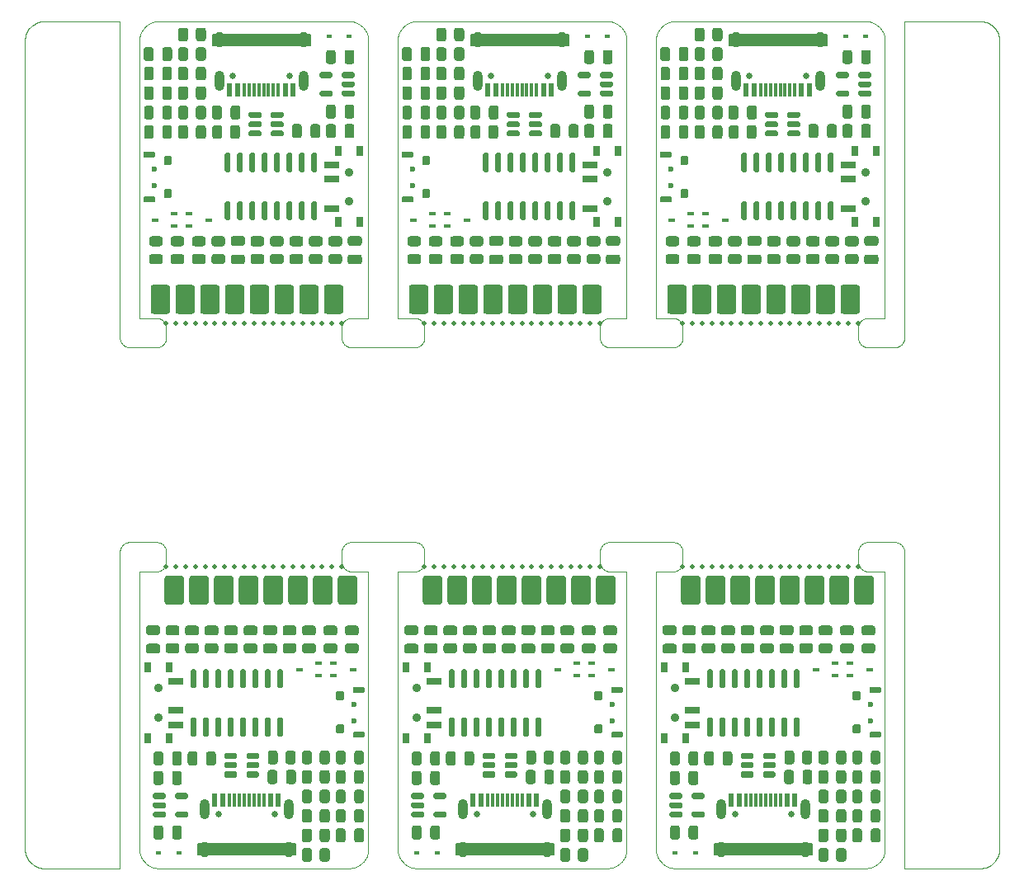
<source format=gbr>
G04 #@! TF.GenerationSoftware,KiCad,Pcbnew,6.0.10+dfsg-1~bpo11+1*
G04 #@! TF.ProjectId,panel,70616e65-6c2e-46b6-9963-61645f706362,rev?*
G04 #@! TF.SameCoordinates,Original*
G04 #@! TF.FileFunction,Soldermask,Top*
G04 #@! TF.FilePolarity,Negative*
%FSLAX46Y46*%
G04 Gerber Fmt 4.6, Leading zero omitted, Abs format (unit mm)*
%MOMM*%
%LPD*%
G01*
G04 APERTURE LIST*
%ADD10C,0.150000*%
G04 #@! TA.AperFunction,Profile*
%ADD11C,0.100000*%
G04 #@! TD*
%ADD12R,0.600000X0.450000*%
%ADD13C,0.500000*%
%ADD14C,0.650000*%
%ADD15R,0.600000X1.450000*%
%ADD16R,0.300000X1.450000*%
%ADD17O,1.000000X2.100000*%
%ADD18O,1.000000X1.600000*%
%ADD19C,0.600000*%
%ADD20R,0.700000X0.450000*%
%ADD21C,0.900000*%
%ADD22R,1.500000X0.700000*%
%ADD23R,0.800000X1.000000*%
G04 APERTURE END LIST*
D10*
X170750000Y-21375000D02*
X180750000Y-21375000D01*
X180750000Y-21375000D02*
X180750000Y-22475000D01*
X180750000Y-22475000D02*
X170750000Y-22475000D01*
X170750000Y-22475000D02*
X170750000Y-21375000D01*
G36*
X170750000Y-21375000D02*
G01*
X180750000Y-21375000D01*
X180750000Y-22475000D01*
X170750000Y-22475000D01*
X170750000Y-21375000D01*
G37*
X144250000Y-21375000D02*
X154250000Y-21375000D01*
X154250000Y-21375000D02*
X154250000Y-22475000D01*
X154250000Y-22475000D02*
X144250000Y-22475000D01*
X144250000Y-22475000D02*
X144250000Y-21375000D01*
G36*
X144250000Y-21375000D02*
G01*
X154250000Y-21375000D01*
X154250000Y-22475000D01*
X144250000Y-22475000D01*
X144250000Y-21375000D01*
G37*
X117750000Y-21375000D02*
X127750000Y-21375000D01*
X127750000Y-21375000D02*
X127750000Y-22475000D01*
X127750000Y-22475000D02*
X117750000Y-22475000D01*
X117750000Y-22475000D02*
X117750000Y-21375000D01*
G36*
X117750000Y-21375000D02*
G01*
X127750000Y-21375000D01*
X127750000Y-22475000D01*
X117750000Y-22475000D01*
X117750000Y-21375000D01*
G37*
X126250000Y-105575000D02*
X116250000Y-105575000D01*
X116250000Y-105575000D02*
X116250000Y-104475000D01*
X116250000Y-104475000D02*
X126250000Y-104475000D01*
X126250000Y-104475000D02*
X126250000Y-105575000D01*
G36*
X126250000Y-105575000D02*
G01*
X116250000Y-105575000D01*
X116250000Y-104475000D01*
X126250000Y-104475000D01*
X126250000Y-105575000D01*
G37*
X152750000Y-105575000D02*
X142750000Y-105575000D01*
X142750000Y-105575000D02*
X142750000Y-104475000D01*
X142750000Y-104475000D02*
X152750000Y-104475000D01*
X152750000Y-104475000D02*
X152750000Y-105575000D01*
G36*
X152750000Y-105575000D02*
G01*
X142750000Y-105575000D01*
X142750000Y-104475000D01*
X152750000Y-104475000D01*
X152750000Y-105575000D01*
G37*
X179250000Y-105575000D02*
X169250000Y-105575000D01*
X169250000Y-105575000D02*
X169250000Y-104475000D01*
X169250000Y-104475000D02*
X179250000Y-104475000D01*
X179250000Y-104475000D02*
X179250000Y-105575000D01*
G36*
X179250000Y-105575000D02*
G01*
X169250000Y-105575000D01*
X169250000Y-104475000D01*
X179250000Y-104475000D01*
X179250000Y-105575000D01*
G37*
D11*
X165883099Y-52951681D02*
X165859148Y-52993960D01*
X159119276Y-20199101D02*
X159050223Y-20167373D01*
X136762272Y-76475000D02*
X136762027Y-76475003D01*
X108241655Y-106949798D02*
X108242136Y-106949702D01*
X186259023Y-20687854D02*
X186208078Y-20631466D01*
X163495441Y-105909375D02*
X163495561Y-105909598D01*
X197758929Y-106503331D02*
X197759124Y-106503182D01*
X159318505Y-106640317D02*
X159381958Y-106598498D01*
X132797010Y-20296284D02*
X132731521Y-20257733D01*
X109240122Y-73475000D02*
X112009877Y-73475000D01*
X165433278Y-50570053D02*
X165476681Y-50591900D01*
X157510718Y-52630262D02*
X157504770Y-52582036D01*
X157640851Y-73956039D02*
X157666847Y-73914987D01*
X131838634Y-20002246D02*
X131756331Y-20000160D01*
X197431919Y-20231017D02*
X197431699Y-20230910D01*
X98731017Y-105881919D02*
X98736310Y-105892433D01*
X110293803Y-105364937D02*
X110310982Y-105438964D01*
X185527181Y-20157481D02*
X185526947Y-20157385D01*
X185040539Y-20021498D02*
X185040288Y-20021462D01*
X165518960Y-76334148D02*
X165476681Y-76358099D01*
X138661365Y-20002246D02*
X138661112Y-20002255D01*
X110601643Y-20867831D02*
X110601501Y-20868041D01*
X131256460Y-76149841D02*
X131224721Y-76113047D01*
X99746188Y-20148106D02*
X99745958Y-20148191D01*
X163253522Y-50472517D02*
X163253902Y-50472829D01*
X132140127Y-20038705D02*
X132065325Y-20025298D01*
X197254041Y-106801808D02*
X197265023Y-106797571D01*
X165035096Y-106938138D02*
X165035348Y-106938166D01*
X197759124Y-20446817D02*
X197758929Y-20446668D01*
X188755125Y-106948646D02*
X188755558Y-106948877D01*
X133323545Y-106184030D02*
X133323703Y-106183831D01*
X163252170Y-76478902D02*
X163251878Y-76479296D01*
X137381280Y-20542093D02*
X137363289Y-20559195D01*
X164543624Y-20129195D02*
X164473052Y-20157385D01*
X165883099Y-50998318D02*
X165904946Y-51041721D01*
X164835309Y-20043749D02*
X164835062Y-20043803D01*
X98736310Y-105892433D02*
X98736541Y-105892866D01*
X112518960Y-73615851D02*
X112560012Y-73641847D01*
X99222120Y-20462220D02*
X99094879Y-20577544D01*
X110257387Y-76475416D02*
X110256917Y-76475559D01*
X110863289Y-106390804D02*
X110881280Y-106407906D01*
X138509877Y-53475000D02*
X131990122Y-53475000D01*
X131095053Y-51041721D02*
X131116900Y-50998318D01*
X110256455Y-76475724D02*
X110256002Y-76475912D01*
X163256002Y-76475912D02*
X163255558Y-76476122D01*
X110251878Y-76479296D02*
X110251605Y-76479704D01*
X131256460Y-53149841D02*
X131224721Y-53113047D01*
X139383099Y-73998318D02*
X139404946Y-74041721D01*
X164473052Y-20157385D02*
X164472818Y-20157481D01*
X99379002Y-20344371D02*
X99241070Y-20446668D01*
X160224743Y-105265075D02*
X160228501Y-105240539D01*
X163809372Y-20613108D02*
X163809195Y-20613289D01*
X186118533Y-20541921D02*
X186062145Y-20490976D01*
X132360713Y-106854181D02*
X132432623Y-106829601D01*
X184844737Y-50485718D02*
X184892963Y-50479770D01*
X112980974Y-74271861D02*
X112989281Y-74319737D01*
X198413660Y-21419753D02*
X198413518Y-21419284D01*
X185263484Y-20067330D02*
X185263240Y-20067264D01*
X132797227Y-106653583D02*
X132818292Y-106640453D01*
X186136710Y-106390804D02*
X186136891Y-106390627D01*
X112243668Y-20000160D02*
X112161365Y-20002246D01*
X110601501Y-106081958D02*
X110601643Y-106082168D01*
X163250003Y-76487027D02*
X163250000Y-76487272D01*
X110957073Y-20474478D02*
X110956878Y-20474640D01*
X100304239Y-20009909D02*
X100303751Y-20009957D01*
X139099740Y-73669826D02*
X139138047Y-73699721D01*
X111859623Y-106911246D02*
X111859872Y-106911294D01*
X184004770Y-51367963D02*
X184010718Y-51319737D01*
X163250160Y-21993668D02*
X163250158Y-21993794D01*
X198416800Y-105518902D02*
X198416862Y-105518664D01*
X133338897Y-20785796D02*
X133323703Y-20766168D01*
X132984030Y-106523545D02*
X133042926Y-106475521D01*
X136750081Y-50465681D02*
X136750129Y-50466169D01*
X188753159Y-20002811D02*
X188752811Y-20003159D01*
X164117831Y-106598356D02*
X164118041Y-106598498D01*
X137381466Y-106408078D02*
X137437854Y-106459023D01*
X188349740Y-53280173D02*
X188310012Y-53308152D01*
X136750129Y-50466169D02*
X136750201Y-50466655D01*
X111959711Y-20021462D02*
X111959460Y-20021498D01*
X138434674Y-106924701D02*
X138434924Y-106924743D01*
X111181494Y-106640317D02*
X111181707Y-106640453D01*
X131863930Y-20003528D02*
X131863677Y-20003512D01*
X139404946Y-51041721D02*
X139424637Y-51086144D01*
X165256207Y-106949999D02*
X165256333Y-106950000D01*
X163407385Y-21223052D02*
X163379195Y-21293624D01*
X136845818Y-105560713D02*
X136870398Y-105632623D01*
X157519025Y-52678138D02*
X157510718Y-52630262D01*
X136907385Y-105726947D02*
X136907481Y-105727181D01*
X159884028Y-20847252D02*
X159839049Y-20785999D01*
X108251195Y-74416423D02*
X108254770Y-74367963D01*
X165560012Y-53308152D02*
X165518960Y-53334148D01*
X100291826Y-106938568D02*
X100292069Y-106938601D01*
X136960141Y-105841791D02*
X136960256Y-105842017D01*
X112433278Y-50570053D02*
X112476681Y-50591900D01*
X157504770Y-75582036D02*
X157501195Y-75533576D01*
X138933278Y-76379946D02*
X138888855Y-76399637D01*
X158338887Y-20002255D02*
X158338634Y-20002246D01*
X137160950Y-20785999D02*
X137115971Y-20847252D01*
X163262272Y-50475000D02*
X165009877Y-50475000D01*
X99388824Y-106612549D02*
X99389232Y-106612822D01*
X111035999Y-20410950D02*
X111035796Y-20411102D01*
X111859623Y-20038753D02*
X111835309Y-20043749D01*
X160249839Y-104956331D02*
X160249841Y-104956205D01*
X110407385Y-105726947D02*
X110407481Y-105727181D01*
X188493539Y-53149841D02*
X188460033Y-53185033D01*
X131611144Y-50550362D02*
X131656480Y-50532874D01*
X186398356Y-106082168D02*
X186398498Y-106081958D01*
X188674637Y-74086144D02*
X188692125Y-74131480D01*
X110407385Y-21223052D02*
X110379195Y-21293624D01*
X108246477Y-106947517D02*
X108246840Y-106947188D01*
X110937854Y-106459023D02*
X110938045Y-106459190D01*
X99241070Y-106503331D02*
X99379002Y-106605628D01*
X164934674Y-20025298D02*
X164859872Y-20038705D01*
X133740190Y-76475057D02*
X133737972Y-76475003D01*
X186136710Y-20559195D02*
X186118719Y-20542093D01*
X108539966Y-53185033D02*
X108506460Y-53149841D01*
X164639286Y-20095818D02*
X164567376Y-20120398D01*
X111015969Y-106523545D02*
X111016168Y-106523703D01*
X133620895Y-21293861D02*
X133620804Y-21293624D01*
X131057874Y-51131480D02*
X131075362Y-51086144D01*
X164567376Y-106829601D02*
X164639286Y-106854181D01*
X186453583Y-20952772D02*
X186440453Y-20931707D01*
X158565075Y-20025256D02*
X158540539Y-20021498D01*
X198413518Y-21419284D02*
X198409826Y-21408107D01*
X158640127Y-106911294D02*
X158640376Y-106911246D01*
X110251605Y-50470295D02*
X110251878Y-50470703D01*
X110250201Y-76483344D02*
X110250129Y-76483830D01*
X110615971Y-106102747D02*
X110660950Y-106164000D01*
X186724743Y-105265075D02*
X186728501Y-105240539D01*
X133682735Y-105463240D02*
X133688957Y-105439210D01*
X112107036Y-50479770D02*
X112155262Y-50485718D01*
X131743666Y-106950000D02*
X131743792Y-106949999D01*
X186749087Y-76481002D02*
X186748877Y-76480558D01*
X164472818Y-106792518D02*
X164473052Y-106792614D01*
X185902541Y-20365823D02*
X185882168Y-20351643D01*
X136750000Y-104943666D02*
X136750000Y-104943792D01*
X186550898Y-105819276D02*
X186582626Y-105750223D01*
X136752246Y-105038634D02*
X136752255Y-105038887D01*
X186492392Y-105931301D02*
X186504438Y-105909598D01*
X98511398Y-105157930D02*
X98511431Y-105158173D01*
X188555173Y-53074740D02*
X188525278Y-53113047D01*
X165058576Y-73476195D02*
X165107036Y-73479770D01*
X138236515Y-106882669D02*
X138236759Y-106882735D01*
X136754704Y-50473394D02*
X136755125Y-50473646D01*
X98830880Y-20899177D02*
X98830751Y-20899385D01*
X187759877Y-73475000D02*
X187808576Y-73476195D01*
X133118719Y-20542093D02*
X133118533Y-20541921D01*
X139138047Y-73699721D02*
X139174841Y-73731460D01*
X159759190Y-20688045D02*
X159759023Y-20687854D01*
X185336789Y-106861690D02*
X185360472Y-106854259D01*
X163661102Y-106164203D02*
X163676296Y-106183831D01*
X186323703Y-20766168D02*
X186323545Y-20765969D01*
X133539858Y-105841791D02*
X133550789Y-105819505D01*
X160039743Y-105842017D02*
X160039858Y-105841791D01*
X163460141Y-21108208D02*
X163449210Y-21130494D01*
X131010718Y-52630262D02*
X131004770Y-52582036D01*
X160182735Y-105463240D02*
X160188957Y-105439210D01*
X188583152Y-73914987D02*
X188609148Y-73956039D01*
X132619505Y-106750789D02*
X132641791Y-106739858D01*
X197768783Y-106495630D02*
X197777696Y-106487941D01*
X111035999Y-106539049D02*
X111097252Y-106584028D01*
X111736759Y-20067264D02*
X111736515Y-20067330D01*
X136750912Y-76481002D02*
X136750724Y-76481455D01*
X163615823Y-106102541D02*
X163615971Y-106102747D01*
X163250912Y-76481002D02*
X163250724Y-76481455D01*
X108773318Y-53358099D02*
X108731039Y-53334148D01*
X98730910Y-105881699D02*
X98731017Y-105881919D01*
X186323545Y-20765969D02*
X186275521Y-20707073D01*
X138434924Y-106924743D02*
X138459460Y-106928501D01*
X159543121Y-106475359D02*
X159561954Y-106459190D01*
X110258830Y-50474870D02*
X110259318Y-50474918D01*
X133749942Y-50465190D02*
X133749996Y-50462972D01*
X133740678Y-21810042D02*
X133738166Y-21785348D01*
X196708173Y-106938568D02*
X196878041Y-106913371D01*
X131194826Y-53074740D02*
X131166847Y-53035012D01*
X99931335Y-106866862D02*
X100097914Y-106908588D01*
X198490042Y-21803751D02*
X198488601Y-21792069D01*
X108243544Y-20000724D02*
X108243082Y-20000559D01*
X133738166Y-21785348D02*
X133738138Y-21785096D01*
X184095053Y-51041721D02*
X184116900Y-50998318D01*
X99222303Y-20462058D02*
X99222120Y-20462220D01*
X159839049Y-20785999D02*
X159838897Y-20785796D01*
X188730974Y-74271861D02*
X188739281Y-74319737D01*
X136756917Y-50474440D02*
X136757387Y-50474583D01*
X132239210Y-106888957D02*
X132263240Y-106882735D01*
X110345818Y-21389286D02*
X110345740Y-21389527D01*
X163288705Y-105340127D02*
X163288753Y-105340376D01*
X164639527Y-106854259D02*
X164663210Y-106861690D01*
X111835309Y-106906250D02*
X111859623Y-106911246D01*
X138976681Y-73591900D02*
X139018960Y-73615851D01*
X186259190Y-106261954D02*
X186275359Y-106243121D01*
X159823545Y-20765969D02*
X159775521Y-20707073D01*
X110250559Y-50468082D02*
X110250724Y-50468544D01*
X137790624Y-20245441D02*
X137790401Y-20245561D01*
X185263484Y-106882669D02*
X185336546Y-106861763D01*
X112433278Y-73570053D02*
X112476681Y-73591900D01*
X131057874Y-52818519D02*
X131042631Y-52772380D01*
X163345740Y-21389527D02*
X163338309Y-21413210D01*
X132456375Y-106820804D02*
X132526947Y-106792614D01*
X163601643Y-20867831D02*
X163601501Y-20868041D01*
X131361952Y-73699721D02*
X131400259Y-73669826D01*
X131611144Y-53399637D02*
X131566721Y-53379946D01*
X136755558Y-50473877D02*
X136756002Y-50474087D01*
X131702619Y-50517631D02*
X131749450Y-50504671D01*
X188093519Y-73532874D02*
X188138855Y-73550362D01*
X165859148Y-75993960D02*
X165833152Y-76035012D01*
X108366900Y-52951681D02*
X108345053Y-52908278D01*
X184140851Y-50956039D02*
X184166847Y-50914987D01*
X185065325Y-20025298D02*
X185065075Y-20025256D01*
X160241655Y-50474798D02*
X160242136Y-50474702D01*
X187857036Y-53470229D02*
X187808576Y-53473804D01*
X186746840Y-50472188D02*
X186747188Y-50471840D01*
X164663210Y-20088309D02*
X164639527Y-20095740D01*
X137363108Y-106390627D02*
X137363289Y-106390804D01*
X108539966Y-73764966D02*
X108575158Y-73731460D01*
X98590253Y-21407875D02*
X98590173Y-21408107D01*
X159690627Y-106336891D02*
X159690804Y-106336710D01*
X139275278Y-73836952D02*
X139305173Y-73875259D01*
X186620804Y-105656375D02*
X186620895Y-105656138D01*
X198053331Y-20741070D02*
X198053182Y-20740875D01*
X196683776Y-20009028D02*
X196512257Y-20000602D01*
X165035096Y-20011861D02*
X164959711Y-20021462D01*
X133661763Y-21413453D02*
X133661690Y-21413210D01*
X163938045Y-106459190D02*
X163956878Y-106475359D01*
X165980974Y-52678138D02*
X165970328Y-52725549D01*
X99077544Y-106355120D02*
X99077711Y-106355300D01*
X136960256Y-21107982D02*
X136960141Y-21108208D01*
X158111144Y-53399637D02*
X158066721Y-53379946D01*
X163724640Y-106243121D02*
X163740809Y-106261954D01*
X137880723Y-20199101D02*
X137880494Y-20199210D01*
X133492392Y-105931301D02*
X133504438Y-105909598D01*
X108242136Y-20000297D02*
X108241655Y-20000201D01*
X198490971Y-21816223D02*
X198490956Y-21815978D01*
X158202619Y-53432368D02*
X158156480Y-53417125D01*
X98830751Y-106050614D02*
X98830880Y-106050822D01*
X159402541Y-20365823D02*
X159382168Y-20351643D01*
X185983831Y-106523703D02*
X185984030Y-106523545D01*
X164835062Y-20043803D02*
X164761035Y-20060982D01*
X139470328Y-74224450D02*
X139480974Y-74271861D01*
X186724701Y-105265325D02*
X186724743Y-105265075D01*
X108247188Y-20003159D02*
X108246840Y-20002811D01*
X108246097Y-106947829D02*
X108246477Y-106947517D01*
X110546284Y-20952989D02*
X110507733Y-21018478D01*
X198162549Y-20888824D02*
X198155772Y-20879201D01*
X110275256Y-21684924D02*
X110271498Y-21709460D01*
X160092518Y-21222818D02*
X160082729Y-21200008D01*
X197068902Y-106866800D02*
X197080246Y-106863660D01*
X160250000Y-22006333D02*
X160249999Y-22006207D01*
X136752811Y-50471840D02*
X136753159Y-50472188D01*
X163254296Y-50473121D02*
X163254704Y-50473394D01*
X98736541Y-105892866D02*
X98742343Y-105903107D01*
X108249798Y-106941655D02*
X108249870Y-106941169D01*
X131140851Y-50956039D02*
X131166847Y-50914987D01*
X157501195Y-75533576D02*
X157500000Y-75484877D01*
X133062145Y-106459023D02*
X133118533Y-106408078D01*
X163293749Y-105364690D02*
X163293803Y-105364937D01*
X110250158Y-104956205D02*
X110250160Y-104956331D01*
X131939704Y-20009299D02*
X131863930Y-20003528D01*
X185164937Y-106906196D02*
X185238964Y-106889017D01*
X184964651Y-106938166D02*
X184964903Y-106938138D01*
X188752482Y-106946477D02*
X188752811Y-106946840D01*
X98500000Y-104937727D02*
X98500003Y-104937972D01*
X163256917Y-50474440D02*
X163257387Y-50474583D01*
X184566721Y-73570053D02*
X184611144Y-73550362D01*
X165638047Y-50699721D02*
X165674841Y-50731460D01*
X165942125Y-51131480D02*
X165957368Y-51177619D01*
X185238964Y-20060982D02*
X185164937Y-20043803D01*
X98509957Y-105146248D02*
X98511398Y-105157930D01*
X112035348Y-20011833D02*
X112035096Y-20011861D01*
X157595053Y-74041721D02*
X157616900Y-73998318D01*
X133749702Y-50467136D02*
X133749798Y-50466655D01*
X159464000Y-20410950D02*
X159402747Y-20365971D01*
X186742612Y-50474583D02*
X186743082Y-50474440D01*
X188750297Y-106942136D02*
X188750416Y-106942612D01*
X188762272Y-106950000D02*
X196487727Y-106950000D01*
X131439987Y-50641847D02*
X131481039Y-50615851D01*
X184749450Y-50504671D02*
X184796861Y-50494025D01*
X110251878Y-50470703D02*
X110252170Y-50471097D01*
X164380723Y-20199101D02*
X164380494Y-20199210D01*
X131029671Y-51224450D02*
X131042631Y-51177619D01*
X163310982Y-105438964D02*
X163311042Y-105439210D01*
X160092614Y-105726947D02*
X160120804Y-105656375D01*
X158066721Y-50570053D02*
X158111144Y-50550362D01*
X133654259Y-21389527D02*
X133654181Y-21389286D01*
X164663453Y-106861763D02*
X164736515Y-106882669D01*
X110660950Y-20785999D02*
X110615971Y-20847252D01*
X133749798Y-50466655D02*
X133749870Y-50466169D01*
X136754704Y-76476605D02*
X136754296Y-76476878D01*
X186661690Y-105536789D02*
X186661763Y-105536546D01*
X158066721Y-53379946D02*
X158023318Y-53358099D01*
X133582729Y-105749991D02*
X133592518Y-105727181D01*
X186747829Y-50471097D02*
X186748121Y-50470703D01*
X110250416Y-50467612D02*
X110250559Y-50468082D01*
X112060295Y-20009299D02*
X112060042Y-20009321D01*
X198490090Y-105145760D02*
X198490956Y-105134021D01*
X198162549Y-106061175D02*
X198162822Y-106060767D01*
X131361952Y-50699721D02*
X131400259Y-50669826D01*
X131964903Y-20011861D02*
X131964651Y-20011833D01*
X157939987Y-73641847D02*
X157981039Y-73615851D01*
X185731301Y-20257607D02*
X185709598Y-20245561D01*
X197091892Y-20090173D02*
X197080715Y-20086481D01*
X138535096Y-20011861D02*
X138459711Y-20021462D01*
X139275278Y-76113047D02*
X139243539Y-76149841D01*
X110250003Y-76487027D02*
X110250000Y-76487272D01*
X185040288Y-20021462D02*
X184964903Y-20011861D01*
X110724640Y-106243121D02*
X110740809Y-106261954D01*
X133749942Y-76484809D02*
X133749918Y-76484318D01*
X110724478Y-106242926D02*
X110724640Y-106243121D01*
X110661102Y-20785796D02*
X110660950Y-20785999D01*
X112833152Y-50914987D02*
X112859148Y-50956039D01*
X137950008Y-20167270D02*
X137949776Y-20167373D01*
X112833152Y-76035012D02*
X112805173Y-76074740D01*
X110379195Y-21293624D02*
X110379104Y-21293861D01*
X163317264Y-21486759D02*
X163311042Y-21510789D01*
X163601501Y-20868041D02*
X163559682Y-20931494D01*
X198268982Y-21068080D02*
X198263689Y-21057566D01*
X186440317Y-20931494D02*
X186398498Y-20868041D01*
X163275298Y-105265325D02*
X163288705Y-105340127D01*
X188707368Y-52772380D02*
X188692125Y-52818519D01*
X110251353Y-76480125D02*
X110251122Y-76480558D01*
X164859623Y-20038753D02*
X164835309Y-20043749D01*
X110615823Y-20847458D02*
X110601643Y-20867831D01*
X188758344Y-20000201D02*
X188757863Y-20000297D01*
X111663453Y-106861763D02*
X111736515Y-106882669D01*
X186682669Y-105463484D02*
X186682735Y-105463240D01*
X163311042Y-105439210D02*
X163317264Y-105463240D01*
X99734522Y-20152615D02*
X99723762Y-20157385D01*
X157939987Y-50641847D02*
X157981039Y-50615851D01*
X185040288Y-106928537D02*
X185040539Y-106928501D01*
X133743082Y-76475559D02*
X133742612Y-76475416D01*
X111117831Y-106598356D02*
X111118041Y-106598498D01*
X133275359Y-20706878D02*
X133259190Y-20688045D01*
X112009877Y-53475000D02*
X109240122Y-53475000D01*
X110546284Y-105997010D02*
X110546416Y-105997227D01*
X163259321Y-105139957D02*
X163261833Y-105164651D01*
X112161365Y-106947753D02*
X112243668Y-106949839D01*
X160249870Y-50466169D02*
X160249918Y-50465681D01*
X133259023Y-20687854D02*
X133208078Y-20631466D01*
X108250000Y-52484877D02*
X108250000Y-20012272D01*
X110449101Y-21130723D02*
X110417373Y-21199776D01*
X197768403Y-106495941D02*
X197768783Y-106495630D01*
X163379195Y-21293624D02*
X163379104Y-21293861D01*
X158202619Y-76432368D02*
X158156480Y-76417125D01*
X186744874Y-50473646D02*
X186745295Y-50473394D01*
X163881280Y-20542093D02*
X163863289Y-20559195D01*
X110251122Y-50469441D02*
X110251353Y-50469874D01*
X157504770Y-74367963D02*
X157510718Y-74319737D01*
X112161112Y-20002255D02*
X112136322Y-20003512D01*
X197442433Y-106713689D02*
X197442866Y-106713458D01*
X112883099Y-73998318D02*
X112904946Y-74041721D01*
X112743539Y-76149841D02*
X112710033Y-76185033D01*
X188633099Y-73998318D02*
X188654946Y-74041721D01*
X137291921Y-106318533D02*
X137292093Y-106318719D01*
X198263689Y-21057566D02*
X198263458Y-21057133D01*
X163256455Y-76475724D02*
X163256002Y-76475912D01*
X163251353Y-76480125D02*
X163251122Y-76480558D01*
X186749870Y-50466169D02*
X186749918Y-50465681D01*
X136759809Y-50474942D02*
X136762027Y-50474996D01*
X184892963Y-53470229D02*
X184844737Y-53464281D01*
X160238166Y-105164651D02*
X160240678Y-105139957D01*
X131029671Y-74224450D02*
X131042631Y-74177619D01*
X188753522Y-20002482D02*
X188753159Y-20002811D01*
X185336546Y-106861763D02*
X185336789Y-106861690D01*
X165995229Y-75582036D02*
X165989281Y-75630262D01*
X112775278Y-50836952D02*
X112805173Y-50875259D01*
X133749918Y-76484318D02*
X133749870Y-76483830D01*
X159940453Y-106018292D02*
X159953583Y-105997227D01*
X185065075Y-106924743D02*
X185065325Y-106924701D01*
X163250000Y-76487272D02*
X163250000Y-104943666D01*
X132456138Y-106820895D02*
X132456375Y-106820804D01*
X133749275Y-50468544D02*
X133749440Y-50468082D01*
X112775278Y-53113047D02*
X112743539Y-53149841D01*
X110252170Y-76478902D02*
X110251878Y-76479296D01*
X110956878Y-20474640D02*
X110938045Y-20490809D01*
X165060042Y-106940678D02*
X165060295Y-106940700D01*
X110495561Y-21040401D02*
X110495441Y-21040624D01*
X110345740Y-21389527D02*
X110338309Y-21413210D01*
X186688957Y-21510789D02*
X186682735Y-21486759D01*
X111035796Y-20411102D02*
X111016168Y-20426296D01*
X111543861Y-106820895D02*
X111567138Y-106829516D01*
X160092518Y-105727181D02*
X160092614Y-105726947D01*
X197265023Y-106797571D02*
X197265477Y-106797384D01*
X185881958Y-106598498D02*
X185882168Y-106598356D01*
X133748121Y-50470703D02*
X133748394Y-50470295D01*
X197080715Y-20086481D02*
X197080246Y-20086339D01*
X98536628Y-105328041D02*
X98536667Y-105328283D01*
X110345740Y-105560472D02*
X110345818Y-105560713D01*
X184194826Y-76074740D02*
X184166847Y-76035012D01*
X160120895Y-21293861D02*
X160120804Y-21293624D01*
X197080246Y-106863660D02*
X197080715Y-106863518D01*
X163259299Y-105139704D02*
X163259321Y-105139957D01*
X163251122Y-76480558D02*
X163250912Y-76481002D01*
X188755558Y-106948877D02*
X188756002Y-106949087D01*
X160082626Y-21199776D02*
X160050898Y-21130723D01*
X196902085Y-20041411D02*
X196901846Y-20041354D01*
X112883099Y-52951681D02*
X112859148Y-52993960D01*
X112518960Y-53334148D02*
X112476681Y-53358099D01*
X157542631Y-75772380D02*
X157529671Y-75725549D01*
X188750129Y-20008830D02*
X188750081Y-20009318D01*
X186746487Y-105063677D02*
X186747744Y-105038887D01*
X137880494Y-106750789D02*
X137880723Y-106750898D01*
X158664937Y-106906196D02*
X158738964Y-106889017D01*
X137597458Y-106584176D02*
X137617831Y-106598356D01*
X163261833Y-105164651D02*
X163261861Y-105164903D01*
X109094737Y-73485718D02*
X109142963Y-73479770D01*
X164859872Y-20038705D02*
X164859623Y-20038753D01*
X160244441Y-76476122D02*
X160243997Y-76475912D01*
X133706250Y-105364690D02*
X133711246Y-105340376D01*
X110250000Y-104943792D02*
X110250158Y-104956205D01*
X165388855Y-73550362D02*
X165433278Y-73570053D01*
X136960141Y-21108208D02*
X136949210Y-21130494D01*
X98509028Y-21816223D02*
X98500602Y-21987742D01*
X186728537Y-21709711D02*
X186728501Y-21709460D01*
X99094879Y-20577544D02*
X99094699Y-20577711D01*
X157825158Y-76218539D02*
X157789966Y-76185033D01*
X158932861Y-20120483D02*
X158932623Y-20120398D01*
X184029671Y-74224450D02*
X184042631Y-74177619D01*
X136754296Y-50473121D02*
X136754704Y-50473394D01*
X186061954Y-20490809D02*
X186043121Y-20474640D01*
X136917270Y-105749991D02*
X136917373Y-105750223D01*
X110495441Y-21040624D02*
X110460256Y-21107982D01*
X197068664Y-106866862D02*
X197068902Y-106866800D01*
X165155262Y-50485718D02*
X165203138Y-50494025D01*
X163255558Y-76476122D02*
X163255125Y-76476353D01*
X186745295Y-76476605D02*
X186744874Y-76476353D01*
X165998804Y-51416423D02*
X166000000Y-51465122D01*
X131702619Y-76432368D02*
X131656480Y-76417125D01*
X133745703Y-76476878D02*
X133745295Y-76476605D01*
X157900259Y-73669826D02*
X157939987Y-73641847D01*
X133706250Y-21585309D02*
X133706196Y-21585062D01*
X138236515Y-20067330D02*
X138163453Y-20088236D01*
X163253159Y-76477811D02*
X163252811Y-76478159D01*
X157724721Y-53113047D02*
X157694826Y-53074740D01*
X159297010Y-106653715D02*
X159297227Y-106653583D01*
X132964000Y-106539049D02*
X132964203Y-106538897D01*
X108269025Y-52678138D02*
X108260718Y-52630262D01*
X133190627Y-106336891D02*
X133190804Y-106336710D01*
X159209598Y-20245561D02*
X159209375Y-20245441D01*
X157825158Y-50731460D02*
X157861952Y-50699721D01*
X132881958Y-106598498D02*
X132882168Y-106598356D01*
X163792093Y-106318719D02*
X163809195Y-106336710D01*
X112243794Y-106949841D02*
X112256207Y-106949999D01*
X188751353Y-106944874D02*
X188751605Y-106945295D01*
X184400259Y-53280173D02*
X184361952Y-53250278D01*
X98657385Y-21223762D02*
X98652615Y-21234522D01*
X111472818Y-106792518D02*
X111473052Y-106792614D01*
X184566721Y-76379946D02*
X184523318Y-76358099D01*
X112203138Y-50494025D02*
X112250549Y-50504671D01*
X98742466Y-21046680D02*
X98742343Y-21046892D01*
X111016168Y-20426296D02*
X111015969Y-20426454D01*
X164035796Y-106538897D02*
X164035999Y-106539049D01*
X188757863Y-106949702D02*
X188758344Y-106949798D01*
X137437854Y-106459023D02*
X137438045Y-106459190D01*
X138756207Y-20000000D02*
X138743794Y-20000158D01*
X186550898Y-21130723D02*
X186550789Y-21130494D01*
X160240700Y-21810295D02*
X160240678Y-21810042D01*
X136761861Y-105164903D02*
X136771462Y-105240288D01*
X184004770Y-74367963D02*
X184010718Y-74319737D01*
X164268478Y-106692266D02*
X164268698Y-106692392D01*
X137101501Y-20868041D02*
X137059682Y-20931494D01*
X99723538Y-20157488D02*
X99568300Y-20230910D01*
X111663210Y-106861690D02*
X111663453Y-106861763D01*
X159464000Y-106539049D02*
X159464203Y-106538897D01*
X112942125Y-51131480D02*
X112957368Y-51177619D01*
X112256207Y-20000000D02*
X112243794Y-20000158D01*
X163271498Y-21709460D02*
X163271462Y-21709711D01*
X184523318Y-53358099D02*
X184481039Y-53334148D01*
X99077711Y-20594699D02*
X99077544Y-20594879D01*
X164959711Y-20021462D02*
X164959460Y-20021498D01*
X184611144Y-53399637D02*
X184566721Y-53379946D01*
X110250912Y-50468997D02*
X110251122Y-50469441D01*
X185456138Y-106820895D02*
X185456375Y-106820804D01*
X99557566Y-106713689D02*
X99568080Y-106718982D01*
X184010718Y-74319737D02*
X184019025Y-74271861D01*
X163250000Y-104943666D02*
X163250000Y-104943792D01*
X133747744Y-21911112D02*
X133746487Y-21886322D01*
X159838897Y-106164203D02*
X159839049Y-106164000D01*
X186550789Y-105819505D02*
X186550898Y-105819276D01*
X110661102Y-106164203D02*
X110676296Y-106183831D01*
X163258830Y-50474870D02*
X163259318Y-50474918D01*
X165161112Y-20002255D02*
X165136322Y-20003512D01*
X186737972Y-50474996D02*
X186740190Y-50474942D01*
X131001195Y-52533576D02*
X131000000Y-52484877D01*
X131361952Y-53250278D02*
X131325158Y-53218539D01*
X133629516Y-105632861D02*
X133629601Y-105632623D01*
X138163453Y-20088236D02*
X138163210Y-20088309D01*
X99907875Y-106859746D02*
X99908107Y-106859826D01*
X163345818Y-21389286D02*
X163345740Y-21389527D01*
X160249440Y-50468082D02*
X160249583Y-50467612D01*
X131566721Y-73570053D02*
X131611144Y-73550362D01*
X186042926Y-20474478D02*
X185984030Y-20426454D01*
X138655262Y-50485718D02*
X138703138Y-50494025D01*
X164543624Y-106820804D02*
X164543861Y-106820895D01*
X138797380Y-53432368D02*
X138750549Y-53445328D01*
X139457368Y-51177619D02*
X139470328Y-51224450D01*
X131439987Y-76308152D02*
X131400259Y-76280173D01*
X186504558Y-21040624D02*
X186504438Y-21040401D01*
X164567138Y-20120483D02*
X164543861Y-20129104D01*
X131892963Y-73479770D02*
X131941423Y-73476195D01*
X139489281Y-75630262D02*
X139480974Y-75678138D01*
X139210033Y-50764966D02*
X139243539Y-50800158D01*
X108816721Y-53379946D02*
X108773318Y-53358099D01*
X137790401Y-20245561D02*
X137768698Y-20257607D01*
X131481039Y-76334148D02*
X131439987Y-76308152D01*
X133740190Y-50474942D02*
X133740681Y-50474918D01*
X136775298Y-105265325D02*
X136788705Y-105340127D01*
X138933278Y-53379946D02*
X138888855Y-53399637D01*
X186706250Y-21585309D02*
X186706196Y-21585062D01*
X110252246Y-105038634D02*
X110252255Y-105038887D01*
X159231521Y-106692266D02*
X159297010Y-106653715D01*
X137059546Y-20931707D02*
X137046416Y-20952772D01*
X136960256Y-105842017D02*
X136995441Y-105909375D01*
X163791921Y-106318533D02*
X163792093Y-106318719D01*
X159636710Y-20559195D02*
X159618719Y-20542093D01*
X108240190Y-106949942D02*
X108240681Y-106949918D01*
X132964203Y-106538897D02*
X132983831Y-106523703D01*
X184004770Y-52582036D02*
X184001195Y-52533576D01*
X110407481Y-105727181D02*
X110417270Y-105749991D01*
X131075362Y-74086144D02*
X131095053Y-74041721D01*
X163338309Y-105536789D02*
X163345740Y-105560472D01*
X196683776Y-106940971D02*
X196684021Y-106940956D01*
X164035999Y-106539049D02*
X164097252Y-106584028D01*
X133629601Y-21317376D02*
X133629516Y-21317138D01*
X164118041Y-20351501D02*
X164117831Y-20351643D01*
X108952619Y-73517631D02*
X108999450Y-73504671D01*
X159026947Y-20157385D02*
X158956375Y-20129195D01*
X160242612Y-76475416D02*
X160242136Y-76475297D01*
X159898498Y-106081958D02*
X159940317Y-106018505D01*
X138797380Y-73517631D02*
X138843519Y-73532874D01*
X108241169Y-20000129D02*
X108240681Y-20000081D01*
X132731301Y-20257607D02*
X132709598Y-20245561D01*
X188609148Y-52993960D02*
X188583152Y-53035012D01*
X108390851Y-73956039D02*
X108416847Y-73914987D01*
X198463332Y-21621716D02*
X198461320Y-21610119D01*
X165107036Y-73479770D02*
X165155262Y-73485718D01*
X99546680Y-106707533D02*
X99546892Y-106707656D01*
X158023318Y-50591900D02*
X158066721Y-50570053D01*
X160249918Y-76484318D02*
X160249870Y-76483830D01*
X136907481Y-21222818D02*
X136907385Y-21223052D01*
X133737727Y-50475000D02*
X133737972Y-50474996D01*
X139243539Y-73800158D02*
X139275278Y-73836952D01*
X112058576Y-53473804D02*
X112009877Y-53475000D01*
X186740678Y-105139957D02*
X186740700Y-105139704D01*
X99568300Y-106719089D02*
X99723538Y-106792511D01*
X138043861Y-106820895D02*
X138067138Y-106829516D01*
X157616900Y-50998318D02*
X157640851Y-50956039D01*
X165476681Y-50591900D02*
X165518960Y-50615851D01*
X100097914Y-106908588D02*
X100098153Y-106908645D01*
X111450008Y-106782729D02*
X111472818Y-106792518D01*
X131095053Y-75908278D02*
X131075362Y-75863855D01*
X136775298Y-21684674D02*
X136775256Y-21684924D01*
X198409826Y-105541892D02*
X198413518Y-105530715D01*
X184523318Y-73591900D02*
X184566721Y-73570053D01*
X165743539Y-50800158D02*
X165775278Y-50836952D01*
X163345818Y-105560713D02*
X163370398Y-105632623D01*
X131523318Y-50591900D02*
X131566721Y-50570053D01*
X186738138Y-105164903D02*
X186738166Y-105164651D01*
X184194826Y-73875259D02*
X184224721Y-73836952D01*
X186492266Y-21018478D02*
X186453715Y-20952989D01*
X108269025Y-74271861D02*
X108279671Y-74224450D01*
X112035348Y-106938166D02*
X112060042Y-106940678D01*
X158763484Y-106882669D02*
X158836546Y-106861763D01*
X165599740Y-73669826D02*
X165638047Y-73699721D01*
X186592614Y-105726947D02*
X186620804Y-105656375D01*
X131796861Y-76455974D02*
X131749450Y-76445328D01*
X136753902Y-50472829D02*
X136754296Y-50473121D01*
X131400259Y-53280173D02*
X131361952Y-53250278D01*
X196695760Y-106940090D02*
X196696248Y-106940042D01*
X131166847Y-50914987D02*
X131194826Y-50875259D01*
X186744441Y-50473877D02*
X186744874Y-50473646D01*
X131964651Y-106938166D02*
X131964903Y-106938138D01*
X112775278Y-76113047D02*
X112743539Y-76149841D01*
X157981039Y-50615851D02*
X158023318Y-50591900D01*
X110252811Y-76478159D02*
X110252482Y-76478522D01*
X163275256Y-21684924D02*
X163271498Y-21709460D01*
X186398498Y-20868041D02*
X186398356Y-20867831D01*
X197453107Y-20242343D02*
X197442866Y-20236541D01*
X133689017Y-105438964D02*
X133706196Y-105364937D01*
X185456375Y-20129195D02*
X185456138Y-20129104D01*
X197453319Y-20242466D02*
X197453107Y-20242343D01*
X131042631Y-75772380D02*
X131029671Y-75725549D01*
X157501195Y-52533576D02*
X157500000Y-52484877D01*
X110881466Y-106408078D02*
X110937854Y-106459023D01*
X110253528Y-105063930D02*
X110259299Y-105139704D01*
X184749450Y-73504671D02*
X184796861Y-73494025D01*
X163559682Y-106018505D02*
X163601501Y-106081958D01*
X165904946Y-74041721D02*
X165924637Y-74086144D01*
X188750057Y-106940190D02*
X188750081Y-106940681D01*
X108279671Y-52725549D02*
X108269025Y-52678138D01*
X184325158Y-73731460D02*
X184361952Y-73699721D01*
X137535999Y-20410950D02*
X137535796Y-20411102D01*
X165058576Y-76473804D02*
X165009877Y-76475000D01*
X131702619Y-53432368D02*
X131656480Y-53417125D01*
X99240875Y-20446817D02*
X99231596Y-20454058D01*
X132432861Y-106829516D02*
X132456138Y-106820895D01*
X99399385Y-106619248D02*
X99546680Y-106707533D01*
X160249999Y-104943792D02*
X160250000Y-104943666D01*
X163251605Y-50470295D02*
X163251878Y-50470703D01*
X186746471Y-21886069D02*
X186740700Y-21810295D01*
X108237727Y-20000000D02*
X100512272Y-20000000D01*
X110317264Y-105463240D02*
X110317330Y-105463484D01*
X157500000Y-51465122D02*
X157501195Y-51416423D01*
X165388855Y-76399637D02*
X165343519Y-76417125D01*
X136845740Y-21389527D02*
X136838309Y-21413210D01*
X133582626Y-105750223D02*
X133582729Y-105749991D01*
X110250416Y-76482387D02*
X110250297Y-76482863D01*
X188751878Y-20004296D02*
X188751605Y-20004704D01*
X163271462Y-21709711D02*
X163261861Y-21785096D01*
X110250559Y-76481917D02*
X110250416Y-76482387D01*
X159618533Y-20541921D02*
X159562145Y-20490976D01*
X184756331Y-20000160D02*
X184756205Y-20000158D01*
X159953583Y-105997227D02*
X159953715Y-105997010D01*
X133338897Y-106164203D02*
X133339049Y-106164000D01*
X165343519Y-73532874D02*
X165388855Y-73550362D01*
X131075362Y-51086144D02*
X131095053Y-51041721D01*
X184863930Y-106946471D02*
X184939704Y-106940700D01*
X136756917Y-76475559D02*
X136756455Y-76475724D01*
X186750000Y-22006333D02*
X186749999Y-22006207D01*
X110259318Y-76475081D02*
X110258830Y-76475129D01*
X158363677Y-106946487D02*
X158363930Y-106946471D01*
X186275521Y-106242926D02*
X186323545Y-106184030D01*
X196487972Y-20000003D02*
X196487727Y-20000000D01*
X137597252Y-20365971D02*
X137535999Y-20410950D01*
X184256460Y-76149841D02*
X184224721Y-76113047D01*
X158540539Y-106928501D02*
X158565075Y-106924743D01*
X108243082Y-106949440D02*
X108243544Y-106949275D01*
X136751878Y-50470703D02*
X136752170Y-50471097D01*
X133737972Y-50474996D02*
X133740190Y-50474942D01*
X138607036Y-53470229D02*
X138558576Y-53473804D01*
X198500000Y-104937727D02*
X198500000Y-22012272D01*
X159953583Y-20952772D02*
X159940453Y-20931707D01*
X157724721Y-76113047D02*
X157694826Y-76074740D01*
X112924637Y-75863855D02*
X112904946Y-75908278D01*
X165203138Y-73494025D02*
X165250549Y-73504671D01*
X133747188Y-76478159D02*
X133746840Y-76477811D01*
X132983831Y-106523703D02*
X132984030Y-106523545D01*
X111859872Y-106911294D02*
X111934674Y-106924701D01*
X198458588Y-21597914D02*
X198416862Y-21431335D01*
X164567138Y-106829516D02*
X164567376Y-106829601D01*
X112998804Y-75533576D02*
X112995229Y-75582036D01*
X159690627Y-20613108D02*
X159636891Y-20559372D01*
X98536667Y-21621716D02*
X98536628Y-21621958D01*
X160237972Y-76475003D02*
X160237727Y-76475000D01*
X157640851Y-75993960D02*
X157616900Y-75951681D01*
X159690804Y-106336710D02*
X159707906Y-106318719D01*
X139333152Y-76035012D02*
X139305173Y-76074740D01*
X131481039Y-53334148D02*
X131439987Y-53308152D01*
X131000000Y-74465122D02*
X131001195Y-74416423D01*
X159483831Y-20426296D02*
X159464203Y-20411102D01*
X111097458Y-20365823D02*
X111097252Y-20365971D01*
X163250559Y-50468082D02*
X163250724Y-50468544D01*
X138535096Y-106938138D02*
X138535348Y-106938166D01*
X158464903Y-106938138D02*
X158540288Y-106928537D01*
X133747753Y-105038634D02*
X133749839Y-104956331D01*
X112710033Y-53185033D02*
X112674841Y-53218539D01*
X131289966Y-73764966D02*
X131325158Y-73731460D01*
X186384028Y-20847252D02*
X186339049Y-20785999D01*
X138260789Y-20061042D02*
X138236759Y-20067264D01*
X138756333Y-106950000D02*
X158243666Y-106950000D01*
X185456138Y-20129104D02*
X185432861Y-20120483D01*
X112297380Y-73517631D02*
X112343519Y-73532874D01*
X163258344Y-76475201D02*
X163257863Y-76475297D01*
X157557874Y-51131480D02*
X157575362Y-51086144D01*
X112433278Y-76379946D02*
X112388855Y-76399637D01*
X110258344Y-76475201D02*
X110257863Y-76475297D01*
X158392963Y-53470229D02*
X158344737Y-53464281D01*
X137880494Y-20199210D02*
X137858208Y-20210141D01*
X131194826Y-73875259D02*
X131224721Y-73836952D01*
X112297380Y-76432368D02*
X112250549Y-76445328D01*
X139480974Y-51271861D02*
X139489281Y-51319737D01*
X186338897Y-106164203D02*
X186339049Y-106164000D01*
X163259318Y-50474918D02*
X163259809Y-50474942D01*
X131166847Y-76035012D02*
X131140851Y-75993960D01*
X131749450Y-50504671D02*
X131796861Y-50494025D01*
X110338236Y-105536546D02*
X110338309Y-105536789D01*
X133745703Y-50473121D02*
X133746097Y-50472829D01*
X133398498Y-20868041D02*
X133398356Y-20867831D01*
X165674841Y-53218539D02*
X165638047Y-53250278D01*
X139457368Y-75772380D02*
X139442125Y-75818519D01*
X110259299Y-21810295D02*
X110253528Y-21886069D01*
X111202989Y-20296284D02*
X111202772Y-20296416D01*
X164959460Y-106928501D02*
X164959711Y-106928537D01*
X110937854Y-20490976D02*
X110881466Y-20541921D01*
X112599740Y-50669826D02*
X112638047Y-50699721D01*
X159636891Y-20559372D02*
X159636710Y-20559195D01*
X98844371Y-20879002D02*
X98844227Y-20879201D01*
X98742466Y-105903319D02*
X98830751Y-106050614D01*
X139018960Y-76334148D02*
X138976681Y-76358099D01*
X137363108Y-20559372D02*
X137309372Y-20613108D01*
X137880723Y-106750898D02*
X137949776Y-106782626D01*
X133747744Y-105038887D02*
X133747753Y-105038634D01*
X109094737Y-53464281D02*
X109046861Y-53455974D01*
X110250297Y-76482863D02*
X110250201Y-76483344D01*
X110370398Y-105632623D02*
X110370483Y-105632861D01*
X131838634Y-106947753D02*
X131838887Y-106947744D01*
X157666847Y-76035012D02*
X157640851Y-75993960D01*
X110250160Y-21993668D02*
X110250158Y-21993794D01*
X138756207Y-106949999D02*
X138756333Y-106950000D01*
X137363289Y-106390804D02*
X137381280Y-106407906D01*
X186629516Y-21317138D02*
X186620895Y-21293861D01*
X131001195Y-74416423D02*
X131004770Y-74367963D01*
X184611144Y-50550362D02*
X184656480Y-50532874D01*
X131400259Y-76280173D02*
X131361952Y-76250278D01*
X188745229Y-74367963D02*
X188748804Y-74416423D01*
X112674841Y-53218539D02*
X112638047Y-53250278D01*
X98586339Y-105530246D02*
X98586481Y-105530715D01*
X108292631Y-74177619D02*
X108307874Y-74131480D01*
X188754296Y-106948121D02*
X188754704Y-106948394D01*
X186492266Y-105931521D02*
X186492392Y-105931301D01*
X198413660Y-105530246D02*
X198416800Y-105518902D01*
X160050789Y-105819505D02*
X160050898Y-105819276D01*
X159636891Y-106390627D02*
X159690627Y-106336891D01*
X139480974Y-75678138D02*
X139470328Y-75725549D01*
X133741169Y-76475129D02*
X133740681Y-76475081D01*
X184029671Y-75725549D02*
X184019025Y-75678138D01*
X132140127Y-106911294D02*
X132140376Y-106911246D01*
X136838236Y-105536546D02*
X136838309Y-105536789D01*
X133740700Y-21810295D02*
X133740678Y-21810042D01*
X131941423Y-53473804D02*
X131892963Y-53470229D01*
X136838309Y-105536789D02*
X136845740Y-105560472D01*
X158464903Y-20011861D02*
X158464651Y-20011833D01*
X165970328Y-74224450D02*
X165980974Y-74271861D01*
X108240681Y-20000081D02*
X108240190Y-20000057D01*
X108248121Y-106945703D02*
X108248394Y-106945295D01*
X112343519Y-50532874D02*
X112388855Y-50550362D01*
X164934674Y-106924701D02*
X164934924Y-106924743D01*
X131656480Y-76417125D02*
X131611144Y-76399637D01*
X112805173Y-76074740D02*
X112775278Y-76113047D01*
X160004438Y-21040401D02*
X159992392Y-21018698D01*
X133750000Y-76487272D02*
X133749996Y-76487027D01*
X111015969Y-20426454D02*
X110957073Y-20474478D01*
X131439987Y-73641847D02*
X131481039Y-73615851D01*
X158836789Y-106861690D02*
X158860472Y-106854259D01*
X110250129Y-76483830D02*
X110250081Y-76484318D01*
X110252811Y-50471840D02*
X110253159Y-50472188D01*
X188753902Y-20002170D02*
X188753522Y-20002482D01*
X165989281Y-74319737D02*
X165995229Y-74367963D01*
X160039743Y-21107982D02*
X160004558Y-21040624D01*
X136750201Y-50466655D02*
X136750297Y-50467136D01*
X99568080Y-106718982D02*
X99568300Y-106719089D01*
X158464651Y-106938166D02*
X158464903Y-106938138D01*
X136751122Y-50469441D02*
X136751353Y-50469874D01*
X132040539Y-20021498D02*
X132040288Y-20021462D01*
X163660950Y-106164000D02*
X163661102Y-106164203D01*
X133746097Y-76477170D02*
X133745703Y-76476878D01*
X158932861Y-106829516D02*
X158956138Y-106820895D01*
X132731521Y-106692266D02*
X132797010Y-106653715D01*
X185964203Y-20411102D02*
X185964000Y-20410950D01*
X160240190Y-76475057D02*
X160237972Y-76475003D01*
X138560295Y-106940700D02*
X138636069Y-106946471D01*
X165136069Y-20003528D02*
X165060295Y-20009299D01*
X132526947Y-20157385D02*
X132456375Y-20129195D01*
X110338236Y-21413453D02*
X110317330Y-21486515D01*
X158296861Y-76455974D02*
X158249450Y-76445328D01*
X136759321Y-21810042D02*
X136759299Y-21810295D01*
X112297380Y-53432368D02*
X112250549Y-53445328D01*
X137617831Y-106598356D02*
X137618041Y-106598498D01*
X163676296Y-20766168D02*
X163661102Y-20785796D01*
X186384028Y-106102747D02*
X186384176Y-106102541D01*
X164016168Y-20426296D02*
X164015969Y-20426454D01*
X165924637Y-74086144D02*
X165942125Y-74131480D01*
X184439987Y-50641847D02*
X184481039Y-50615851D01*
X108307874Y-52818519D02*
X108292631Y-52772380D01*
X160129601Y-21317376D02*
X160129516Y-21317138D01*
X157510718Y-74319737D02*
X157519025Y-74271861D01*
X132040539Y-106928501D02*
X132065075Y-106924743D01*
X131941423Y-73476195D02*
X131990122Y-73475000D01*
X157825158Y-53218539D02*
X157789966Y-53185033D01*
X160189017Y-21511035D02*
X160188957Y-21510789D01*
X98837450Y-20888824D02*
X98837177Y-20889232D01*
X112638047Y-76250278D02*
X112599740Y-76280173D01*
X133453715Y-20952989D02*
X133453583Y-20952772D01*
X164639286Y-106854181D02*
X164639527Y-106854259D01*
X136753512Y-105063677D02*
X136753528Y-105063930D01*
X99077544Y-20594879D02*
X98962220Y-20722120D01*
X133398356Y-20867831D02*
X133384176Y-20847458D01*
X111736515Y-106882669D02*
X111736759Y-106882735D01*
X159318505Y-20309682D02*
X159318292Y-20309546D01*
X139500000Y-75484877D02*
X139498804Y-75533576D01*
X188268960Y-53334148D02*
X188226681Y-53358099D01*
X110293803Y-21585062D02*
X110293749Y-21585309D01*
X184838887Y-106947744D02*
X184863677Y-106946487D01*
X188751605Y-106945295D02*
X188751878Y-106945703D01*
X110938045Y-106459190D02*
X110956878Y-106475359D01*
X132527181Y-20157481D02*
X132526947Y-20157385D01*
X184838634Y-106947753D02*
X184838887Y-106947744D01*
X185456375Y-106820804D02*
X185526947Y-106792614D01*
X198162822Y-106060767D02*
X198169119Y-106050822D01*
X99734976Y-106797571D02*
X99745958Y-106801808D01*
X158338887Y-106947744D02*
X158363677Y-106946487D01*
X110271462Y-105240288D02*
X110271498Y-105240539D01*
X98538679Y-105339880D02*
X98538775Y-105340361D01*
X157756460Y-53149841D02*
X157724721Y-53113047D01*
X108260718Y-52630262D02*
X108254770Y-52582036D01*
X163293749Y-21585309D02*
X163288753Y-21609623D01*
X198169248Y-20899385D02*
X198169119Y-20899177D01*
X184075362Y-51086144D02*
X184095053Y-51041721D01*
X163546416Y-105997227D02*
X163559546Y-106018292D01*
X111357982Y-106739743D02*
X111358208Y-106739858D01*
X99086175Y-20585828D02*
X99085828Y-20586175D01*
X136753902Y-76477170D02*
X136753522Y-76477482D01*
X163258830Y-76475129D02*
X163258344Y-76475201D01*
X184749450Y-53445328D02*
X184702619Y-53432368D01*
X164268698Y-106692392D02*
X164290401Y-106704438D01*
X133744441Y-50473877D02*
X133744874Y-50473646D01*
X163495561Y-105909598D02*
X163507607Y-105931301D01*
X138888855Y-73550362D02*
X138933278Y-73570053D01*
X198416862Y-21431335D02*
X198416800Y-21431097D01*
X110724478Y-20707073D02*
X110676454Y-20765969D01*
X198461320Y-105339880D02*
X198463332Y-105328283D01*
X139099740Y-50669826D02*
X139138047Y-50699721D01*
X184796861Y-73494025D02*
X184844737Y-73485718D01*
X159119505Y-106750789D02*
X159141791Y-106739858D01*
X160182735Y-21486759D02*
X160182669Y-21486515D01*
X98837177Y-106060767D02*
X98837450Y-106061175D01*
X110370398Y-21317376D02*
X110345818Y-21389286D01*
X157981039Y-76334148D02*
X157939987Y-76308152D01*
X163250160Y-104956331D02*
X163252246Y-105038634D01*
X137161102Y-106164203D02*
X137176296Y-106183831D01*
X197092124Y-106859746D02*
X197253811Y-106801893D01*
X136750297Y-76482863D02*
X136750201Y-76483344D01*
X136759809Y-76475057D02*
X136759318Y-76475081D01*
X186682735Y-21486759D02*
X186682669Y-21486515D01*
X138236759Y-20067264D02*
X138236515Y-20067330D01*
X138607036Y-76470229D02*
X138558576Y-76473804D01*
X133208078Y-106318533D02*
X133259023Y-106262145D01*
X164015969Y-20426454D02*
X163957073Y-20474478D01*
X186453583Y-105997227D02*
X186453715Y-105997010D01*
X163676296Y-106183831D02*
X163676454Y-106184030D01*
X110255558Y-76476122D02*
X110255125Y-76476353D01*
X98736310Y-21057566D02*
X98731017Y-21068080D01*
X198499397Y-21987742D02*
X198490971Y-21816223D01*
X198037941Y-20722303D02*
X198037779Y-20722120D01*
X158256331Y-106949839D02*
X158338634Y-106947753D01*
X184075362Y-75863855D02*
X184057874Y-75818519D01*
X108325362Y-52863855D02*
X108307874Y-52818519D01*
X196487727Y-20000000D02*
X188762272Y-20000000D01*
X132065075Y-20025256D02*
X132040539Y-20021498D01*
X98500593Y-104962012D02*
X98500602Y-104962257D01*
X112924637Y-51086144D02*
X112942125Y-51131480D01*
X108249942Y-20009809D02*
X108249918Y-20009318D01*
X163251122Y-50469441D02*
X163251353Y-50469874D01*
X163253528Y-21886069D02*
X163253512Y-21886322D01*
X165957368Y-74177619D02*
X165970328Y-74224450D01*
X112904946Y-52908278D02*
X112883099Y-52951681D01*
X160243082Y-50474440D02*
X160243544Y-50474275D01*
X98509909Y-21804239D02*
X98509043Y-21815978D01*
X159884028Y-106102747D02*
X159884176Y-106102541D01*
X164761035Y-106889017D02*
X164835062Y-106906196D01*
X159382168Y-106598356D02*
X159402541Y-106584176D01*
X198488601Y-105157930D02*
X198490042Y-105146248D01*
X132731521Y-20257733D02*
X132731301Y-20257607D01*
X187905262Y-73485718D02*
X187953138Y-73494025D01*
X108249798Y-20008344D02*
X108249702Y-20007863D01*
X111181494Y-20309682D02*
X111118041Y-20351501D01*
X133740681Y-50474918D02*
X133741169Y-50474870D01*
X136750000Y-76487272D02*
X136750000Y-104943666D01*
X108250000Y-20012272D02*
X108249996Y-20012027D01*
X133745295Y-50473394D02*
X133745703Y-50473121D01*
X110271462Y-21709711D02*
X110261861Y-21785096D01*
X163317330Y-21486515D02*
X163317264Y-21486759D01*
X133682669Y-21486515D02*
X133661763Y-21413453D01*
X165009877Y-76475000D02*
X163262272Y-76475000D01*
X139099740Y-76280173D02*
X139060012Y-76308152D01*
X157640851Y-50956039D02*
X157666847Y-50914987D01*
X111835062Y-20043803D02*
X111761035Y-20060982D01*
X165775278Y-53113047D02*
X165743539Y-53149841D01*
X197276461Y-106792511D02*
X197431699Y-106719089D01*
X111202772Y-20296416D02*
X111181707Y-20309546D01*
X111639527Y-106854259D02*
X111663210Y-106861690D01*
X99399385Y-20330751D02*
X99399177Y-20330880D01*
X139174841Y-53218539D02*
X139138047Y-53250278D01*
X112599740Y-76280173D02*
X112560012Y-76308152D01*
X132818292Y-20309546D02*
X132797227Y-20296416D01*
X163317264Y-105463240D02*
X163317330Y-105463484D01*
X186740700Y-21810295D02*
X186740678Y-21810042D01*
X165805173Y-53074740D02*
X165775278Y-53113047D01*
X137702989Y-106653715D02*
X137768478Y-106692266D01*
X132550223Y-20167373D02*
X132549991Y-20167270D01*
X133744874Y-76476353D02*
X133744441Y-76476122D01*
X165989281Y-52630262D02*
X165980974Y-52678138D01*
X188226681Y-53358099D02*
X188183278Y-53379946D01*
X184481039Y-53334148D02*
X184439987Y-53308152D01*
X157861952Y-53250278D02*
X157825158Y-53218539D01*
X186654181Y-21389286D02*
X186629601Y-21317376D01*
X136817264Y-105463240D02*
X136817330Y-105463484D01*
X165805173Y-76074740D02*
X165775278Y-76113047D01*
X98657488Y-105726461D02*
X98730910Y-105881699D01*
X110317330Y-21486515D02*
X110317264Y-21486759D01*
X186740190Y-76475057D02*
X186737972Y-76475003D01*
X112161365Y-20002246D02*
X112161112Y-20002255D01*
X158392963Y-73479770D02*
X158441423Y-73476195D01*
X186504558Y-105909375D02*
X186539743Y-105842017D01*
X131289966Y-76185033D02*
X131256460Y-76149841D01*
X160082729Y-105749991D02*
X160092518Y-105727181D01*
X133384176Y-106102541D02*
X133398356Y-106082168D01*
X198045630Y-20731216D02*
X198037941Y-20722303D01*
X197092124Y-20090253D02*
X197091892Y-20090173D01*
X163724640Y-20706878D02*
X163724478Y-20707073D01*
X188750000Y-52484877D02*
X188748804Y-52533576D01*
X98837177Y-20889232D02*
X98830880Y-20899177D01*
X196901846Y-106908645D02*
X196902085Y-106908588D01*
X188047380Y-73517631D02*
X188093519Y-73532874D01*
X108243082Y-20000559D02*
X108242612Y-20000416D01*
X98946668Y-106208929D02*
X98946817Y-106209124D01*
X112599740Y-73669826D02*
X112638047Y-73699721D01*
X160129601Y-105632623D02*
X160154181Y-105560713D01*
X112674841Y-50731460D02*
X112710033Y-50764966D01*
X158664690Y-106906250D02*
X158664937Y-106906196D01*
X133724701Y-105265325D02*
X133724743Y-105265075D01*
X185239210Y-20061042D02*
X185238964Y-20060982D01*
X188762027Y-20000003D02*
X188759809Y-20000057D01*
X159026947Y-106792614D02*
X159027181Y-106792518D01*
X184990122Y-53475000D02*
X184941423Y-53473804D01*
X198045941Y-20731596D02*
X198045630Y-20731216D01*
X163250129Y-50466169D02*
X163250201Y-50466655D01*
X163251605Y-76479704D02*
X163251353Y-76480125D01*
X110261833Y-21785348D02*
X110259321Y-21810042D01*
X99557566Y-20236310D02*
X99557133Y-20236541D01*
X186749798Y-76483344D02*
X186749702Y-76482863D01*
X160240681Y-50474918D02*
X160241169Y-50474870D01*
X196696248Y-20009957D02*
X196695760Y-20009909D01*
X198053182Y-106209124D02*
X198053331Y-106208929D01*
X139138047Y-76250278D02*
X139099740Y-76280173D01*
X164639527Y-20095740D02*
X164639286Y-20095818D01*
X186440453Y-20931707D02*
X186440317Y-20931494D01*
X184611144Y-76399637D02*
X184566721Y-76379946D01*
X159838897Y-20785796D02*
X159823703Y-20766168D01*
X132881958Y-20351501D02*
X132818505Y-20309682D01*
X111736515Y-20067330D02*
X111663453Y-20088236D01*
X163256917Y-76475559D02*
X163256455Y-76475724D01*
X136758830Y-76475129D02*
X136758344Y-76475201D01*
X184325158Y-53218539D02*
X184289966Y-53185033D01*
X112998804Y-52533576D02*
X112995229Y-52582036D01*
X160249702Y-50467136D02*
X160249798Y-50466655D01*
X112476681Y-73591900D02*
X112518960Y-73615851D01*
X112256207Y-106949999D02*
X112256333Y-106950000D01*
X163338236Y-105536546D02*
X163338309Y-105536789D01*
X186661690Y-21413210D02*
X186654259Y-21389527D01*
X186749798Y-50466655D02*
X186749870Y-50466169D01*
X111959711Y-106928537D02*
X112035096Y-106938138D01*
X112980974Y-75678138D02*
X112970328Y-75725549D01*
X163253522Y-76477482D02*
X163253159Y-76477811D01*
X139424637Y-52863855D02*
X139404946Y-52908278D01*
X112136069Y-106946471D02*
X112136322Y-106946487D01*
X165924637Y-52863855D02*
X165904946Y-52908278D01*
X165060295Y-106940700D02*
X165136069Y-106946471D01*
X185641791Y-20210141D02*
X185619505Y-20199210D01*
X132983831Y-20426296D02*
X132964203Y-20411102D01*
X185263240Y-20067264D02*
X185239210Y-20061042D01*
X111543861Y-20129104D02*
X111543624Y-20129195D01*
X112674841Y-76218539D02*
X112638047Y-76250278D01*
X131019025Y-51271861D02*
X131029671Y-51224450D01*
X184029671Y-52725549D02*
X184019025Y-52678138D01*
X165107036Y-53470229D02*
X165058576Y-53473804D01*
X188750129Y-106941169D02*
X188750201Y-106941655D01*
X185526947Y-20157385D02*
X185456375Y-20129195D01*
X165250549Y-53445328D02*
X165203138Y-53455974D01*
X160206250Y-105364690D02*
X160211246Y-105340376D01*
X197431699Y-20230910D02*
X197276461Y-20157488D01*
X108248646Y-20005125D02*
X108248394Y-20004704D01*
X198490971Y-105133776D02*
X198499397Y-104962257D01*
X111639286Y-20095818D02*
X111567376Y-20120398D01*
X137597458Y-20365823D02*
X137597252Y-20365971D01*
X160092614Y-21223052D02*
X160092518Y-21222818D01*
X132263484Y-20067330D02*
X132263240Y-20067264D01*
X160249087Y-76481002D02*
X160248877Y-76480558D01*
X159049991Y-106782729D02*
X159050223Y-106782626D01*
X160206196Y-21585062D02*
X160189017Y-21511035D01*
X159050223Y-20167373D02*
X159049991Y-20167270D01*
X186749583Y-76482387D02*
X186749440Y-76481917D01*
X165161365Y-20002246D02*
X165161112Y-20002255D01*
X184116900Y-75951681D02*
X184095053Y-75908278D01*
X157789966Y-50764966D02*
X157825158Y-50731460D01*
X138797380Y-76432368D02*
X138750549Y-76445328D01*
X164567376Y-20120398D02*
X164567138Y-20120483D01*
X110252255Y-105038887D02*
X110253512Y-105063677D01*
X111761035Y-106889017D02*
X111835062Y-106906196D01*
X139305173Y-76074740D02*
X139275278Y-76113047D01*
X160250000Y-50462727D02*
X160250000Y-22006333D01*
X111097458Y-106584176D02*
X111117831Y-106598356D01*
X136845818Y-21389286D02*
X136845740Y-21389527D01*
X132642017Y-106739743D02*
X132709375Y-106704558D01*
X165833152Y-50914987D02*
X165859148Y-50956039D01*
X133749839Y-104956331D02*
X133749841Y-104956205D01*
X139498804Y-52533576D02*
X139495229Y-52582036D01*
X185818505Y-106640317D02*
X185881958Y-106598498D01*
X137681494Y-106640317D02*
X137681707Y-106640453D01*
X186398356Y-20867831D02*
X186384176Y-20847458D01*
X110956878Y-106475359D02*
X110957073Y-106475521D01*
X138459460Y-106928501D02*
X138459711Y-106928537D01*
X100304239Y-106940090D02*
X100315978Y-106940956D01*
X165924637Y-75863855D02*
X165904946Y-75908278D01*
X136750000Y-22006333D02*
X136750000Y-50462727D01*
X108242136Y-106949702D02*
X108242612Y-106949583D01*
X133275521Y-20707073D02*
X133275359Y-20706878D01*
X136811042Y-21510789D02*
X136810982Y-21511035D01*
X133746097Y-50472829D02*
X133746477Y-50472517D01*
X131964651Y-20011833D02*
X131939957Y-20009321D01*
X110379104Y-105656138D02*
X110379195Y-105656375D01*
X160237727Y-76475000D02*
X158490122Y-76475000D01*
X186741655Y-50474798D02*
X186742136Y-50474702D01*
X163253512Y-105063677D02*
X163253528Y-105063930D01*
X138067376Y-20120398D02*
X138067138Y-20120483D01*
X131004770Y-74367963D02*
X131010718Y-74319737D01*
X198490956Y-21815978D02*
X198490090Y-21804239D01*
X112518960Y-50615851D02*
X112560012Y-50641847D01*
X159464203Y-106538897D02*
X159483831Y-106523703D01*
X184941423Y-76473804D02*
X184892963Y-76470229D01*
X136752482Y-76478522D02*
X136752170Y-76478902D01*
X133620804Y-105656375D02*
X133620895Y-105656138D01*
X158640376Y-20038753D02*
X158640127Y-20038705D01*
X163275256Y-105265075D02*
X163275298Y-105265325D01*
X184166847Y-50914987D02*
X184194826Y-50875259D01*
X165775278Y-73836952D02*
X165805173Y-73875259D01*
X160224701Y-105265325D02*
X160224743Y-105265075D01*
X98500003Y-22012027D02*
X98500000Y-22012272D01*
X163255125Y-76476353D02*
X163254704Y-76476605D01*
X157616900Y-73998318D02*
X157640851Y-73956039D01*
X188183278Y-73570053D02*
X188226681Y-73591900D01*
X110253512Y-21886322D02*
X110252255Y-21911112D01*
X157595053Y-51041721D02*
X157616900Y-50998318D01*
X163259318Y-76475081D02*
X163258830Y-76475129D01*
X110262027Y-50474996D02*
X110262272Y-50475000D01*
X163311042Y-21510789D02*
X163310982Y-21511035D01*
X197442866Y-20236541D02*
X197442433Y-20236310D01*
X165970328Y-52725549D02*
X165957368Y-52772380D01*
X157789966Y-76185033D02*
X157756460Y-76149841D01*
X136750057Y-50465190D02*
X136750081Y-50465681D01*
X108249087Y-20006002D02*
X108248877Y-20005558D01*
X164859872Y-106911294D02*
X164934674Y-106924701D01*
X160249798Y-76483344D02*
X160249702Y-76482863D01*
X133748121Y-76479296D02*
X133747829Y-76478902D01*
X160247744Y-105038887D02*
X160247753Y-105038634D01*
X110258830Y-76475129D02*
X110258344Y-76475201D01*
X160249918Y-50465681D02*
X160249942Y-50465190D01*
X132709375Y-106704558D02*
X132709598Y-106704438D01*
X188745229Y-52582036D02*
X188739281Y-52630262D01*
X160240678Y-105139957D02*
X160240700Y-105139704D01*
X112256333Y-106950000D02*
X131743666Y-106950000D01*
X133062145Y-20490976D02*
X133061954Y-20490809D01*
X165957368Y-51177619D02*
X165970328Y-51224450D01*
X197276237Y-20157385D02*
X197265477Y-20152615D01*
X108246477Y-20002482D02*
X108246097Y-20002170D01*
X137597252Y-106584028D02*
X137597458Y-106584176D01*
X197253811Y-106801893D02*
X197254041Y-106801808D01*
X98538775Y-105340361D02*
X98541354Y-105351846D01*
X163250057Y-76484809D02*
X163250003Y-76487027D01*
X198342614Y-21223762D02*
X198342511Y-21223538D01*
X133654181Y-21389286D02*
X133629601Y-21317376D01*
X111760789Y-20061042D02*
X111736759Y-20067264D01*
X112256333Y-20000000D02*
X112256207Y-20000000D01*
X110250000Y-76487272D02*
X110250000Y-104943666D01*
X163495441Y-21040624D02*
X163460256Y-21107982D01*
X131325158Y-73731460D02*
X131361952Y-73699721D01*
X188493539Y-73800158D02*
X188525278Y-73836952D01*
X132549991Y-106782729D02*
X132550223Y-106782626D01*
X197068664Y-20083137D02*
X196902085Y-20041411D01*
X139333152Y-53035012D02*
X139305173Y-53074740D01*
X197091892Y-106859826D02*
X197092124Y-106859746D01*
X108247517Y-106946477D02*
X108247829Y-106946097D01*
X163740809Y-20688045D02*
X163724640Y-20706878D01*
X108906480Y-73532874D02*
X108952619Y-73517631D01*
X160248394Y-50470295D02*
X160248646Y-50469874D01*
X165388855Y-50550362D02*
X165433278Y-50570053D01*
X165476681Y-76358099D02*
X165433278Y-76379946D01*
X188750003Y-20012027D02*
X188750000Y-20012272D01*
X188138855Y-53399637D02*
X188093519Y-53417125D01*
X136752255Y-105038887D02*
X136753512Y-105063677D01*
X158296861Y-53455974D02*
X158249450Y-53445328D01*
X184566721Y-50570053D02*
X184611144Y-50550362D01*
X184756205Y-106949841D02*
X184756331Y-106949839D01*
X137790401Y-106704438D02*
X137790624Y-106704558D01*
X133339049Y-106164000D02*
X133384028Y-106102747D01*
X137224478Y-20707073D02*
X137176454Y-20765969D01*
X112970328Y-51224450D02*
X112980974Y-51271861D01*
X112970328Y-52725549D02*
X112957368Y-52772380D01*
X184611144Y-73550362D02*
X184656480Y-73532874D01*
X165957368Y-52772380D02*
X165942125Y-52818519D01*
X136750000Y-50462727D02*
X136750003Y-50462972D01*
X188720328Y-52725549D02*
X188707368Y-52772380D01*
X197442433Y-20236310D02*
X197431919Y-20231017D01*
X136756002Y-50474087D02*
X136756455Y-50474275D01*
X133592518Y-105727181D02*
X133592614Y-105726947D01*
X136949101Y-21130723D02*
X136917373Y-21199776D01*
X133539743Y-105842017D02*
X133539858Y-105841791D01*
X188424841Y-73731460D02*
X188460033Y-73764966D01*
X197777879Y-20462220D02*
X197777696Y-20462058D01*
X185549991Y-20167270D02*
X185527181Y-20157481D01*
X158439957Y-106940678D02*
X158464651Y-106938166D01*
X160120804Y-21293624D02*
X160092614Y-21223052D01*
X108249996Y-20012027D02*
X108249942Y-20009809D01*
X184400259Y-50669826D02*
X184439987Y-50641847D01*
X164736515Y-106882669D02*
X164736759Y-106882735D01*
X133136891Y-106390627D02*
X133190627Y-106336891D01*
X163792093Y-20631280D02*
X163791921Y-20631466D01*
X108248646Y-106944874D02*
X108248877Y-106944441D01*
X197442866Y-106713458D02*
X197453107Y-106707656D01*
X110262272Y-76475000D02*
X110262027Y-76475003D01*
X188750081Y-20009318D02*
X188750057Y-20009809D01*
X163250724Y-50468544D02*
X163250912Y-50468997D01*
X136949101Y-105819276D02*
X136949210Y-105819505D01*
X198263458Y-21057133D02*
X198257656Y-21046892D01*
X112161112Y-106947744D02*
X112161365Y-106947753D01*
X165924637Y-51086144D02*
X165942125Y-51131480D01*
X164097252Y-106584028D02*
X164097458Y-106584176D01*
X165904946Y-51041721D02*
X165924637Y-51086144D01*
X157640851Y-52993960D02*
X157616900Y-52951681D01*
X158640127Y-20038705D02*
X158565325Y-20025298D01*
X133492392Y-21018698D02*
X133492266Y-21018478D01*
X110495441Y-105909375D02*
X110495561Y-105909598D01*
X110256002Y-50474087D02*
X110256455Y-50474275D01*
X131289966Y-53185033D02*
X131256460Y-53149841D01*
X131844737Y-53464281D02*
X131796861Y-53455974D01*
X137176296Y-20766168D02*
X137161102Y-20785796D01*
X110293749Y-105364690D02*
X110293803Y-105364937D01*
X187808576Y-73476195D02*
X187857036Y-73479770D01*
X133682735Y-21486759D02*
X133682669Y-21486515D01*
X159708078Y-106318533D02*
X159759023Y-106262145D01*
X198045630Y-106218783D02*
X198045941Y-106218403D01*
X133741655Y-76475201D02*
X133741169Y-76475129D01*
X108575158Y-53218539D02*
X108539966Y-53185033D01*
X138335062Y-106906196D02*
X138335309Y-106906250D01*
X138750549Y-76445328D02*
X138703138Y-76455974D01*
X139495229Y-52582036D02*
X139489281Y-52630262D01*
X131194826Y-76074740D02*
X131166847Y-76035012D01*
X188748804Y-52533576D02*
X188745229Y-52582036D01*
X112250549Y-53445328D02*
X112203138Y-53455974D01*
X184743792Y-106949999D02*
X184756205Y-106949841D01*
X132882168Y-20351643D02*
X132881958Y-20351501D01*
X100109638Y-106911224D02*
X100110119Y-106911320D01*
X184863677Y-106946487D02*
X184863930Y-106946471D01*
X108237727Y-106950000D02*
X108237972Y-106949996D01*
X98590173Y-21408107D02*
X98586481Y-21419284D01*
X110740809Y-20688045D02*
X110724640Y-20706878D01*
X112638047Y-53250278D02*
X112599740Y-53280173D01*
X160243997Y-50474087D02*
X160244441Y-50473877D01*
X188750559Y-106943082D02*
X188750724Y-106943544D01*
X100512272Y-20000000D02*
X100512027Y-20000003D01*
X112743539Y-53149841D02*
X112710033Y-53185033D01*
X138236759Y-106882735D02*
X138260789Y-106888957D01*
X188750201Y-106941655D02*
X188750297Y-106942136D01*
X158243792Y-20000000D02*
X158243666Y-20000000D01*
X198155772Y-20879201D02*
X198155628Y-20879002D01*
X112980974Y-51271861D02*
X112989281Y-51319737D01*
X158441423Y-73476195D02*
X158490122Y-73475000D01*
X184749450Y-76445328D02*
X184702619Y-76432368D01*
X110275256Y-105265075D02*
X110275298Y-105265325D01*
X185797010Y-106653715D02*
X185797227Y-106653583D01*
X108366900Y-73998318D02*
X108390851Y-73956039D01*
X186748877Y-50469441D02*
X186749087Y-50468997D01*
X160248646Y-76480125D02*
X160248394Y-76479704D01*
X164472818Y-20157481D02*
X164450008Y-20167270D01*
X163809195Y-20613289D02*
X163792093Y-20631280D01*
X165859148Y-73956039D02*
X165883099Y-73998318D01*
X186711246Y-105340376D02*
X186711294Y-105340127D01*
X165009877Y-50475000D02*
X165058576Y-50476195D01*
X185964000Y-20410950D02*
X185902747Y-20365971D01*
X100292069Y-106938601D02*
X100303751Y-106940042D01*
X138636322Y-20003512D02*
X138636069Y-20003528D01*
X163257863Y-50474702D02*
X163258344Y-50474798D01*
X164450008Y-20167270D02*
X164449776Y-20167373D01*
X98648106Y-105703811D02*
X98648191Y-105704041D01*
X137101501Y-106081958D02*
X137101643Y-106082168D01*
X198499996Y-22012027D02*
X198499406Y-21987987D01*
X165035348Y-106938166D02*
X165060042Y-106940678D01*
X99568300Y-20230910D02*
X99568080Y-20231017D01*
X163259809Y-76475057D02*
X163259318Y-76475081D01*
X158023318Y-73591900D02*
X158066721Y-73570053D01*
X110957073Y-106475521D02*
X111015969Y-106523545D01*
X111934674Y-20025298D02*
X111859872Y-20038705D01*
X185164937Y-20043803D02*
X185164690Y-20043749D01*
X158344737Y-53464281D02*
X158296861Y-53455974D01*
X163379104Y-105656138D02*
X163379195Y-105656375D01*
X110253159Y-50472188D02*
X110253522Y-50472517D01*
X159708078Y-20631466D02*
X159707906Y-20631280D01*
X138661112Y-20002255D02*
X138636322Y-20003512D01*
X188707368Y-74177619D02*
X188720328Y-74224450D01*
X157542631Y-74177619D02*
X157557874Y-74131480D01*
X137457073Y-106475521D02*
X137515969Y-106523545D01*
X185619505Y-106750789D02*
X185641791Y-106739858D01*
X136817330Y-21486515D02*
X136817264Y-21486759D01*
X196487727Y-106950000D02*
X196487972Y-106949996D01*
X100487987Y-106949406D02*
X100512027Y-106949996D01*
X186737727Y-76475000D02*
X184990122Y-76475000D01*
X108251195Y-52533576D02*
X108250000Y-52484877D01*
X132164937Y-106906196D02*
X132238964Y-106889017D01*
X164358208Y-106739858D02*
X164380494Y-106750789D01*
X139359148Y-52993960D02*
X139333152Y-53035012D01*
X112476681Y-53358099D02*
X112433278Y-53379946D01*
X165995229Y-52582036D02*
X165989281Y-52630262D01*
X198463332Y-105328283D02*
X198463371Y-105328041D01*
X110250000Y-104943666D02*
X110250000Y-104943792D01*
X110275298Y-21684674D02*
X110275256Y-21684924D01*
X110253522Y-76477482D02*
X110253159Y-76477811D01*
X163250000Y-22006333D02*
X163250000Y-50462727D01*
X133453715Y-105997010D02*
X133492266Y-105931521D01*
X186747188Y-76478159D02*
X186746840Y-76477811D01*
X188751353Y-20005125D02*
X188751122Y-20005558D01*
X112995229Y-74367963D02*
X112998804Y-74416423D01*
X160247517Y-76478522D02*
X160247188Y-76478159D01*
X188654946Y-52908278D02*
X188633099Y-52951681D01*
X184095053Y-75908278D02*
X184075362Y-75863855D01*
X136775256Y-21684924D02*
X136771498Y-21709460D01*
X131656480Y-73532874D02*
X131702619Y-73517631D01*
X188750297Y-20007863D02*
X188750201Y-20008344D01*
X133190804Y-106336710D02*
X133207906Y-106318719D01*
X160240678Y-21810042D02*
X160238166Y-21785348D01*
X163250297Y-76482863D02*
X163250201Y-76483344D01*
X184702619Y-73517631D02*
X184749450Y-73504671D01*
X132164937Y-20043803D02*
X132164690Y-20043749D01*
X111268478Y-106692266D02*
X111268698Y-106692392D01*
X108249996Y-106937972D02*
X108250000Y-106937727D01*
X133323703Y-20766168D02*
X133323545Y-20765969D01*
X184194826Y-53074740D02*
X184166847Y-53035012D01*
X157575362Y-52863855D02*
X157557874Y-52818519D01*
X112989281Y-74319737D02*
X112995229Y-74367963D01*
X159992392Y-21018698D02*
X159992266Y-21018478D01*
X198409746Y-21407875D02*
X198351893Y-21246188D01*
X165710033Y-73764966D02*
X165743539Y-73800158D01*
X98536667Y-105328283D02*
X98538679Y-105339880D01*
X112805173Y-73875259D02*
X112833152Y-73914987D01*
X160188957Y-21510789D02*
X160182735Y-21486759D01*
X136788753Y-105340376D02*
X136793749Y-105364690D01*
X163293803Y-105364937D02*
X163310982Y-105438964D01*
X198263689Y-105892433D02*
X198268982Y-105881919D01*
X165805173Y-73875259D02*
X165833152Y-73914987D01*
X184075362Y-74086144D02*
X184095053Y-74041721D01*
X164357982Y-106739743D02*
X164358208Y-106739858D01*
X131000000Y-75484877D02*
X131000000Y-74465122D01*
X131796861Y-50494025D02*
X131844737Y-50485718D01*
X186747753Y-105038634D02*
X186749839Y-104956331D01*
X196889880Y-106911320D02*
X196890361Y-106911224D01*
X163601643Y-106082168D02*
X163615823Y-106102541D01*
X110370483Y-21317138D02*
X110370398Y-21317376D01*
X163250081Y-50465681D02*
X163250129Y-50466169D01*
X157595053Y-75908278D02*
X157575362Y-75863855D01*
X165883099Y-73998318D02*
X165904946Y-74041721D01*
X186582626Y-21199776D02*
X186550898Y-21130723D01*
X184057874Y-52818519D02*
X184042631Y-52772380D01*
X108689987Y-53308152D02*
X108650259Y-53280173D01*
X110863108Y-20559372D02*
X110809372Y-20613108D01*
X163259809Y-50474942D02*
X163262027Y-50474996D01*
X198490090Y-21804239D02*
X198490042Y-21803751D01*
X133592614Y-105726947D02*
X133620804Y-105656375D01*
X188183278Y-53379946D02*
X188138855Y-53399637D01*
X186323703Y-106183831D02*
X186338897Y-106164203D01*
X163417373Y-21199776D02*
X163417270Y-21200008D01*
X159483831Y-106523703D02*
X159484030Y-106523545D01*
X110256917Y-76475559D02*
X110256455Y-76475724D01*
X184838887Y-20002255D02*
X184838634Y-20002246D01*
X165250549Y-50504671D02*
X165297380Y-50517631D01*
X112998804Y-74416423D02*
X113000000Y-74465122D01*
X133711294Y-21609872D02*
X133711246Y-21609623D01*
X137857982Y-20210256D02*
X137790624Y-20245441D01*
X111639527Y-20095740D02*
X111639286Y-20095818D01*
X131892963Y-50479770D02*
X131941423Y-50476195D01*
X111736759Y-106882735D02*
X111760789Y-106888957D01*
X136759299Y-105139704D02*
X136759321Y-105139957D01*
X160247829Y-50471097D02*
X160248121Y-50470703D01*
X110370483Y-105632861D02*
X110379104Y-105656138D01*
X108474721Y-53113047D02*
X108444826Y-53074740D01*
X99557133Y-106713458D02*
X99557566Y-106713689D01*
X197276461Y-20157488D02*
X197276237Y-20157385D01*
X186740681Y-50474918D02*
X186741169Y-50474870D01*
X139359148Y-73956039D02*
X139383099Y-73998318D01*
X186749702Y-50467136D02*
X186749798Y-50466655D01*
X110317264Y-21486759D02*
X110311042Y-21510789D01*
X163660950Y-20785999D02*
X163615971Y-20847252D01*
X159940317Y-20931494D02*
X159898498Y-20868041D01*
X112743539Y-50800158D02*
X112775278Y-50836952D01*
X157542631Y-51177619D02*
X157557874Y-51131480D01*
X186748394Y-50470295D02*
X186748646Y-50469874D01*
X99557133Y-20236541D02*
X99546892Y-20242343D01*
X137972818Y-20157481D02*
X137950008Y-20167270D01*
X184743792Y-20000000D02*
X184743666Y-20000000D01*
X133539858Y-21108208D02*
X133539743Y-21107982D01*
X108250000Y-106937727D02*
X108250000Y-74465122D01*
X157510718Y-75630262D02*
X157504770Y-75582036D01*
X164380723Y-106750898D02*
X164449776Y-106782626D01*
X157694826Y-50875259D02*
X157724721Y-50836952D01*
X138750549Y-73504671D02*
X138797380Y-73517631D01*
X136788705Y-21609872D02*
X136775298Y-21684674D01*
X111934674Y-106924701D02*
X111934924Y-106924743D01*
X197265477Y-106797384D02*
X197276237Y-106792614D01*
X139495229Y-51367963D02*
X139498804Y-51416423D01*
X108248877Y-106944441D02*
X108249087Y-106943997D01*
X160245703Y-76476878D02*
X160245295Y-76476605D01*
X184166847Y-53035012D02*
X184140851Y-52993960D01*
X186061954Y-106459190D02*
X186062145Y-106459023D01*
X160211294Y-21609872D02*
X160211246Y-21609623D01*
X185709375Y-106704558D02*
X185709598Y-106704438D01*
X111380723Y-106750898D02*
X111449776Y-106782626D01*
X110338309Y-21413210D02*
X110338236Y-21413453D01*
X99231596Y-106495941D02*
X99240875Y-106503182D01*
X138163210Y-106861690D02*
X138163453Y-106861763D01*
X164181707Y-106640453D02*
X164202772Y-106653583D01*
X159027181Y-106792518D02*
X159049991Y-106782729D01*
X131939957Y-106940678D02*
X131964651Y-106938166D01*
X185619276Y-20199101D02*
X185550223Y-20167373D01*
X160249996Y-50462972D02*
X160250000Y-50462727D01*
X108246840Y-20002811D02*
X108246477Y-20002482D01*
X186749275Y-76481455D02*
X186749087Y-76481002D01*
X188757387Y-20000416D02*
X188756917Y-20000559D01*
X139305173Y-50875259D02*
X139333152Y-50914987D01*
X131566721Y-53379946D02*
X131523318Y-53358099D01*
X165743539Y-53149841D02*
X165710033Y-53185033D01*
X138139527Y-20095740D02*
X138139286Y-20095818D01*
X109142963Y-53470229D02*
X109094737Y-53464281D01*
X165980974Y-51271861D02*
X165989281Y-51319737D01*
X136750416Y-76482387D02*
X136750297Y-76482863D01*
X110546416Y-105997227D02*
X110559546Y-106018292D01*
X158439704Y-106940700D02*
X158439957Y-106940678D01*
X110460256Y-105842017D02*
X110495441Y-105909375D01*
X160242136Y-76475297D02*
X160241655Y-76475201D01*
X184000000Y-75484877D02*
X184000000Y-74465122D01*
X158256205Y-20000158D02*
X158243792Y-20000000D01*
X160247753Y-105038634D02*
X160249839Y-104956331D01*
X198500000Y-22012272D02*
X198499996Y-22012027D01*
X112107036Y-53470229D02*
X112058576Y-53473804D01*
X110379104Y-21293861D02*
X110370483Y-21317138D01*
X137046416Y-105997227D02*
X137059546Y-106018292D01*
X185882168Y-106598356D02*
X185902541Y-106584176D01*
X163881280Y-106407906D02*
X163881466Y-106408078D01*
X164380494Y-106750789D02*
X164380723Y-106750898D01*
X98509043Y-21815978D02*
X98509028Y-21816223D01*
X163507733Y-21018478D02*
X163507607Y-21018698D01*
X133118533Y-106408078D02*
X133118719Y-106407906D01*
X139359148Y-50956039D02*
X139383099Y-50998318D01*
X160238166Y-21785348D02*
X160238138Y-21785096D01*
X198463371Y-21621958D02*
X198463332Y-21621716D01*
X136750416Y-50467612D02*
X136750559Y-50468082D01*
X163460256Y-21107982D02*
X163460141Y-21108208D01*
X136750559Y-50468082D02*
X136750724Y-50468544D01*
X133724743Y-21684924D02*
X133724701Y-21684674D01*
X110255558Y-50473877D02*
X110256002Y-50474087D01*
X108390851Y-52993960D02*
X108366900Y-52951681D01*
X132902541Y-20365823D02*
X132882168Y-20351643D01*
X136788753Y-21609623D02*
X136788705Y-21609872D01*
X133746487Y-21886322D02*
X133746471Y-21886069D01*
X138655262Y-76464281D02*
X138607036Y-76470229D01*
X163288753Y-105340376D02*
X163293749Y-105364690D01*
X163661102Y-20785796D02*
X163660950Y-20785999D01*
X188609148Y-73956039D02*
X188633099Y-73998318D01*
X110250000Y-22006207D02*
X110250000Y-22006333D01*
X165433278Y-53379946D02*
X165388855Y-53399637D01*
X136907385Y-21223052D02*
X136879195Y-21293624D01*
X112599740Y-53280173D02*
X112560012Y-53308152D01*
X160082729Y-21200008D02*
X160082626Y-21199776D01*
X163258344Y-50474798D02*
X163258830Y-50474870D01*
X186749702Y-76482863D02*
X186749583Y-76482387D01*
X110253528Y-21886069D02*
X110253512Y-21886322D01*
X137515969Y-20426454D02*
X137457073Y-20474478D01*
X136917373Y-21199776D02*
X136917270Y-21200008D01*
X98742343Y-105903107D02*
X98742466Y-105903319D01*
X198257533Y-21046680D02*
X198169248Y-20899385D01*
X187759877Y-53475000D02*
X184990122Y-53475000D01*
X186724743Y-21684924D02*
X186724701Y-21684674D01*
X163417270Y-21200008D02*
X163407481Y-21222818D01*
X139174841Y-76218539D02*
X139138047Y-76250278D01*
X108731039Y-53334148D02*
X108689987Y-53308152D01*
X186748877Y-76480558D02*
X186748646Y-76480125D01*
X112989281Y-75630262D02*
X112980974Y-75678138D01*
X184042631Y-74177619D02*
X184057874Y-74131480D01*
X133592518Y-21222818D02*
X133582729Y-21200008D01*
X186629516Y-105632861D02*
X186629601Y-105632623D01*
X184481039Y-76334148D02*
X184439987Y-76308152D01*
X131361952Y-76250278D02*
X131325158Y-76218539D01*
X110791921Y-20631466D02*
X110740976Y-20687854D01*
X164290624Y-20245441D02*
X164290401Y-20245561D01*
X100316223Y-106940971D02*
X100487742Y-106949397D01*
X163254704Y-50473394D02*
X163255125Y-50473646D01*
X111449776Y-106782626D02*
X111450008Y-106782729D01*
X158066721Y-76379946D02*
X158023318Y-76358099D01*
X160161690Y-105536789D02*
X160161763Y-105536546D01*
X157939987Y-76308152D02*
X157900259Y-76280173D01*
X112710033Y-50764966D02*
X112743539Y-50800158D01*
X164117831Y-20351643D02*
X164097458Y-20365823D01*
X131844737Y-76464281D02*
X131796861Y-76455974D01*
X157756460Y-76149841D02*
X157724721Y-76113047D01*
X165155262Y-53464281D02*
X165107036Y-53470229D01*
X186743544Y-50474275D02*
X186743997Y-50474087D01*
X99241070Y-20446668D02*
X99240875Y-20446817D01*
X108249583Y-20007387D02*
X108249440Y-20006917D01*
X131566721Y-76379946D02*
X131523318Y-76358099D01*
X186706196Y-21585062D02*
X186689017Y-21511035D01*
X131001195Y-51416423D02*
X131004770Y-51367963D01*
X159381958Y-106598498D02*
X159382168Y-106598356D01*
X108861144Y-73550362D02*
X108906480Y-73532874D01*
X186539743Y-21107982D02*
X186504558Y-21040624D01*
X158464651Y-20011833D02*
X158439957Y-20009321D01*
X136995561Y-105909598D02*
X137007607Y-105931301D01*
X160249839Y-21993668D02*
X160247753Y-21911365D01*
X184400259Y-73669826D02*
X184439987Y-73641847D01*
X160248394Y-76479704D02*
X160248121Y-76479296D01*
X186190627Y-20613108D02*
X186136891Y-20559372D01*
X165957368Y-75772380D02*
X165942125Y-75818519D01*
X186744874Y-76476353D02*
X186744441Y-76476122D01*
X160250000Y-76487272D02*
X160249996Y-76487027D01*
X112957368Y-75772380D02*
X112942125Y-75818519D01*
X138560295Y-20009299D02*
X138560042Y-20009321D01*
X108906480Y-53417125D02*
X108861144Y-53399637D01*
X137291921Y-20631466D02*
X137240976Y-20687854D01*
X185550223Y-106782626D02*
X185619276Y-106750898D01*
X184004770Y-75582036D02*
X184001195Y-75533576D01*
X163252246Y-105038634D02*
X163252255Y-105038887D01*
X133749870Y-76483830D02*
X133749798Y-76483344D01*
X133323545Y-20765969D02*
X133275521Y-20707073D01*
X163252811Y-50471840D02*
X163253159Y-50472188D01*
X186706250Y-105364690D02*
X186711246Y-105340376D01*
X160243082Y-76475559D02*
X160242612Y-76475416D01*
X112388855Y-53399637D02*
X112343519Y-53417125D01*
X136757387Y-50474583D02*
X136757863Y-50474702D01*
X163257387Y-50474583D02*
X163257863Y-50474702D01*
X159707906Y-20631280D02*
X159690804Y-20613289D01*
X139383099Y-52951681D02*
X139359148Y-52993960D01*
X165859148Y-52993960D02*
X165833152Y-53035012D01*
X108248121Y-20004296D02*
X108247829Y-20003902D01*
X186136891Y-106390627D02*
X186190627Y-106336891D01*
X160161763Y-21413453D02*
X160161690Y-21413210D01*
X131523318Y-76358099D02*
X131481039Y-76334148D01*
X137535999Y-106539049D02*
X137597252Y-106584028D01*
X136753528Y-105063930D02*
X136759299Y-105139704D01*
X136755125Y-76476353D02*
X136754704Y-76476605D01*
X133706196Y-21585062D02*
X133689017Y-21511035D01*
X188750724Y-106943544D02*
X188750912Y-106943997D01*
X99379002Y-106605628D02*
X99379201Y-106605772D01*
X136756455Y-76475724D02*
X136756002Y-76475912D01*
X164181707Y-20309546D02*
X164181494Y-20309682D01*
X99745958Y-106801808D02*
X99746188Y-106801893D01*
X112833152Y-73914987D02*
X112859148Y-73956039D01*
X112343519Y-73532874D02*
X112388855Y-73550362D01*
X138359623Y-20038753D02*
X138335309Y-20043749D01*
X133749841Y-21993794D02*
X133749839Y-21993668D01*
X99231596Y-20454058D02*
X99231216Y-20454369D01*
X136753159Y-50472188D02*
X136753522Y-50472517D01*
X108249440Y-106943082D02*
X108249583Y-106942612D01*
X100315978Y-20009043D02*
X100304239Y-20009909D01*
X131796861Y-73494025D02*
X131844737Y-73485718D01*
X163250081Y-76484318D02*
X163250057Y-76484809D01*
X108246840Y-106947188D02*
X108247188Y-106946840D01*
X158363677Y-20003512D02*
X158338887Y-20002255D01*
X100121958Y-106913371D02*
X100291826Y-106938568D01*
X185549991Y-106782729D02*
X185550223Y-106782626D01*
X157666847Y-53035012D02*
X157640851Y-52993960D01*
X133749996Y-50462972D02*
X133750000Y-50462727D01*
X110407481Y-21222818D02*
X110407385Y-21223052D01*
X137516168Y-20426296D02*
X137515969Y-20426454D01*
X108241655Y-20000201D02*
X108241169Y-20000129D01*
X158249450Y-53445328D02*
X158202619Y-53432368D01*
X98583137Y-105518664D02*
X98583199Y-105518902D01*
X163252170Y-50471097D02*
X163252482Y-50471477D01*
X159823703Y-106183831D02*
X159838897Y-106164203D01*
X198461224Y-105340361D02*
X198461320Y-105339880D01*
X110253902Y-50472829D02*
X110254296Y-50473121D01*
X136752170Y-76478902D02*
X136751878Y-76479296D01*
X160154181Y-105560713D02*
X160154259Y-105560472D01*
X184844737Y-73485718D02*
X184892963Y-73479770D01*
X163791921Y-20631466D02*
X163740976Y-20687854D01*
X98511398Y-21792069D02*
X98509957Y-21803751D01*
X197759124Y-106503182D02*
X197768403Y-106495941D01*
X185619276Y-106750898D02*
X185619505Y-106750789D01*
X160188957Y-105439210D02*
X160189017Y-105438964D01*
X139174841Y-50731460D02*
X139210033Y-50764966D01*
X186742136Y-50474702D02*
X186742612Y-50474583D01*
X133746471Y-105063930D02*
X133746487Y-105063677D01*
X108244874Y-106948646D02*
X108245295Y-106948394D01*
X184361952Y-53250278D02*
X184325158Y-53218539D01*
X133749087Y-50468997D02*
X133749275Y-50468544D01*
X184029671Y-51224450D02*
X184042631Y-51177619D01*
X138703138Y-50494025D02*
X138750549Y-50504671D01*
X158344737Y-73485718D02*
X158392963Y-73479770D01*
X160211246Y-21609623D02*
X160206250Y-21585309D01*
X137516168Y-106523703D02*
X137535796Y-106538897D01*
X133747829Y-76478902D02*
X133747517Y-76478522D01*
X160224743Y-21684924D02*
X160224701Y-21684674D01*
X98648191Y-21245958D02*
X98648106Y-21246188D01*
X133743544Y-76475724D02*
X133743082Y-76475559D01*
X187905262Y-53464281D02*
X187857036Y-53470229D01*
X133190627Y-20613108D02*
X133136891Y-20559372D01*
X196707930Y-20011398D02*
X196696248Y-20009957D01*
X185239210Y-106888957D02*
X185263240Y-106882735D01*
X110250081Y-76484318D02*
X110250057Y-76484809D01*
X160154259Y-105560472D02*
X160161690Y-105536789D01*
X112203138Y-53455974D02*
X112155262Y-53464281D01*
X110507607Y-21018698D02*
X110495561Y-21040401D01*
X163881466Y-20541921D02*
X163881280Y-20542093D01*
X184756205Y-20000158D02*
X184743792Y-20000000D01*
X198269089Y-21068300D02*
X198268982Y-21068080D01*
X188674637Y-52863855D02*
X188654946Y-52908278D01*
X186398498Y-106081958D02*
X186440317Y-106018505D01*
X108575158Y-73731460D02*
X108611952Y-73699721D01*
X184990122Y-50475000D02*
X186737727Y-50475000D01*
X185818505Y-20309682D02*
X185818292Y-20309546D01*
X112995229Y-75582036D02*
X112989281Y-75630262D01*
X185818292Y-20309546D02*
X185797227Y-20296416D01*
X163559682Y-20931494D02*
X163559546Y-20931707D01*
X139495229Y-74367963D02*
X139498804Y-74416423D01*
X133190804Y-20613289D02*
X133190627Y-20613108D01*
X158956138Y-106820895D02*
X158956375Y-106820804D01*
X165297380Y-50517631D02*
X165343519Y-50532874D01*
X158664937Y-20043803D02*
X158664690Y-20043749D01*
X98511431Y-105158173D02*
X98536628Y-105328041D01*
X184116900Y-50998318D02*
X184140851Y-50956039D01*
X139243539Y-76149841D02*
X139210033Y-76185033D01*
X131743792Y-20000000D02*
X131743666Y-20000000D01*
X132432861Y-20120483D02*
X132432623Y-20120398D01*
X136995441Y-21040624D02*
X136960256Y-21107982D01*
X158540539Y-20021498D02*
X158540288Y-20021462D01*
X163676454Y-20765969D02*
X163676296Y-20766168D01*
X112250549Y-76445328D02*
X112203138Y-76455974D01*
X138043861Y-20129104D02*
X138043624Y-20129195D01*
X108243997Y-106949087D02*
X108244441Y-106948877D01*
X137973052Y-20157385D02*
X137972818Y-20157481D01*
X136750003Y-76487027D02*
X136750000Y-76487272D01*
X198409826Y-21408107D02*
X198409746Y-21407875D01*
X136750724Y-76481455D02*
X136750559Y-76481917D01*
X110792093Y-20631280D02*
X110791921Y-20631466D01*
X188752170Y-20003902D02*
X188751878Y-20004296D01*
X163250201Y-50466655D02*
X163250297Y-50467136D01*
X184289966Y-73764966D02*
X184325158Y-73731460D01*
X112775278Y-73836952D02*
X112805173Y-73875259D01*
X160240190Y-50474942D02*
X160240681Y-50474918D01*
X137515969Y-106523545D02*
X137516168Y-106523703D01*
X160241169Y-50474870D02*
X160241655Y-50474798D01*
X196487972Y-106949996D02*
X196512012Y-106949406D01*
X186741169Y-76475129D02*
X186740681Y-76475081D01*
X98500602Y-104962257D02*
X98509028Y-105133776D01*
X138558576Y-50476195D02*
X138607036Y-50479770D01*
X198169119Y-106050822D02*
X198169248Y-106050614D01*
X110559546Y-20931707D02*
X110546416Y-20952772D01*
X159297010Y-20296284D02*
X159231521Y-20257733D01*
X131256460Y-73800158D02*
X131289966Y-73764966D01*
X138655262Y-53464281D02*
X138607036Y-53470229D01*
X108237972Y-106949996D02*
X108240190Y-106949942D01*
X139243539Y-53149841D02*
X139210033Y-53185033D01*
X111567376Y-106829601D02*
X111639286Y-106854181D01*
X158111144Y-50550362D02*
X158156480Y-50532874D01*
X165203138Y-50494025D02*
X165250549Y-50504671D01*
X98652615Y-21234522D02*
X98652428Y-21234976D01*
X138843519Y-76417125D02*
X138797380Y-76432368D01*
X186539858Y-21108208D02*
X186539743Y-21107982D01*
X165942125Y-75818519D02*
X165924637Y-75863855D01*
X131166847Y-53035012D02*
X131140851Y-52993960D01*
X196878283Y-106913332D02*
X196889880Y-106911320D01*
X185964203Y-106538897D02*
X185983831Y-106523703D01*
X99240875Y-106503182D02*
X99241070Y-106503331D01*
X196684021Y-106940956D02*
X196695760Y-106940090D01*
X159775521Y-106242926D02*
X159823545Y-106184030D01*
X112883099Y-75951681D02*
X112859148Y-75993960D01*
X111358208Y-20210141D02*
X111357982Y-20210256D01*
X111118041Y-20351501D02*
X111117831Y-20351643D01*
X196512257Y-20000602D02*
X196512012Y-20000593D01*
X136756455Y-50474275D02*
X136756917Y-50474440D01*
X165833152Y-73914987D02*
X165859148Y-73956039D01*
X132336546Y-106861763D02*
X132336789Y-106861690D01*
X133661763Y-105536546D02*
X133682669Y-105463484D01*
X136750057Y-76484809D02*
X136750003Y-76487027D01*
X186453715Y-105997010D02*
X186492266Y-105931521D01*
X110601643Y-106082168D02*
X110615823Y-106102541D01*
X108611952Y-73699721D02*
X108650259Y-73669826D01*
X139500000Y-52484877D02*
X139498804Y-52533576D01*
X138335309Y-106906250D02*
X138359623Y-106911246D01*
X131256460Y-50800158D02*
X131289966Y-50764966D01*
X163259321Y-21810042D02*
X163259299Y-21810295D01*
X186629601Y-21317376D02*
X186629516Y-21317138D01*
X160246477Y-50472517D02*
X160246840Y-50472188D01*
X186742612Y-76475416D02*
X186742136Y-76475297D01*
X136756002Y-76475912D02*
X136755558Y-76476122D01*
X100121958Y-20036628D02*
X100121716Y-20036667D01*
X131749450Y-53445328D02*
X131702619Y-53432368D01*
X110495561Y-105909598D02*
X110507607Y-105931301D01*
X131964903Y-106938138D02*
X132040288Y-106928537D01*
X165107036Y-76470229D02*
X165058576Y-76473804D01*
X133207906Y-20631280D02*
X133190804Y-20613289D01*
X133749798Y-76483344D02*
X133749702Y-76482863D01*
X110938045Y-20490809D02*
X110937854Y-20490976D01*
X184939957Y-106940678D02*
X184964651Y-106938166D01*
X131990122Y-53475000D02*
X131941423Y-53473804D01*
X163250158Y-104956205D02*
X163250160Y-104956331D01*
X136755558Y-76476122D02*
X136755125Y-76476353D01*
X165009877Y-53475000D02*
X158490122Y-53475000D01*
X160206250Y-21585309D02*
X160206196Y-21585062D01*
X111450008Y-20167270D02*
X111449776Y-20167373D01*
X185731301Y-106692392D02*
X185731521Y-106692266D01*
X163288705Y-21609872D02*
X163275298Y-21684674D01*
X159775359Y-106243121D02*
X159775521Y-106242926D01*
X197922288Y-20594699D02*
X197914171Y-20586175D01*
X186062145Y-106459023D02*
X186118533Y-106408078D01*
X197914171Y-20586175D02*
X197913824Y-20585828D01*
X108247829Y-20003902D02*
X108247517Y-20003522D01*
X131224721Y-73836952D02*
X131256460Y-73800158D01*
X198416800Y-21431097D02*
X198413660Y-21419753D01*
X138335309Y-20043749D02*
X138335062Y-20043803D01*
X188226681Y-73591900D02*
X188268960Y-73615851D01*
X198347571Y-21234976D02*
X198347384Y-21234522D01*
X98962220Y-20722120D02*
X98962058Y-20722303D01*
X133749440Y-50468082D02*
X133749583Y-50467612D01*
X110252170Y-50471097D02*
X110252482Y-50471477D01*
X198409746Y-105542124D02*
X198409826Y-105541892D01*
X184439987Y-73641847D02*
X184481039Y-73615851D01*
X98844227Y-20879201D02*
X98837450Y-20888824D01*
X138139286Y-106854181D02*
X138139527Y-106854259D01*
X110254704Y-76476605D02*
X110254296Y-76476878D01*
X158441423Y-53473804D02*
X158392963Y-53470229D01*
X159402747Y-106584028D02*
X159464000Y-106539049D01*
X186747753Y-21911365D02*
X186747744Y-21911112D01*
X198490042Y-105146248D02*
X198490090Y-105145760D01*
X186749440Y-50468082D02*
X186749583Y-50467612D01*
X163449210Y-105819505D02*
X163460141Y-105841791D01*
X100098153Y-20041354D02*
X100097914Y-20041411D01*
X133384028Y-106102747D02*
X133384176Y-106102541D01*
X164202772Y-20296416D02*
X164181707Y-20309546D01*
X184000000Y-51465122D02*
X184001195Y-51416423D01*
X136752811Y-76478159D02*
X136752482Y-76478522D01*
X165833152Y-53035012D02*
X165805173Y-53074740D01*
X131075362Y-52863855D02*
X131057874Y-52818519D01*
X165107036Y-50479770D02*
X165155262Y-50485718D01*
X160246097Y-50472829D02*
X160246477Y-50472517D01*
X188000549Y-73504671D02*
X188047380Y-73517631D01*
X137176454Y-106184030D02*
X137224478Y-106242926D01*
X139404946Y-52908278D02*
X139383099Y-52951681D01*
X160250000Y-104943666D02*
X160250000Y-76487272D01*
X133737972Y-76475003D02*
X133737727Y-76475000D01*
X159050223Y-106782626D02*
X159119276Y-106750898D01*
X98962058Y-106227696D02*
X98962220Y-106227879D01*
X164835062Y-106906196D02*
X164835309Y-106906250D01*
X132238964Y-106889017D02*
X132239210Y-106888957D01*
X108249918Y-106940681D02*
X108249942Y-106940190D01*
X109191423Y-73476195D02*
X109240122Y-73475000D01*
X163271462Y-105240288D02*
X163271498Y-105240539D01*
X139470328Y-75725549D02*
X139457368Y-75772380D01*
X159992392Y-105931301D02*
X160004438Y-105909598D01*
X132709598Y-106704438D02*
X132731301Y-106692392D01*
X184656480Y-73532874D02*
X184702619Y-73517631D01*
X165980974Y-74271861D02*
X165989281Y-74319737D01*
X133711246Y-21609623D02*
X133706250Y-21585309D01*
X163252255Y-21911112D02*
X163252246Y-21911365D01*
X163407385Y-105726947D02*
X163407481Y-105727181D01*
X99919753Y-106863660D02*
X99931097Y-106866800D01*
X186207906Y-20631280D02*
X186190804Y-20613289D01*
X186190627Y-106336891D02*
X186190804Y-106336710D01*
X184941423Y-53473804D02*
X184892963Y-53470229D01*
X98954369Y-20731216D02*
X98954058Y-20731596D01*
X98736541Y-21057133D02*
X98736310Y-21057566D01*
X164380494Y-20199210D02*
X164358208Y-20210141D01*
X198342511Y-105726461D02*
X198342614Y-105726237D01*
X131796861Y-53455974D02*
X131749450Y-53445328D01*
X157504770Y-51367963D02*
X157510718Y-51319737D01*
X110252482Y-76478522D02*
X110252170Y-76478902D01*
X163250416Y-50467612D02*
X163250559Y-50468082D01*
X132456138Y-20129104D02*
X132432861Y-20120483D01*
X164663210Y-106861690D02*
X164663453Y-106861763D01*
X133741169Y-50474870D02*
X133741655Y-50474798D01*
X136750003Y-50462972D02*
X136750057Y-50465190D01*
X160129516Y-21317138D02*
X160120895Y-21293861D01*
X137973052Y-106792614D02*
X138043624Y-106820804D01*
X188424841Y-53218539D02*
X188388047Y-53250278D01*
X110863108Y-106390627D02*
X110863289Y-106390804D01*
X111543624Y-20129195D02*
X111473052Y-20157385D01*
X196512012Y-106949406D02*
X196512257Y-106949397D01*
X110257863Y-50474702D02*
X110258344Y-50474798D01*
X188753902Y-106947829D02*
X188754296Y-106948121D01*
X132164690Y-106906250D02*
X132164937Y-106906196D01*
X133743082Y-50474440D02*
X133743544Y-50474275D01*
X98648106Y-21246188D02*
X98590253Y-21407875D01*
X133740700Y-105139704D02*
X133746471Y-105063930D01*
X165710033Y-53185033D02*
X165674841Y-53218539D01*
X163293803Y-21585062D02*
X163293749Y-21585309D01*
X98541411Y-21597914D02*
X98541354Y-21598153D01*
X163863108Y-106390627D02*
X163863289Y-106390804D01*
X188756917Y-106949440D02*
X188757387Y-106949583D01*
X157900259Y-50669826D02*
X157939987Y-50641847D01*
X159142017Y-20210256D02*
X159141791Y-20210141D01*
X108248394Y-106945295D02*
X108248646Y-106944874D01*
X198155772Y-106070798D02*
X198162549Y-106061175D01*
X112136322Y-106946487D02*
X112161112Y-106947744D01*
X197620798Y-20344227D02*
X197611175Y-20337450D01*
X159940317Y-106018505D02*
X159940453Y-106018292D01*
X196901846Y-20041354D02*
X196890361Y-20038775D01*
X138703138Y-73494025D02*
X138750549Y-73504671D01*
X163250000Y-22006207D02*
X163250000Y-22006333D01*
X136761861Y-21785096D02*
X136761833Y-21785348D01*
X112859148Y-75993960D02*
X112833152Y-76035012D01*
X163256455Y-50474275D02*
X163256917Y-50474440D01*
X188758344Y-106949798D02*
X188758830Y-106949870D01*
X186740700Y-105139704D02*
X186746471Y-105063930D01*
X108773318Y-73591900D02*
X108816721Y-73570053D01*
X165035348Y-20011833D02*
X165035096Y-20011861D01*
X157900259Y-53280173D02*
X157861952Y-53250278D01*
X158256331Y-20000160D02*
X158256205Y-20000158D01*
X159759190Y-106261954D02*
X159775359Y-106243121D01*
X133746477Y-50472517D02*
X133746840Y-50472188D01*
X184941423Y-50476195D02*
X184990122Y-50475000D01*
X131566721Y-50570053D02*
X131611144Y-50550362D01*
X185983831Y-20426296D02*
X185964203Y-20411102D01*
X111859872Y-20038705D02*
X111859623Y-20038753D01*
X197600614Y-20330751D02*
X197453319Y-20242466D01*
X108254770Y-74367963D02*
X108260718Y-74319737D01*
X158565325Y-20025298D02*
X158565075Y-20025256D01*
X112155262Y-73485718D02*
X112203138Y-73494025D01*
X139500000Y-74465122D02*
X139500000Y-75484877D01*
X111016168Y-106523703D02*
X111035796Y-106538897D01*
X188555173Y-73875259D02*
X188583152Y-73914987D01*
X110881280Y-106407906D02*
X110881466Y-106408078D01*
X164268698Y-20257607D02*
X164268478Y-20257733D01*
X186747517Y-50471477D02*
X186747829Y-50471097D01*
X186749942Y-76484809D02*
X186749918Y-76484318D01*
X159823545Y-106184030D02*
X159823703Y-106183831D01*
X108249870Y-20008830D02*
X108249798Y-20008344D01*
X136907481Y-105727181D02*
X136917270Y-105749991D01*
X160249841Y-104956205D02*
X160249999Y-104943792D01*
X111268698Y-106692392D02*
X111290401Y-106704438D01*
X197905120Y-20577544D02*
X197777879Y-20462220D01*
X186743082Y-50474440D02*
X186743544Y-50474275D01*
X188756455Y-20000724D02*
X188756002Y-20000912D01*
X111835309Y-20043749D02*
X111835062Y-20043803D01*
X133440317Y-106018505D02*
X133440453Y-106018292D01*
X160228537Y-21709711D02*
X160228501Y-21709460D01*
X188525278Y-73836952D02*
X188555173Y-73875259D01*
X188748804Y-74416423D02*
X188750000Y-74465122D01*
X132336789Y-106861690D02*
X132360472Y-106854259D01*
X132065075Y-106924743D02*
X132065325Y-106924701D01*
X111380494Y-20199210D02*
X111358208Y-20210141D01*
X198499397Y-104962257D02*
X198499406Y-104962012D01*
X163370483Y-21317138D02*
X163370398Y-21317376D01*
X159484030Y-20426454D02*
X159483831Y-20426296D01*
X163250000Y-50462727D02*
X163250003Y-50462972D01*
X165297380Y-76432368D02*
X165250549Y-76445328D01*
X111358208Y-106739858D02*
X111380494Y-106750789D01*
X108249870Y-106941169D02*
X108249918Y-106940681D01*
X137617831Y-20351643D02*
X137597458Y-20365823D01*
X159543121Y-20474640D02*
X159542926Y-20474478D01*
X188750057Y-20009809D02*
X188750003Y-20012027D01*
X139489281Y-74319737D02*
X139495229Y-74367963D01*
X160241169Y-76475129D02*
X160240681Y-76475081D01*
X131863930Y-106946471D02*
X131939704Y-106940700D01*
X186747517Y-76478522D02*
X186747188Y-76478159D01*
X133740678Y-105139957D02*
X133740700Y-105139704D01*
X188138855Y-73550362D02*
X188183278Y-73570053D01*
X157981039Y-73615851D02*
X158023318Y-73591900D01*
X163370398Y-105632623D02*
X163370483Y-105632861D01*
X133748394Y-76479704D02*
X133748121Y-76479296D01*
X157756460Y-50800158D02*
X157789966Y-50764966D01*
X139275278Y-53113047D02*
X139243539Y-53149841D01*
X139498804Y-74416423D02*
X139500000Y-74465122D01*
X185360713Y-106854181D02*
X185432623Y-106829601D01*
X108245703Y-106948121D02*
X108246097Y-106947829D01*
X136793803Y-105364937D02*
X136810982Y-105438964D01*
X186749583Y-50467612D02*
X186749702Y-50467136D01*
X157789966Y-73764966D02*
X157825158Y-73731460D01*
X158439704Y-20009299D02*
X158363930Y-20003528D01*
X98500602Y-21987742D02*
X98500593Y-21987987D01*
X198416862Y-105518664D02*
X198458588Y-105352085D01*
X112989281Y-51319737D02*
X112995229Y-51367963D01*
X131863677Y-106946487D02*
X131863930Y-106946471D01*
X197922455Y-106355120D02*
X198037779Y-106227879D01*
X98742343Y-21046892D02*
X98736541Y-21057133D01*
X111449776Y-20167373D02*
X111380723Y-20199101D01*
X165904946Y-75908278D02*
X165883099Y-75951681D01*
X186062145Y-20490976D02*
X186061954Y-20490809D01*
X112998804Y-51416423D02*
X113000000Y-51465122D01*
X163449101Y-105819276D02*
X163449210Y-105819505D01*
X100512272Y-106950000D02*
X108237727Y-106950000D01*
X108248877Y-20005558D02*
X108248646Y-20005125D01*
X157756460Y-73800158D02*
X157789966Y-73764966D01*
X158256205Y-106949841D02*
X158256331Y-106949839D01*
X133742136Y-76475297D02*
X133741655Y-76475201D01*
X110338309Y-105536789D02*
X110345740Y-105560472D01*
X111639286Y-106854181D02*
X111639527Y-106854259D01*
X160238138Y-105164903D02*
X160238166Y-105164651D01*
X137681707Y-106640453D02*
X137702772Y-106653583D01*
X163250912Y-50468997D02*
X163251122Y-50469441D01*
X188525278Y-53113047D02*
X188493539Y-53149841D01*
X198490956Y-105134021D02*
X198490971Y-105133776D01*
X184939704Y-106940700D02*
X184939957Y-106940678D01*
X184756331Y-106949839D02*
X184838634Y-106947753D01*
X133629516Y-21317138D02*
X133620895Y-21293861D01*
X136759318Y-76475081D02*
X136758830Y-76475129D01*
X137858208Y-20210141D02*
X137857982Y-20210256D01*
X185336789Y-20088309D02*
X185336546Y-20088236D01*
X133747188Y-50471840D02*
X133747517Y-50471477D01*
X159618533Y-106408078D02*
X159618719Y-106407906D01*
X184702619Y-53432368D02*
X184656480Y-53417125D01*
X188750081Y-106940681D02*
X188750129Y-106941169D01*
X110253902Y-76477170D02*
X110253522Y-76477482D01*
X139333152Y-73914987D02*
X139359148Y-73956039D01*
X99077711Y-106355300D02*
X99085828Y-106363824D01*
X131838887Y-106947744D02*
X131863677Y-106946487D01*
X110275298Y-105265325D02*
X110288705Y-105340127D01*
X198263458Y-105892866D02*
X198263689Y-105892433D01*
X158490122Y-53475000D02*
X158441423Y-53473804D01*
X99546892Y-106707656D02*
X99557133Y-106713458D01*
X165599740Y-53280173D02*
X165560012Y-53308152D01*
X133620895Y-105656138D02*
X133629516Y-105632861D01*
X185642017Y-20210256D02*
X185641791Y-20210141D01*
X138434924Y-20025256D02*
X138434674Y-20025298D01*
X112155262Y-50485718D02*
X112203138Y-50494025D01*
X108247829Y-106946097D02*
X108248121Y-106945703D01*
X186136891Y-20559372D02*
X186136710Y-20559195D01*
X186749440Y-76481917D02*
X186749275Y-76481455D01*
X185964000Y-106539049D02*
X185964203Y-106538897D01*
X133688957Y-21510789D02*
X133682735Y-21486759D01*
X98590173Y-105541892D02*
X98590253Y-105542124D01*
X133042926Y-20474478D02*
X132984030Y-20426454D01*
X99389232Y-20337177D02*
X99388824Y-20337450D01*
X98657385Y-105726237D02*
X98657488Y-105726461D01*
X164181494Y-20309682D02*
X164118041Y-20351501D01*
X131325158Y-50731460D02*
X131361952Y-50699721D01*
X157519025Y-74271861D02*
X157529671Y-74224450D01*
X136750559Y-76481917D02*
X136750416Y-76482387D01*
X112518960Y-76334148D02*
X112476681Y-76358099D01*
X136753522Y-50472517D02*
X136753902Y-50472829D01*
X99919753Y-20086339D02*
X99919284Y-20086481D01*
X160120895Y-105656138D02*
X160129516Y-105632861D01*
X159209375Y-20245441D02*
X159142017Y-20210256D01*
X98946668Y-20741070D02*
X98844371Y-20879002D01*
X112009877Y-76475000D02*
X110262272Y-76475000D01*
X131057874Y-75818519D02*
X131042631Y-75772380D01*
X111268698Y-20257607D02*
X111268478Y-20257733D01*
X139442125Y-75818519D02*
X139424637Y-75863855D01*
X184523318Y-76358099D02*
X184481039Y-76334148D01*
X184019025Y-74271861D02*
X184029671Y-74224450D01*
X157510718Y-51319737D02*
X157519025Y-51271861D01*
X198461224Y-21609638D02*
X198458645Y-21598153D01*
X163254704Y-76476605D02*
X163254296Y-76476878D01*
X133746487Y-105063677D02*
X133747744Y-105038887D01*
X138636069Y-106946471D02*
X138636322Y-106946487D01*
X133323703Y-106183831D02*
X133338897Y-106164203D01*
X165518960Y-50615851D02*
X165560012Y-50641847D01*
X163507607Y-21018698D02*
X163495561Y-21040401D01*
X160004558Y-105909375D02*
X160039743Y-105842017D01*
X136949210Y-105819505D02*
X136960141Y-105841791D01*
X110257863Y-76475297D02*
X110257387Y-76475416D01*
X163262027Y-50474996D02*
X163262272Y-50475000D01*
X139495229Y-75582036D02*
X139489281Y-75630262D01*
X163253512Y-21886322D02*
X163252255Y-21911112D01*
X159297227Y-106653583D02*
X159318292Y-106640453D01*
X158243666Y-106950000D02*
X158243792Y-106949999D01*
X188762027Y-106949996D02*
X188762272Y-106950000D01*
X98500593Y-21987987D02*
X98500003Y-22012027D01*
X131140851Y-52993960D02*
X131116900Y-52951681D01*
X158156480Y-53417125D02*
X158111144Y-53399637D01*
X165060295Y-20009299D02*
X165060042Y-20009321D01*
X165743539Y-73800158D02*
X165775278Y-73836952D01*
X198155628Y-20879002D02*
X198053331Y-20741070D01*
X112995229Y-51367963D02*
X112998804Y-51416423D01*
X160050898Y-21130723D02*
X160050789Y-21130494D01*
X133061954Y-20490809D02*
X133043121Y-20474640D01*
X184001195Y-52533576D02*
X184000000Y-52484877D01*
X137240976Y-106262145D02*
X137291921Y-106318533D01*
X137059682Y-20931494D02*
X137059546Y-20931707D01*
X138067376Y-106829601D02*
X138139286Y-106854181D01*
X197453319Y-106707533D02*
X197600614Y-106619248D01*
X186539743Y-105842017D02*
X186539858Y-105841791D01*
X108247188Y-106946840D02*
X108247517Y-106946477D01*
X136750724Y-50468544D02*
X136750912Y-50468997D01*
X160039858Y-105841791D02*
X160050789Y-105819505D01*
X99094699Y-106372288D02*
X99094879Y-106372455D01*
X111380494Y-106750789D02*
X111380723Y-106750898D01*
X184057874Y-74131480D02*
X184075362Y-74086144D01*
X110417373Y-21199776D02*
X110417270Y-21200008D01*
X110615971Y-20847252D02*
X110615823Y-20847458D01*
X157529671Y-52725549D02*
X157519025Y-52678138D01*
X136775256Y-105265075D02*
X136775298Y-105265325D01*
X187953138Y-53455974D02*
X187905262Y-53464281D01*
X110261861Y-21785096D02*
X110261833Y-21785348D01*
X159561954Y-20490809D02*
X159543121Y-20474640D01*
X99723762Y-20157385D02*
X99723538Y-20157488D01*
X98538775Y-21609638D02*
X98538679Y-21610119D01*
X184439987Y-53308152D02*
X184400259Y-53280173D01*
X138976681Y-76358099D02*
X138933278Y-76379946D01*
X163957073Y-20474478D02*
X163956878Y-20474640D01*
X112035096Y-106938138D02*
X112035348Y-106938166D01*
X186654259Y-21389527D02*
X186654181Y-21389286D01*
X132140376Y-20038753D02*
X132140127Y-20038705D01*
X98946817Y-20740875D02*
X98946668Y-20741070D01*
X110310982Y-21511035D02*
X110293803Y-21585062D01*
X110271498Y-21709460D02*
X110271462Y-21709711D01*
X131004770Y-51367963D02*
X131010718Y-51319737D01*
X158249450Y-73504671D02*
X158296861Y-73494025D01*
X158441423Y-76473804D02*
X158392963Y-76470229D01*
X131057874Y-74131480D02*
X131075362Y-74086144D01*
X99568080Y-20231017D02*
X99557566Y-20236310D01*
X163250297Y-50467136D02*
X163250416Y-50467612D01*
X138743668Y-106949839D02*
X138743794Y-106949841D01*
X166000000Y-51465122D02*
X166000000Y-52484877D01*
X138139286Y-20095818D02*
X138067376Y-20120398D01*
X132040288Y-106928537D02*
X132040539Y-106928501D01*
X110809372Y-106336891D02*
X110863108Y-106390627D01*
X186749839Y-104956331D02*
X186749841Y-104956205D01*
X157575362Y-51086144D02*
X157595053Y-51041721D01*
X185731521Y-106692266D02*
X185797010Y-106653715D01*
X165833152Y-76035012D02*
X165805173Y-76074740D01*
X185140127Y-20038705D02*
X185065325Y-20025298D01*
X184010718Y-75630262D02*
X184004770Y-75582036D01*
X138067138Y-106829516D02*
X138067376Y-106829601D01*
X136758344Y-50474798D02*
X136758830Y-50474870D01*
X133384176Y-20847458D02*
X133384028Y-20847252D01*
X186743997Y-50474087D02*
X186744441Y-50473877D01*
X133737727Y-76475000D02*
X131990122Y-76475000D01*
X110250912Y-76481002D02*
X110250724Y-76481455D01*
X158490122Y-73475000D02*
X165009877Y-73475000D01*
X186275521Y-20707073D02*
X186275359Y-20706878D01*
X112942125Y-75818519D02*
X112924637Y-75863855D01*
X198458645Y-21598153D02*
X198458588Y-21597914D01*
X110740976Y-20687854D02*
X110740809Y-20688045D01*
X163257387Y-76475416D02*
X163256917Y-76475559D01*
X197068902Y-20083199D02*
X197068664Y-20083137D01*
X198053331Y-106208929D02*
X198155628Y-106070997D01*
X198488601Y-21792069D02*
X198488568Y-21791826D01*
X133744874Y-50473646D02*
X133745295Y-50473394D01*
X157542631Y-52772380D02*
X157529671Y-52725549D01*
X165476681Y-53358099D02*
X165433278Y-53379946D01*
X157789966Y-53185033D02*
X157756460Y-53149841D01*
X138560042Y-20009321D02*
X138535348Y-20011833D01*
X132164690Y-20043749D02*
X132140376Y-20038753D01*
X132065325Y-20025298D02*
X132065075Y-20025256D01*
X110250724Y-76481455D02*
X110250559Y-76481917D01*
X108999450Y-53445328D02*
X108952619Y-53432368D01*
X198499406Y-21987987D02*
X198499397Y-21987742D01*
X137457073Y-20474478D02*
X137456878Y-20474640D01*
X157666847Y-50914987D02*
X157694826Y-50875259D01*
X188750416Y-20007387D02*
X188750297Y-20007863D01*
X99734976Y-20152428D02*
X99734522Y-20152615D01*
X165155262Y-76464281D02*
X165107036Y-76470229D01*
X108249942Y-20009809D02*
X108249942Y-20009809D01*
X139424637Y-74086144D02*
X139442125Y-74131480D01*
X133742612Y-50474583D02*
X133743082Y-50474440D01*
X188759809Y-106949942D02*
X188762027Y-106949996D01*
X137949776Y-106782626D02*
X137950008Y-106782729D01*
X100303751Y-20009957D02*
X100292069Y-20011398D01*
X163809195Y-106336710D02*
X163809372Y-106336891D01*
X184892963Y-73479770D02*
X184941423Y-73476195D01*
X165518960Y-53334148D02*
X165476681Y-53358099D01*
X137224640Y-106243121D02*
X137240809Y-106261954D01*
X184844737Y-53464281D02*
X184796861Y-53455974D01*
X111202989Y-106653715D02*
X111268478Y-106692266D01*
X137681494Y-20309682D02*
X137618041Y-20351501D01*
X110417270Y-21200008D02*
X110407481Y-21222818D01*
X184042631Y-75772380D02*
X184029671Y-75725549D01*
X110311042Y-105439210D02*
X110317264Y-105463240D01*
X184001195Y-51416423D02*
X184004770Y-51367963D01*
X136917270Y-21200008D02*
X136907481Y-21222818D01*
X198169119Y-20899177D02*
X198162822Y-20889232D01*
X163262272Y-76475000D02*
X163262027Y-76475003D01*
X136750081Y-76484318D02*
X136750057Y-76484809D01*
X110507733Y-105931521D02*
X110546284Y-105997010D01*
X137007733Y-105931521D02*
X137046284Y-105997010D01*
X133582729Y-21200008D02*
X133582626Y-21199776D01*
X186748394Y-76479704D02*
X186748121Y-76479296D01*
X184439987Y-76308152D02*
X184400259Y-76280173D01*
X98731017Y-21068080D02*
X98730910Y-21068300D01*
X163676454Y-106184030D02*
X163724478Y-106242926D01*
X160244441Y-50473877D02*
X160244874Y-50473646D01*
X137007733Y-21018478D02*
X137007607Y-21018698D01*
X131656480Y-50532874D02*
X131702619Y-50517631D01*
X158956375Y-106820804D02*
X159026947Y-106792614D01*
X131140851Y-75993960D02*
X131116900Y-75951681D01*
X184656480Y-53417125D02*
X184611144Y-53399637D01*
X158249450Y-76445328D02*
X158202619Y-76432368D01*
X160248121Y-76479296D02*
X160247829Y-76478902D01*
X164663453Y-20088236D02*
X164663210Y-20088309D01*
X136995561Y-21040401D02*
X136995441Y-21040624D01*
X110559682Y-106018505D02*
X110601501Y-106081958D01*
X185882168Y-20351643D02*
X185881958Y-20351501D01*
X185902747Y-20365971D02*
X185902541Y-20365823D01*
X163261833Y-21785348D02*
X163259321Y-21810042D01*
X99085828Y-20586175D02*
X99077711Y-20594699D01*
X99231216Y-20454369D02*
X99222303Y-20462058D01*
X131844737Y-73485718D02*
X131892963Y-73479770D01*
X165060042Y-20009321D02*
X165035348Y-20011833D01*
X163253159Y-50472188D02*
X163253522Y-50472517D01*
X163256002Y-50474087D02*
X163256455Y-50474275D01*
X110262272Y-50475000D02*
X112009877Y-50475000D01*
X160246471Y-21886069D02*
X160240700Y-21810295D01*
X110724640Y-20706878D02*
X110724478Y-20707073D01*
X132818505Y-106640317D02*
X132881958Y-106598498D01*
X197620798Y-106605772D02*
X197620997Y-106605628D01*
X157939987Y-53308152D02*
X157900259Y-53280173D01*
X136879104Y-21293861D02*
X136870483Y-21317138D01*
X160244874Y-76476353D02*
X160244441Y-76476122D01*
X159953715Y-105997010D02*
X159992266Y-105931521D01*
X165518960Y-73615851D02*
X165560012Y-73641847D01*
X132360713Y-20095818D02*
X132360472Y-20095740D01*
X133136710Y-20559195D02*
X133118719Y-20542093D01*
X98586481Y-21419284D02*
X98586339Y-21419753D01*
X158363930Y-20003528D02*
X158363677Y-20003512D01*
X110250057Y-76484809D02*
X110250003Y-76487027D01*
X186745295Y-50473394D02*
X186745703Y-50473121D01*
X186711294Y-21609872D02*
X186711246Y-21609623D01*
X164016168Y-106523703D02*
X164035796Y-106538897D01*
X132902747Y-20365971D02*
X132902541Y-20365823D01*
X186208078Y-106318533D02*
X186259023Y-106262145D01*
X163253528Y-105063930D02*
X163259299Y-105139704D01*
X133749583Y-50467612D02*
X133749702Y-50467136D01*
X133743544Y-50474275D02*
X133743997Y-50474087D01*
X108689987Y-73641847D02*
X108731039Y-73615851D01*
X197913824Y-20585828D02*
X197905300Y-20577711D01*
X163250416Y-76482387D02*
X163250297Y-76482863D01*
X160246471Y-105063930D02*
X160246487Y-105063677D01*
X110252255Y-21911112D02*
X110252246Y-21911365D01*
X138703138Y-76455974D02*
X138655262Y-76464281D01*
X184566721Y-53379946D02*
X184523318Y-53358099D01*
X108292631Y-52772380D02*
X108279671Y-52725549D01*
X159402747Y-20365971D02*
X159402541Y-20365823D01*
X186654181Y-105560713D02*
X186654259Y-105560472D01*
X160246487Y-21886322D02*
X160246471Y-21886069D01*
X196890361Y-20038775D02*
X196889880Y-20038679D01*
X165998804Y-75533576D02*
X165995229Y-75582036D01*
X131939704Y-106940700D02*
X131939957Y-106940678D01*
X98837450Y-106061175D02*
X98844227Y-106070798D01*
X197610767Y-20337177D02*
X197600822Y-20330880D01*
X131116900Y-73998318D02*
X131140851Y-73956039D01*
X111380723Y-20199101D02*
X111380494Y-20199210D01*
X110254296Y-50473121D02*
X110254704Y-50473394D01*
X184256460Y-50800158D02*
X184289966Y-50764966D01*
X138459711Y-106928537D02*
X138535096Y-106938138D01*
X186746840Y-76477811D02*
X186746477Y-76477482D01*
X186384176Y-106102541D02*
X186398356Y-106082168D01*
X136817330Y-105463484D02*
X136838236Y-105536546D01*
X137101643Y-106082168D02*
X137115823Y-106102541D01*
X133746471Y-21886069D02*
X133740700Y-21810295D01*
X163253902Y-50472829D02*
X163254296Y-50473121D01*
X165256333Y-106950000D02*
X184743666Y-106950000D01*
X98590253Y-105542124D02*
X98648106Y-105703811D01*
X188754704Y-20001605D02*
X188754296Y-20001878D01*
X110254296Y-76476878D02*
X110253902Y-76477170D01*
X139060012Y-50641847D02*
X139099740Y-50669826D01*
X165970328Y-75725549D02*
X165957368Y-75772380D01*
X110449101Y-105819276D02*
X110449210Y-105819505D01*
X133748646Y-50469874D02*
X133748877Y-50469441D01*
X184256460Y-53149841D02*
X184224721Y-53113047D01*
X198458645Y-105351846D02*
X198461224Y-105340361D01*
X165599740Y-50669826D02*
X165638047Y-50699721D01*
X133550898Y-105819276D02*
X133582626Y-105750223D01*
X131756205Y-20000158D02*
X131743792Y-20000000D01*
X184656480Y-50532874D02*
X184702619Y-50517631D01*
X157825158Y-73731460D02*
X157861952Y-73699721D01*
X108248394Y-20004704D02*
X108248121Y-20004296D01*
X139424637Y-75863855D02*
X139404946Y-75908278D01*
X111118041Y-106598498D02*
X111181494Y-106640317D01*
X198458588Y-105352085D02*
X198458645Y-105351846D01*
X136771498Y-21709460D02*
X136771462Y-21709711D01*
X133550898Y-21130723D02*
X133550789Y-21130494D01*
X108237972Y-20000003D02*
X108237727Y-20000000D01*
X110255125Y-50473646D02*
X110255558Y-50473877D01*
X139442125Y-74131480D02*
X139457368Y-74177619D01*
X186711246Y-21609623D02*
X186706250Y-21585309D01*
X158738964Y-106889017D02*
X158739210Y-106888957D01*
X163252811Y-76478159D02*
X163252482Y-76478522D01*
X133748394Y-50470295D02*
X133748646Y-50469874D01*
X133453583Y-105997227D02*
X133453715Y-105997010D01*
X109191423Y-53473804D02*
X109142963Y-53470229D01*
X131095053Y-52908278D02*
X131075362Y-52863855D01*
X99931097Y-20083199D02*
X99919753Y-20086339D01*
X197905300Y-20577711D02*
X197905120Y-20577544D01*
X98583137Y-21431335D02*
X98541411Y-21597914D01*
X108474721Y-73836952D02*
X108506460Y-73800158D01*
X110251122Y-76480558D02*
X110250912Y-76481002D01*
X198461320Y-21610119D02*
X198461224Y-21609638D01*
X186688957Y-105439210D02*
X186689017Y-105438964D01*
X111934924Y-20025256D02*
X111934674Y-20025298D01*
X136870398Y-105632623D02*
X136870483Y-105632861D01*
X188753159Y-106947188D02*
X188753522Y-106947517D01*
X99086175Y-106364171D02*
X99094699Y-106372288D01*
X108240681Y-106949918D02*
X108241169Y-106949870D01*
X186741655Y-76475201D02*
X186741169Y-76475129D01*
X133259190Y-20688045D02*
X133259023Y-20687854D01*
X98830751Y-20899385D02*
X98742466Y-21046680D01*
X163724478Y-20707073D02*
X163676454Y-20765969D01*
X112924637Y-74086144D02*
X112942125Y-74131480D01*
X133749440Y-76481917D02*
X133749275Y-76481455D01*
X108506460Y-73800158D02*
X108539966Y-73764966D01*
X112638047Y-73699721D02*
X112674841Y-73731460D01*
X184361952Y-73699721D02*
X184400259Y-73669826D01*
X188093519Y-53417125D02*
X188047380Y-53432368D01*
X133550789Y-21130494D02*
X133539858Y-21108208D01*
X133747517Y-50471477D02*
X133747829Y-50471097D01*
X186728501Y-105240539D02*
X186728537Y-105240288D01*
X163724478Y-106242926D02*
X163724640Y-106243121D01*
X108249275Y-106943544D02*
X108249440Y-106943082D01*
X184481039Y-73615851D02*
X184523318Y-73591900D01*
X186724701Y-21684674D02*
X186711294Y-21609872D01*
X157500000Y-52484877D02*
X157500000Y-51465122D01*
X108245295Y-20001605D02*
X108244874Y-20001353D01*
X186748121Y-50470703D02*
X186748394Y-50470295D01*
X110250003Y-50462972D02*
X110250057Y-50465190D01*
X184523318Y-50591900D02*
X184566721Y-50570053D01*
X137790624Y-106704558D02*
X137857982Y-106739743D01*
X111567376Y-20120398D02*
X111567138Y-20120483D01*
X112833152Y-53035012D02*
X112805173Y-53074740D01*
X108245295Y-106948394D02*
X108245703Y-106948121D01*
X158932623Y-20120398D02*
X158860713Y-20095818D01*
X157595053Y-52908278D02*
X157575362Y-52863855D01*
X136788705Y-105340127D02*
X136788753Y-105340376D01*
X160211294Y-105340127D02*
X160224701Y-105265325D01*
X137768698Y-106692392D02*
X137790401Y-106704438D01*
X184939704Y-20009299D02*
X184863930Y-20003528D01*
X165560012Y-73641847D02*
X165599740Y-73669826D01*
X99389232Y-106612822D02*
X99399177Y-106619119D01*
X137618041Y-20351501D02*
X137617831Y-20351643D01*
X197905300Y-106372288D02*
X197913824Y-106364171D01*
X112560012Y-50641847D02*
X112599740Y-50669826D01*
X100487742Y-20000602D02*
X100316223Y-20009028D01*
X198342511Y-21223538D02*
X198269089Y-21068300D01*
X139442125Y-51131480D02*
X139457368Y-51177619D01*
X186743544Y-76475724D02*
X186743082Y-76475559D01*
X137702772Y-106653583D02*
X137702989Y-106653715D01*
X163615823Y-20847458D02*
X163601643Y-20867831D01*
X165599740Y-76280173D02*
X165560012Y-76308152D01*
X186746477Y-50472517D02*
X186746840Y-50472188D01*
X131095053Y-74041721D02*
X131116900Y-73998318D01*
X186745703Y-76476878D02*
X186745295Y-76476605D01*
X159231301Y-106692392D02*
X159231521Y-106692266D01*
X110288705Y-105340127D02*
X110288753Y-105340376D01*
X110250057Y-50465190D02*
X110250081Y-50465681D01*
X163250724Y-76481455D02*
X163250559Y-76481917D01*
X184964903Y-20011861D02*
X184964651Y-20011833D01*
X160249870Y-76483830D02*
X160249798Y-76483344D01*
X186738138Y-21785096D02*
X186728537Y-21709711D01*
X137438045Y-20490809D02*
X137437854Y-20490976D01*
X186043121Y-20474640D02*
X186042926Y-20474478D01*
X188730974Y-52678138D02*
X188720328Y-52725549D01*
X164202772Y-106653583D02*
X164202989Y-106653715D01*
X131702619Y-73517631D02*
X131749450Y-73504671D01*
X137240809Y-20688045D02*
X137224640Y-20706878D01*
X197265023Y-20152428D02*
X197254041Y-20148191D01*
X186728501Y-21709460D02*
X186724743Y-21684924D01*
X163956878Y-20474640D02*
X163938045Y-20490809D01*
X133748646Y-76480125D02*
X133748394Y-76479704D01*
X133706196Y-105364937D02*
X133706250Y-105364690D01*
X112805173Y-50875259D02*
X112833152Y-50914987D01*
X99931097Y-106866800D02*
X99931335Y-106866862D01*
X131990122Y-50475000D02*
X133737727Y-50475000D01*
X158540288Y-20021462D02*
X158464903Y-20011861D01*
X184166847Y-73914987D02*
X184194826Y-73875259D01*
X136870398Y-21317376D02*
X136845818Y-21389286D01*
X139457368Y-74177619D02*
X139470328Y-74224450D01*
X186748121Y-76479296D02*
X186747829Y-76478902D01*
X98730910Y-21068300D02*
X98657488Y-21223538D01*
X186749996Y-76487027D02*
X186749942Y-76484809D01*
X186592614Y-21223052D02*
X186592518Y-21222818D01*
X163507733Y-105931521D02*
X163546284Y-105997010D01*
X133750000Y-22006333D02*
X133749999Y-22006207D01*
X166000000Y-75484877D02*
X165998804Y-75533576D01*
X99379201Y-20344227D02*
X99379002Y-20344371D01*
X184964903Y-106938138D02*
X185040288Y-106928537D01*
X133043121Y-20474640D02*
X133042926Y-20474478D01*
X159542926Y-20474478D02*
X159484030Y-20426454D01*
X131439987Y-53308152D02*
X131400259Y-53280173D01*
X186741169Y-50474870D02*
X186741655Y-50474798D01*
X164097458Y-20365823D02*
X164097252Y-20365971D01*
X196707930Y-106938601D02*
X196708173Y-106938568D01*
X133398356Y-106082168D02*
X133398498Y-106081958D01*
X186208078Y-20631466D02*
X186207906Y-20631280D01*
X112058576Y-50476195D02*
X112107036Y-50479770D01*
X131939957Y-20009321D02*
X131939704Y-20009299D01*
X188720328Y-74224450D02*
X188730974Y-74271861D01*
X184361952Y-76250278D02*
X184325158Y-76218539D01*
X108307874Y-74131480D02*
X108325362Y-74086144D01*
X164473052Y-106792614D02*
X164543624Y-106820804D01*
X197600822Y-20330880D02*
X197600614Y-20330751D01*
X133749870Y-50466169D02*
X133749918Y-50465681D01*
X110253522Y-50472517D02*
X110253902Y-50472829D01*
X185902541Y-106584176D02*
X185902747Y-106584028D01*
X112989281Y-52630262D02*
X112980974Y-52678138D01*
X139500000Y-51465122D02*
X139500000Y-52484877D01*
X188756002Y-106949087D02*
X188756455Y-106949275D01*
X198463371Y-105328041D02*
X198488568Y-105158173D01*
X110256002Y-76475912D02*
X110255558Y-76476122D01*
X131990122Y-73475000D02*
X138509877Y-73475000D01*
X132984030Y-20426454D02*
X132983831Y-20426296D01*
X187857036Y-73479770D02*
X187905262Y-73485718D01*
X138888855Y-50550362D02*
X138933278Y-50570053D01*
X186654259Y-105560472D02*
X186661690Y-105536789D01*
X185797227Y-106653583D02*
X185818292Y-106640453D01*
X111290624Y-106704558D02*
X111357982Y-106739743D01*
X186743997Y-76475912D02*
X186743544Y-76475724D01*
X132040288Y-20021462D02*
X131964903Y-20011861D01*
X133742136Y-50474702D02*
X133742612Y-50474583D01*
X159940453Y-20931707D02*
X159940317Y-20931494D01*
X165560012Y-50641847D02*
X165599740Y-50669826D01*
X165297380Y-73517631D02*
X165343519Y-73532874D01*
X184400259Y-76280173D02*
X184361952Y-76250278D01*
X99222120Y-106487779D02*
X99222303Y-106487941D01*
X138558576Y-73476195D02*
X138607036Y-73479770D01*
X160224701Y-21684674D02*
X160211294Y-21609872D01*
X136752255Y-21911112D02*
X136752246Y-21911365D01*
X108240190Y-20000057D02*
X108237972Y-20000003D01*
X99931335Y-20083137D02*
X99931097Y-20083199D01*
X137059546Y-106018292D02*
X137059682Y-106018505D01*
X159464203Y-20411102D02*
X159464000Y-20410950D01*
X164035999Y-20410950D02*
X164035796Y-20411102D01*
X138661112Y-106947744D02*
X138661365Y-106947753D01*
X157504770Y-52582036D02*
X157501195Y-52533576D01*
X159992266Y-105931521D02*
X159992392Y-105931301D01*
X160246840Y-50472188D02*
X160247188Y-50471840D01*
X110288753Y-105340376D02*
X110293749Y-105364690D01*
X163881466Y-106408078D02*
X163937854Y-106459023D01*
X131611144Y-76399637D02*
X131566721Y-76379946D01*
X196878283Y-20036667D02*
X196878041Y-20036628D01*
X186737727Y-50475000D02*
X186737972Y-50474996D01*
X197276237Y-106792614D02*
X197276461Y-106792511D01*
X110460141Y-21108208D02*
X110449210Y-21130494D01*
X136817264Y-21486759D02*
X136811042Y-21510789D01*
X110262027Y-76475003D02*
X110259809Y-76475057D01*
X159318292Y-106640453D02*
X159318505Y-106640317D01*
X132065325Y-106924701D02*
X132140127Y-106911294D01*
X110460141Y-105841791D02*
X110460256Y-105842017D01*
X108416847Y-73914987D02*
X108444826Y-73875259D01*
X136750912Y-50468997D02*
X136751122Y-50469441D01*
X99388824Y-20337450D02*
X99379201Y-20344227D01*
X198499406Y-104962012D02*
X198499996Y-104937972D01*
X137161102Y-20785796D02*
X137160950Y-20785999D01*
X110250201Y-50466655D02*
X110250297Y-50467136D01*
X137160950Y-106164000D02*
X137161102Y-106164203D01*
X139480974Y-74271861D02*
X139489281Y-74319737D01*
X163252255Y-105038887D02*
X163253512Y-105063677D01*
X132263240Y-20067264D02*
X132239210Y-20061042D01*
X157724721Y-73836952D02*
X157756460Y-73800158D01*
X111473052Y-20157385D02*
X111472818Y-20157481D01*
X133749841Y-104956205D02*
X133749999Y-104943792D01*
X163288753Y-21609623D02*
X163288705Y-21609872D01*
X186737972Y-76475003D02*
X186737727Y-76475000D01*
X163546284Y-105997010D02*
X163546416Y-105997227D01*
X186453715Y-20952989D02*
X186453583Y-20952772D01*
X139174841Y-73731460D02*
X139210033Y-73764966D01*
X110250297Y-50467136D02*
X110250416Y-50467612D01*
X165136069Y-106946471D02*
X165136322Y-106946487D01*
X99379201Y-106605772D02*
X99388824Y-106612549D01*
X165743539Y-76149841D02*
X165710033Y-76185033D01*
X197265477Y-20152615D02*
X197265023Y-20152428D01*
X110676296Y-20766168D02*
X110661102Y-20785796D01*
X163449101Y-21130723D02*
X163417373Y-21199776D01*
X158023318Y-76358099D02*
X157981039Y-76334148D01*
X133747753Y-21911365D02*
X133747744Y-21911112D01*
X186745703Y-50473121D02*
X186746097Y-50472829D01*
X138043624Y-106820804D02*
X138043861Y-106820895D01*
X160247744Y-21911112D02*
X160246487Y-21886322D01*
X165859148Y-50956039D02*
X165883099Y-50998318D01*
X163262027Y-76475003D02*
X163259809Y-76475057D01*
X112388855Y-50550362D02*
X112433278Y-50570053D01*
X163255125Y-50473646D02*
X163255558Y-50473877D01*
X133728501Y-105240539D02*
X133728537Y-105240288D01*
X110676454Y-106184030D02*
X110724478Y-106242926D01*
X165980974Y-75678138D02*
X165970328Y-75725549D01*
X132731301Y-106692392D02*
X132731521Y-106692266D01*
X184863930Y-20003528D02*
X184863677Y-20003512D01*
X186746477Y-76477482D02*
X186746097Y-76477170D01*
X110250000Y-50462727D02*
X110250003Y-50462972D01*
X184361952Y-50699721D02*
X184400259Y-50669826D01*
X160189017Y-105438964D02*
X160206196Y-105364937D01*
X136771462Y-105240288D02*
X136771498Y-105240539D01*
X112980974Y-52678138D02*
X112970328Y-52725549D01*
X198499996Y-104937972D02*
X198500000Y-104937727D01*
X98844227Y-106070798D02*
X98844371Y-106070997D01*
X138888855Y-53399637D02*
X138843519Y-53417125D01*
X197453107Y-106707656D02*
X197453319Y-106707533D01*
X139498804Y-51416423D02*
X139500000Y-51465122D01*
X137857982Y-106739743D02*
X137858208Y-106739858D01*
X110615823Y-106102541D02*
X110615971Y-106102747D01*
X187953138Y-73494025D02*
X188000549Y-73504671D01*
X108247517Y-20003522D02*
X108247188Y-20003159D01*
X136751353Y-50469874D02*
X136751605Y-50470295D01*
X165433278Y-73570053D02*
X165476681Y-73591900D01*
X186682735Y-105463240D02*
X186688957Y-105439210D01*
X160248877Y-50469441D02*
X160249087Y-50468997D01*
X160247188Y-76478159D02*
X160246840Y-76477811D01*
X185432861Y-20120483D02*
X185432623Y-20120398D01*
X100315978Y-106940956D02*
X100316223Y-106940971D01*
X98946817Y-106209124D02*
X98954058Y-106218403D01*
X163271498Y-105240539D02*
X163275256Y-105265075D01*
X186207906Y-106318719D02*
X186208078Y-106318533D01*
X165388855Y-53399637D02*
X165343519Y-53417125D01*
X188750000Y-106937727D02*
X188750003Y-106937972D01*
X98652428Y-105715023D02*
X98652615Y-105715477D01*
X188756455Y-106949275D02*
X188756917Y-106949440D01*
X185984030Y-106523545D02*
X186042926Y-106475521D01*
X111567138Y-106829516D02*
X111567376Y-106829601D01*
X164035796Y-20411102D02*
X164016168Y-20426296D01*
X163615971Y-106102747D02*
X163660950Y-106164000D01*
X184481039Y-50615851D02*
X184523318Y-50591900D01*
X133539743Y-21107982D02*
X133504558Y-21040624D01*
X185360713Y-20095818D02*
X185360472Y-20095740D01*
X186620804Y-21293624D02*
X186592614Y-21223052D01*
X112388855Y-73550362D02*
X112433278Y-73570053D01*
X137309195Y-20613289D02*
X137292093Y-20631280D01*
X185360472Y-106854259D02*
X185360713Y-106854181D01*
X100121716Y-106913332D02*
X100121958Y-106913371D01*
X138750549Y-53445328D02*
X138703138Y-53455974D01*
X137858208Y-106739858D02*
X137880494Y-106750789D01*
X197768783Y-20454369D02*
X197768403Y-20454058D01*
X110271498Y-105240539D02*
X110275256Y-105265075D01*
X163740809Y-106261954D02*
X163740976Y-106262145D01*
X132360472Y-20095740D02*
X132336789Y-20088309D01*
X136810982Y-105438964D02*
X136811042Y-105439210D01*
X198347384Y-21234522D02*
X198342614Y-21223762D01*
X108249702Y-20007863D02*
X108249583Y-20007387D01*
X163310982Y-21511035D02*
X163293803Y-21585062D01*
X198351808Y-105704041D02*
X198351893Y-105703811D01*
X186728537Y-105240288D02*
X186738138Y-105164903D01*
X184844737Y-76464281D02*
X184796861Y-76455974D01*
X163615971Y-20847252D02*
X163615823Y-20847458D01*
X184194826Y-50875259D02*
X184224721Y-50836952D01*
X163546416Y-20952772D02*
X163546284Y-20952989D01*
X185432623Y-20120398D02*
X185360713Y-20095818D01*
X158836546Y-106861763D02*
X158836789Y-106861690D01*
X133682669Y-105463484D02*
X133682735Y-105463240D01*
X131749450Y-73504671D02*
X131796861Y-73494025D01*
X165243794Y-106949841D02*
X165256207Y-106949999D01*
X138558576Y-76473804D02*
X138509877Y-76475000D01*
X138163453Y-106861763D02*
X138236515Y-106882669D01*
X136752170Y-50471097D02*
X136752482Y-50471477D01*
X133740681Y-76475081D02*
X133740190Y-76475057D01*
X163407481Y-21222818D02*
X163407385Y-21223052D01*
X159231521Y-20257733D02*
X159231301Y-20257607D01*
X160248646Y-50469874D02*
X160248877Y-50469441D01*
X136753159Y-76477811D02*
X136752811Y-76478159D01*
X165058576Y-50476195D02*
X165107036Y-50479770D01*
X108241169Y-106949870D02*
X108241655Y-106949798D01*
X163601501Y-106081958D02*
X163601643Y-106082168D01*
X108279671Y-74224450D02*
X108292631Y-74177619D01*
X158296861Y-73494025D02*
X158344737Y-73485718D01*
X111290401Y-106704438D02*
X111290624Y-106704558D01*
X136751353Y-76480125D02*
X136751122Y-76480558D01*
X163250003Y-50462972D02*
X163250057Y-50465190D01*
X164736759Y-20067264D02*
X164736515Y-20067330D01*
X112710033Y-76185033D02*
X112674841Y-76218539D01*
X184042631Y-51177619D02*
X184057874Y-51131480D01*
X159823703Y-20766168D02*
X159823545Y-20765969D01*
X198488568Y-105158173D02*
X198488601Y-105157930D01*
X184095053Y-74041721D02*
X184116900Y-73998318D01*
X112297380Y-50517631D02*
X112343519Y-50532874D01*
X188752811Y-106946840D02*
X188753159Y-106947188D01*
X165256207Y-20000000D02*
X165243794Y-20000158D01*
X186440453Y-106018292D02*
X186453583Y-105997227D01*
X108650259Y-53280173D02*
X108611952Y-53250278D01*
X160245295Y-50473394D02*
X160245703Y-50473121D01*
X184702619Y-50517631D02*
X184749450Y-50504671D01*
X198169248Y-106050614D02*
X198257533Y-105903319D01*
X108249702Y-106942136D02*
X108249798Y-106941655D01*
X197905120Y-106372455D02*
X197905300Y-106372288D01*
X133453583Y-20952772D02*
X133440453Y-20931707D01*
X198413518Y-105530715D02*
X198413660Y-105530246D01*
X198351893Y-21246188D02*
X198351808Y-21245958D01*
X163255558Y-50473877D02*
X163256002Y-50474087D01*
X99723762Y-106792614D02*
X99734522Y-106797384D01*
X160241655Y-76475201D02*
X160241169Y-76475129D01*
X157500000Y-75484877D02*
X157500000Y-74465122D01*
X133492266Y-21018478D02*
X133453715Y-20952989D01*
X184140851Y-73956039D02*
X184166847Y-73914987D01*
X196708173Y-20011431D02*
X196707930Y-20011398D01*
X188755125Y-20001353D02*
X188754704Y-20001605D01*
X111760789Y-106888957D02*
X111761035Y-106889017D01*
X188750912Y-106943997D02*
X188751122Y-106944441D01*
X159775521Y-20707073D02*
X159775359Y-20706878D01*
X139498804Y-75533576D02*
X139495229Y-75582036D01*
X158763240Y-20067264D02*
X158739210Y-20061042D01*
X133728537Y-21709711D02*
X133728501Y-21709460D01*
X163938045Y-20490809D02*
X163937854Y-20490976D01*
X159775359Y-20706878D02*
X159759190Y-20688045D01*
X133661690Y-105536789D02*
X133661763Y-105536546D01*
X158739210Y-106888957D02*
X158763240Y-106882735D01*
X112058576Y-73476195D02*
X112107036Y-73479770D01*
X132619276Y-20199101D02*
X132550223Y-20167373D01*
X132239210Y-20061042D02*
X132238964Y-20060982D01*
X185164690Y-20043749D02*
X185140376Y-20038753D01*
X160243997Y-76475912D02*
X160243544Y-76475724D01*
X164959460Y-20021498D02*
X164934924Y-20025256D01*
X139018960Y-73615851D02*
X139060012Y-73641847D01*
X137115971Y-106102747D02*
X137160950Y-106164000D01*
X188692125Y-52818519D02*
X188674637Y-52863855D01*
X158763240Y-106882735D02*
X158763484Y-106882669D01*
X186550789Y-21130494D02*
X186539858Y-21108208D01*
X133749702Y-76482863D02*
X133749583Y-76482387D01*
X132456375Y-20129195D02*
X132456138Y-20129104D01*
X164760789Y-106888957D02*
X164761035Y-106889017D01*
X160206196Y-105364937D02*
X160206250Y-105364690D01*
X132360472Y-106854259D02*
X132360713Y-106854181D01*
X138535348Y-106938166D02*
X138560042Y-106940678D01*
X160182669Y-21486515D02*
X160161763Y-21413453D01*
X160246097Y-76477170D02*
X160245703Y-76476878D01*
X110311042Y-21510789D02*
X110310982Y-21511035D01*
X157616900Y-52951681D02*
X157595053Y-52908278D01*
X132526947Y-106792614D02*
X132527181Y-106792518D01*
X164202989Y-20296284D02*
X164202772Y-20296416D01*
X160242612Y-50474583D02*
X160243082Y-50474440D01*
X100487987Y-20000593D02*
X100487742Y-20000602D01*
X132549991Y-20167270D02*
X132527181Y-20157481D01*
X133061954Y-106459190D02*
X133062145Y-106459023D01*
X132818292Y-106640453D02*
X132818505Y-106640317D01*
X132882168Y-106598356D02*
X132902541Y-106584176D01*
X111181707Y-20309546D02*
X111181494Y-20309682D01*
X165995229Y-74367963D02*
X165998804Y-74416423D01*
X188751605Y-20004704D02*
X188751353Y-20005125D01*
X139138047Y-53250278D02*
X139099740Y-53280173D01*
X188751878Y-106945703D02*
X188752170Y-106946097D01*
X139060012Y-76308152D02*
X139018960Y-76334148D01*
X188388047Y-73699721D02*
X188424841Y-73731460D01*
X112107036Y-73479770D02*
X112155262Y-73485718D01*
X185065325Y-106924701D02*
X185140127Y-106911294D01*
X131042631Y-74177619D02*
X131057874Y-74131480D01*
X136755125Y-50473646D02*
X136755558Y-50473877D01*
X197600614Y-106619248D02*
X197600822Y-106619119D01*
X158439957Y-20009321D02*
X158439704Y-20009299D01*
X131523318Y-53358099D02*
X131481039Y-53334148D01*
X131990122Y-76475000D02*
X131941423Y-76473804D01*
X197080715Y-106863518D02*
X197091892Y-106859826D01*
X184140851Y-52993960D02*
X184116900Y-52951681D01*
X136793749Y-105364690D02*
X136793803Y-105364937D01*
X158860713Y-106854181D02*
X158932623Y-106829601D01*
X165638047Y-73699721D02*
X165674841Y-73731460D01*
X112250549Y-50504671D02*
X112297380Y-50517631D01*
X164118041Y-106598498D02*
X164181494Y-106640317D01*
X196878041Y-20036628D02*
X196708173Y-20011431D01*
X184224721Y-53113047D02*
X184194826Y-53074740D01*
X99919284Y-106863518D02*
X99919753Y-106863660D01*
X159618719Y-20542093D02*
X159618533Y-20541921D01*
X136762272Y-50475000D02*
X138509877Y-50475000D01*
X184892963Y-50479770D02*
X184941423Y-50476195D01*
X157694826Y-73875259D02*
X157724721Y-73836952D01*
X108249942Y-106940190D02*
X108249996Y-106937972D01*
X188759318Y-20000081D02*
X188758830Y-20000129D01*
X133592614Y-21223052D02*
X133592518Y-21222818D01*
X131029671Y-75725549D02*
X131019025Y-75678138D01*
X186740681Y-76475081D02*
X186740190Y-76475057D01*
X131194826Y-50875259D02*
X131224721Y-50836952D01*
X185642017Y-106739743D02*
X185709375Y-106704558D01*
X139275278Y-50836952D02*
X139305173Y-50875259D01*
X186043121Y-106475359D02*
X186061954Y-106459190D01*
X133738138Y-105164903D02*
X133738166Y-105164651D01*
X112859148Y-73956039D02*
X112883099Y-73998318D01*
X188750000Y-74465122D02*
X188750000Y-106937727D01*
X112107036Y-76470229D02*
X112058576Y-76473804D01*
X186118719Y-20542093D02*
X186118533Y-20541921D01*
X157500000Y-74465122D02*
X157501195Y-74416423D01*
X165256333Y-20000000D02*
X165256207Y-20000000D01*
X184075362Y-52863855D02*
X184057874Y-52818519D01*
X137437854Y-20490976D02*
X137381466Y-20541921D01*
X164290401Y-106704438D02*
X164290624Y-106704558D01*
X132709375Y-20245441D02*
X132642017Y-20210256D01*
X138933278Y-73570053D02*
X138976681Y-73591900D01*
X165989281Y-51319737D02*
X165995229Y-51367963D01*
X112560012Y-73641847D02*
X112599740Y-73669826D01*
X112035096Y-20011861D02*
X111959711Y-20021462D01*
X184743666Y-20000000D02*
X165256333Y-20000000D01*
X188739281Y-52630262D02*
X188730974Y-52678138D01*
X188750000Y-20012272D02*
X188750000Y-52484877D01*
X164358208Y-20210141D02*
X164357982Y-20210256D01*
X110250158Y-21993794D02*
X110250000Y-22006207D01*
X139470328Y-52725549D02*
X139457368Y-52772380D01*
X136917373Y-105750223D02*
X136949101Y-105819276D01*
X110449210Y-21130494D02*
X110449101Y-21130723D01*
X197253811Y-20148106D02*
X197092124Y-20090253D01*
X136949210Y-21130494D02*
X136949101Y-21130723D01*
X110660950Y-106164000D02*
X110661102Y-106164203D01*
X165710033Y-50764966D02*
X165743539Y-50800158D01*
X136870483Y-105632861D02*
X136879104Y-105656138D01*
X108506460Y-53149841D02*
X108474721Y-53113047D01*
X133711294Y-105340127D02*
X133724701Y-105265325D01*
X163251353Y-50469874D02*
X163251605Y-50470295D01*
X157501195Y-74416423D02*
X157504770Y-74367963D01*
X188268960Y-73615851D02*
X188310012Y-73641847D01*
X133339049Y-20785999D02*
X133338897Y-20785796D01*
X185140127Y-106911294D02*
X185140376Y-106911246D01*
X197610767Y-106612822D02*
X197611175Y-106612549D01*
X98954369Y-106218783D02*
X98962058Y-106227696D01*
X159707906Y-106318719D02*
X159708078Y-106318533D01*
X186259023Y-106262145D02*
X186259190Y-106261954D01*
X112970328Y-75725549D02*
X112957368Y-75772380D01*
X157529671Y-51224450D02*
X157542631Y-51177619D01*
X133504558Y-21040624D02*
X133504438Y-21040401D01*
X160249942Y-76484809D02*
X160249918Y-76484318D01*
X99546680Y-20242466D02*
X99399385Y-20330751D01*
X160243544Y-50474275D02*
X160243997Y-50474087D01*
X157900259Y-76280173D02*
X157861952Y-76250278D01*
X112560012Y-53308152D02*
X112518960Y-53334148D01*
X163275298Y-21684674D02*
X163275256Y-21684924D01*
X184042631Y-52772380D02*
X184029671Y-52725549D01*
X131611144Y-73550362D02*
X131656480Y-73532874D01*
X137950008Y-106782729D02*
X137972818Y-106792518D01*
X184019025Y-75678138D02*
X184010718Y-75630262D01*
X136870483Y-21317138D02*
X136870398Y-21317376D01*
X133748877Y-50469441D02*
X133749087Y-50468997D01*
X163253902Y-76477170D02*
X163253522Y-76477482D01*
X163261861Y-105164903D02*
X163271462Y-105240288D01*
X160237727Y-50475000D02*
X160237972Y-50474996D01*
X100303751Y-106940042D02*
X100304239Y-106940090D01*
X136810982Y-21511035D02*
X136793803Y-21585062D01*
X136753522Y-76477482D02*
X136753159Y-76477811D01*
X184990122Y-76475000D02*
X184941423Y-76473804D01*
X163379104Y-21293861D02*
X163370483Y-21317138D01*
X159209598Y-106704438D02*
X159231301Y-106692392D01*
X159297227Y-20296416D02*
X159297010Y-20296284D01*
X98648191Y-105704041D02*
X98652428Y-105715023D01*
X197922455Y-20594879D02*
X197922288Y-20594699D01*
X98500003Y-104937972D02*
X98500593Y-104962012D01*
X131400259Y-50669826D02*
X131439987Y-50641847D01*
X111934924Y-106924743D02*
X111959460Y-106928501D01*
X198053182Y-20740875D02*
X198045941Y-20731596D01*
X188757863Y-20000297D02*
X188757387Y-20000416D01*
X165883099Y-75951681D02*
X165859148Y-75993960D01*
X163250057Y-50465190D02*
X163250081Y-50465681D01*
X186118533Y-106408078D02*
X186118719Y-106407906D01*
X139383099Y-50998318D02*
X139404946Y-51041721D01*
X186747744Y-21911112D02*
X186746487Y-21886322D01*
X160243544Y-76475724D02*
X160243082Y-76475559D01*
X198347384Y-105715477D02*
X198347571Y-105715023D01*
X188750416Y-106942612D02*
X188750559Y-106943082D01*
X132550223Y-106782626D02*
X132619276Y-106750898D01*
X188750912Y-20006002D02*
X188750724Y-20006455D01*
X159318292Y-20309546D02*
X159297227Y-20296416D01*
X184796861Y-76455974D02*
X184749450Y-76445328D01*
X132263484Y-106882669D02*
X132336546Y-106861763D01*
X110256917Y-50474440D02*
X110257387Y-50474583D01*
X132527181Y-106792518D02*
X132549991Y-106782729D01*
X160249798Y-50466655D02*
X160249870Y-50466169D01*
X108244441Y-20001122D02*
X108243997Y-20000912D01*
X137381280Y-106407906D02*
X137381466Y-106408078D01*
X133582626Y-21199776D02*
X133550898Y-21130723D01*
X132641791Y-106739858D02*
X132642017Y-106739743D01*
X166000000Y-52484877D02*
X165998804Y-52533576D01*
X98511431Y-21791826D02*
X98511398Y-21792069D01*
X163250158Y-21993794D02*
X163250000Y-22006207D01*
X139333152Y-50914987D02*
X139359148Y-50956039D01*
X112924637Y-52863855D02*
X112904946Y-52908278D01*
X137224478Y-106242926D02*
X137224640Y-106243121D01*
X158565325Y-106924701D02*
X158640127Y-106911294D01*
X131075362Y-75863855D02*
X131057874Y-75818519D01*
X196902085Y-106908588D02*
X197068664Y-106866862D01*
X110601501Y-20868041D02*
X110559682Y-20931494D01*
X164761035Y-20060982D02*
X164760789Y-20061042D01*
X113000000Y-51465122D02*
X113000000Y-52484877D01*
X165805173Y-50875259D02*
X165833152Y-50914987D01*
X110250724Y-50468544D02*
X110250912Y-50468997D01*
X185881958Y-20351501D02*
X185818505Y-20309682D01*
X112805173Y-53074740D02*
X112775278Y-53113047D01*
X163338236Y-21413453D02*
X163317330Y-21486515D01*
X137702772Y-20296416D02*
X137681707Y-20309546D01*
X110257387Y-50474583D02*
X110257863Y-50474702D01*
X185797010Y-20296284D02*
X185731521Y-20257733D01*
X198351808Y-21245958D02*
X198347571Y-21234976D01*
X157519025Y-75678138D02*
X157510718Y-75630262D01*
X163495561Y-21040401D02*
X163495441Y-21040624D01*
X138260789Y-106888957D02*
X138261035Y-106889017D01*
X184000000Y-74465122D02*
X184001195Y-74416423D01*
X157575362Y-75863855D02*
X157557874Y-75818519D01*
X138509877Y-76475000D02*
X136762272Y-76475000D01*
X159382168Y-20351643D02*
X159381958Y-20351501D01*
X138459460Y-20021498D02*
X138434924Y-20025256D01*
X131743666Y-20000000D02*
X112256333Y-20000000D01*
X132797010Y-106653715D02*
X132797227Y-106653583D01*
X139138047Y-50699721D02*
X139174841Y-50731460D01*
X110460256Y-21107982D02*
X110460141Y-21108208D01*
X163252246Y-21911365D02*
X163250160Y-21993668D01*
X136750201Y-76483344D02*
X136750129Y-76483830D01*
X186539858Y-105841791D02*
X186550789Y-105819505D01*
X136793803Y-21585062D02*
X136793749Y-21585309D01*
X186744441Y-76476122D02*
X186743997Y-76475912D01*
X198037941Y-106227696D02*
X198045630Y-106218783D01*
X110259809Y-50474942D02*
X110262027Y-50474996D01*
X163251878Y-50470703D02*
X163252170Y-50471097D01*
X164450008Y-106782729D02*
X164472818Y-106792518D01*
X100110119Y-106911320D02*
X100121716Y-106913332D01*
X112136322Y-20003512D02*
X112136069Y-20003528D01*
X139099740Y-53280173D02*
X139060012Y-53308152D01*
X112710033Y-73764966D02*
X112743539Y-73800158D01*
X164959711Y-106928537D02*
X165035096Y-106938138D01*
X198037779Y-20722120D02*
X197922455Y-20594879D01*
X186338897Y-20785796D02*
X186323703Y-20766168D01*
X131941423Y-76473804D02*
X131892963Y-76470229D01*
X160249702Y-76482863D02*
X160249583Y-76482387D01*
X198351893Y-105703811D02*
X198409746Y-105542124D01*
X110252246Y-21911365D02*
X110250160Y-21993668D01*
X185526947Y-106792614D02*
X185527181Y-106792518D01*
X133259023Y-106262145D02*
X133259190Y-106261954D01*
X112155262Y-53464281D02*
X112107036Y-53470229D01*
X163957073Y-106475521D02*
X164015969Y-106523545D01*
X157861952Y-50699721D02*
X157900259Y-50669826D01*
X157861952Y-73699721D02*
X157900259Y-73669826D01*
X132964000Y-20410950D02*
X132902747Y-20365971D01*
X136879104Y-105656138D02*
X136879195Y-105656375D01*
X197611175Y-20337450D02*
X197610767Y-20337177D01*
X196889880Y-20038679D02*
X196878283Y-20036667D01*
X137768478Y-20257733D02*
X137702989Y-20296284D01*
X163417373Y-105750223D02*
X163449101Y-105819276D01*
X131941423Y-50476195D02*
X131990122Y-50475000D01*
X184289966Y-76185033D02*
X184256460Y-76149841D01*
X98844371Y-106070997D02*
X98946668Y-106208929D01*
X112343519Y-76417125D02*
X112297380Y-76432368D01*
X136838236Y-21413453D02*
X136817330Y-21486515D01*
X196878041Y-106913371D02*
X196878283Y-106913332D01*
X132642017Y-20210256D02*
X132641791Y-20210141D01*
X157861952Y-76250278D02*
X157825158Y-76218539D01*
X163863108Y-20559372D02*
X163809372Y-20613108D01*
X112058576Y-76473804D02*
X112009877Y-76475000D01*
X139480974Y-52678138D02*
X139470328Y-52725549D01*
X186384176Y-20847458D02*
X186384028Y-20847252D01*
X186629601Y-105632623D02*
X186654181Y-105560713D01*
X111761035Y-20060982D02*
X111760789Y-20061042D01*
X165989281Y-75630262D02*
X165980974Y-75678138D01*
X164543861Y-20129104D02*
X164543624Y-20129195D01*
X138067138Y-20120483D02*
X138043861Y-20129104D01*
X184019025Y-52678138D02*
X184010718Y-52630262D01*
X157694826Y-76074740D02*
X157666847Y-76035012D01*
X160249583Y-50467612D02*
X160249702Y-50467136D01*
X158066721Y-73570053D02*
X158111144Y-73550362D01*
X159119505Y-20199210D02*
X159119276Y-20199101D01*
X158932623Y-106829601D02*
X158932861Y-106829516D01*
X137046284Y-20952989D02*
X137007733Y-21018478D01*
X99094879Y-106372455D02*
X99222120Y-106487779D01*
X184057874Y-75818519D02*
X184042631Y-75772380D01*
X165243668Y-106949839D02*
X165243794Y-106949841D01*
X108243997Y-20000912D02*
X108243544Y-20000724D01*
X157616900Y-75951681D02*
X157595053Y-75908278D01*
X160249087Y-50468997D02*
X160249275Y-50468544D01*
X186592518Y-21222818D02*
X186582729Y-21200008D01*
X110250000Y-22006333D02*
X110250000Y-50462727D01*
X131001195Y-75533576D02*
X131000000Y-75484877D01*
X137224640Y-20706878D02*
X137224478Y-20707073D01*
X186747188Y-50471840D02*
X186747517Y-50471477D01*
X163254296Y-76476878D02*
X163253902Y-76477170D01*
X197758929Y-20446668D02*
X197620997Y-20344371D01*
X131004770Y-75582036D02*
X131001195Y-75533576D01*
X188000549Y-53445328D02*
X187953138Y-53455974D01*
X158243792Y-106949999D02*
X158256205Y-106949841D01*
X186118719Y-106407906D02*
X186136710Y-106390804D01*
X138359872Y-20038705D02*
X138359623Y-20038753D01*
X98509909Y-105145760D02*
X98509957Y-105146248D01*
X164859623Y-106911246D02*
X164859872Y-106911294D01*
X186620895Y-21293861D02*
X186620804Y-21293624D01*
X197431699Y-106719089D02*
X197431919Y-106718982D01*
X186711294Y-105340127D02*
X186724701Y-105265325D01*
X131400259Y-73669826D02*
X131439987Y-73641847D01*
X108650259Y-73669826D02*
X108689987Y-73641847D01*
X163740976Y-106262145D02*
X163791921Y-106318533D01*
X133440317Y-20931494D02*
X133398498Y-20868041D01*
X98962220Y-106227879D02*
X99077544Y-106355120D01*
X196512257Y-106949397D02*
X196683776Y-106940971D01*
X163559546Y-106018292D02*
X163559682Y-106018505D01*
X112343519Y-53417125D02*
X112297380Y-53432368D01*
X186750000Y-76487272D02*
X186749996Y-76487027D01*
X188759809Y-20000057D02*
X188759318Y-20000081D01*
X108861144Y-53399637D02*
X108816721Y-53379946D01*
X133629601Y-105632623D02*
X133654181Y-105560713D01*
X139404946Y-75908278D02*
X139383099Y-75951681D01*
X110254704Y-50473394D02*
X110255125Y-50473646D01*
X110259321Y-21810042D02*
X110259299Y-21810295D01*
X160249841Y-21993794D02*
X160249839Y-21993668D01*
X158836789Y-20088309D02*
X158836546Y-20088236D01*
X138560042Y-106940678D02*
X138560295Y-106940700D01*
X164290401Y-20245561D02*
X164268698Y-20257607D01*
X131481039Y-73615851D02*
X131523318Y-73591900D01*
X133749999Y-104943792D02*
X133750000Y-104943666D01*
X100097914Y-20041411D02*
X99931335Y-20083137D01*
X157557874Y-74131480D02*
X157575362Y-74086144D01*
X188310012Y-53308152D02*
X188268960Y-53334148D01*
X110379195Y-105656375D02*
X110407385Y-105726947D01*
X159542926Y-106475521D02*
X159543121Y-106475359D01*
X133689017Y-21511035D02*
X133688957Y-21510789D01*
X186742136Y-76475297D02*
X186741655Y-76475201D01*
X133738138Y-21785096D02*
X133728537Y-21709711D01*
X165970328Y-51224450D02*
X165980974Y-51271861D01*
X133743997Y-50474087D02*
X133744441Y-50473877D01*
X165058576Y-53473804D02*
X165009877Y-53475000D01*
X136758344Y-76475201D02*
X136757863Y-76475297D01*
X133550789Y-105819505D02*
X133550898Y-105819276D01*
X164290624Y-106704558D02*
X164357982Y-106739743D01*
X137972818Y-106792518D02*
X137973052Y-106792614D01*
X184702619Y-76432368D02*
X184656480Y-76417125D01*
X133738166Y-105164651D02*
X133740678Y-105139957D01*
X159381958Y-20351501D02*
X159318505Y-20309682D01*
X112155262Y-76464281D02*
X112107036Y-76470229D01*
X197620997Y-106605628D02*
X197758929Y-106503331D01*
X196512012Y-20000593D02*
X196487972Y-20000003D01*
X138976681Y-50591900D02*
X139018960Y-50615851D01*
X159049991Y-20167270D02*
X159027181Y-20157481D01*
X133275359Y-106243121D02*
X133275521Y-106242926D01*
X136750129Y-76483830D02*
X136750081Y-76484318D01*
X158392963Y-50479770D02*
X158441423Y-50476195D01*
X108325362Y-74086144D02*
X108345053Y-74041721D01*
X132902541Y-106584176D02*
X132902747Y-106584028D01*
X133398498Y-106081958D02*
X133440317Y-106018505D01*
X186323545Y-106184030D02*
X186323703Y-106183831D01*
X185731521Y-20257733D02*
X185731301Y-20257607D01*
X108242612Y-20000416D02*
X108242136Y-20000297D01*
X136750000Y-104943792D02*
X136750158Y-104956205D01*
X198257656Y-105903107D02*
X198263458Y-105892866D01*
X133749087Y-76481002D02*
X133748877Y-76480558D01*
X110259321Y-105139957D02*
X110261833Y-105164651D01*
X164097458Y-106584176D02*
X164117831Y-106598356D01*
X186190804Y-20613289D02*
X186190627Y-20613108D01*
X160249275Y-76481455D02*
X160249087Y-76481002D01*
X158363930Y-106946471D02*
X158439704Y-106940700D01*
X137240809Y-106261954D02*
X137240976Y-106262145D01*
X138558576Y-53473804D02*
X138509877Y-53475000D01*
X138335062Y-20043803D02*
X138261035Y-20060982D01*
X196696248Y-106940042D02*
X196707930Y-106938601D01*
X159898498Y-20868041D02*
X159898356Y-20867831D01*
X131756331Y-106949839D02*
X131838634Y-106947753D01*
X99222303Y-106487941D02*
X99231216Y-106495630D01*
X157724721Y-50836952D02*
X157756460Y-50800158D01*
X184001195Y-74416423D02*
X184004770Y-74367963D01*
X139018960Y-53334148D02*
X138976681Y-53358099D01*
X110255125Y-76476353D02*
X110254704Y-76476605D01*
X112060295Y-106940700D02*
X112136069Y-106946471D01*
X112859148Y-50956039D02*
X112883099Y-50998318D01*
X185263240Y-106882735D02*
X185263484Y-106882669D01*
X186749996Y-50462972D02*
X186750000Y-50462727D01*
X160247188Y-50471840D02*
X160247517Y-50471477D01*
X131000000Y-51465122D02*
X131001195Y-51416423D01*
X131844737Y-50485718D02*
X131892963Y-50479770D01*
X184140851Y-75993960D02*
X184116900Y-75951681D01*
X112060042Y-106940678D02*
X112060295Y-106940700D01*
X188751122Y-106944441D02*
X188751353Y-106944874D01*
X137363289Y-20559195D02*
X137363108Y-20559372D01*
X186042926Y-106475521D02*
X186043121Y-106475359D01*
X132336546Y-20088236D02*
X132263484Y-20067330D01*
X163250201Y-76483344D02*
X163250129Y-76483830D01*
X100292069Y-20011398D02*
X100291826Y-20011431D01*
X110881280Y-20542093D02*
X110863289Y-20559195D01*
X165203138Y-76455974D02*
X165155262Y-76464281D01*
X158156480Y-50532874D02*
X158202619Y-50517631D01*
X132797227Y-20296416D02*
X132797010Y-20296284D01*
X138261035Y-20060982D02*
X138260789Y-20061042D01*
X159618719Y-106407906D02*
X159636710Y-106390804D01*
X133724743Y-105265075D02*
X133728501Y-105240539D01*
X184000000Y-52484877D02*
X184000000Y-51465122D01*
X188739281Y-74319737D02*
X188745229Y-74367963D01*
X111835062Y-106906196D02*
X111835309Y-106906250D01*
X132263240Y-106882735D02*
X132263484Y-106882669D01*
X158738964Y-20060982D02*
X158664937Y-20043803D01*
X136757387Y-76475416D02*
X136756917Y-76475559D01*
X136751122Y-76480558D02*
X136750912Y-76481002D01*
X99399177Y-106619119D02*
X99399385Y-106619248D01*
X110559546Y-106018292D02*
X110559682Y-106018505D01*
X188753522Y-106947517D02*
X188753902Y-106947829D01*
X131892963Y-76470229D02*
X131844737Y-76464281D01*
X110261861Y-105164903D02*
X110271462Y-105240288D01*
X110261833Y-105164651D02*
X110261861Y-105164903D01*
X98657488Y-21223538D02*
X98657385Y-21223762D01*
X136750158Y-104956205D02*
X136750160Y-104956331D01*
X184256460Y-73800158D02*
X184289966Y-73764966D01*
X188388047Y-53250278D02*
X188349740Y-53280173D01*
X136750000Y-22006207D02*
X136750000Y-22006333D01*
X100110119Y-20038679D02*
X100109638Y-20038775D01*
X186582729Y-105749991D02*
X186592518Y-105727181D01*
X158296861Y-50494025D02*
X158344737Y-50485718D01*
X98652615Y-105715477D02*
X98657385Y-105726237D01*
X186504438Y-105909598D02*
X186504558Y-105909375D01*
X98962058Y-20722303D02*
X98954369Y-20731216D01*
X157694826Y-53074740D02*
X157666847Y-53035012D01*
X108249440Y-20006917D02*
X108249275Y-20006455D01*
X137007607Y-21018698D02*
X136995561Y-21040401D01*
X160228501Y-21709460D02*
X160224743Y-21684924D01*
X160050789Y-21130494D02*
X160039858Y-21108208D01*
X137309372Y-20613108D02*
X137309195Y-20613289D01*
X131481039Y-50615851D02*
X131523318Y-50591900D01*
X132709598Y-20245561D02*
X132709375Y-20245441D01*
X198342614Y-105726237D02*
X198347384Y-105715477D01*
X137309372Y-106336891D02*
X137363108Y-106390627D01*
X188756002Y-20000912D02*
X188755558Y-20001122D01*
X158202619Y-73517631D02*
X158249450Y-73504671D01*
X186740678Y-21810042D02*
X186738166Y-21785348D01*
X198268982Y-105881919D02*
X198269089Y-105881699D01*
X139442125Y-52818519D02*
X139424637Y-52863855D01*
X165942125Y-52818519D02*
X165924637Y-52863855D01*
X110250160Y-104956331D02*
X110252246Y-105038634D01*
X112433278Y-53379946D02*
X112388855Y-53399637D01*
X184325158Y-76218539D02*
X184289966Y-76185033D01*
X131019025Y-52678138D02*
X131010718Y-52630262D01*
X158338634Y-106947753D02*
X158338887Y-106947744D01*
X158344737Y-76464281D02*
X158296861Y-76455974D01*
X159027181Y-20157481D02*
X159026947Y-20157385D01*
X108731039Y-73615851D02*
X108773318Y-73591900D01*
X139305173Y-73875259D02*
X139333152Y-73914987D01*
X186689017Y-21511035D02*
X186688957Y-21510789D01*
X110809195Y-20613289D02*
X110792093Y-20631280D01*
X163252482Y-76478522D02*
X163252170Y-76478902D01*
X186339049Y-20785999D02*
X186338897Y-20785796D01*
X186746097Y-50472829D02*
X186746477Y-50472517D01*
X110791921Y-106318533D02*
X110792093Y-106318719D01*
X188756917Y-20000559D02*
X188756455Y-20000724D01*
X186440317Y-106018505D02*
X186440453Y-106018292D01*
X184095053Y-52908278D02*
X184075362Y-52863855D01*
X131166847Y-73914987D02*
X131194826Y-73875259D01*
X136771498Y-105240539D02*
X136775256Y-105265075D01*
X99085828Y-106363824D02*
X99086175Y-106364171D01*
X136753512Y-21886322D02*
X136752255Y-21911112D01*
X158344737Y-50485718D02*
X158392963Y-50479770D01*
X133749918Y-50465681D02*
X133749942Y-50465190D01*
X196684021Y-20009043D02*
X196683776Y-20009028D01*
X131010718Y-74319737D02*
X131019025Y-74271861D01*
X137535796Y-106538897D02*
X137535999Y-106539049D01*
X160129516Y-105632861D02*
X160129601Y-105632623D01*
X131325158Y-76218539D02*
X131289966Y-76185033D01*
X110546416Y-20952772D02*
X110546284Y-20952989D01*
X136845740Y-105560472D02*
X136845818Y-105560713D01*
X159759023Y-20687854D02*
X159708078Y-20631466D01*
X99919284Y-20086481D02*
X99908107Y-20090173D01*
X188047380Y-53432368D02*
X188000549Y-53445328D01*
X165243668Y-20000160D02*
X165161365Y-20002246D01*
X188757387Y-106949583D02*
X188757863Y-106949702D01*
X131042631Y-52772380D02*
X131029671Y-52725549D01*
X138359872Y-106911294D02*
X138434674Y-106924701D01*
X164015969Y-106523545D02*
X164016168Y-106523703D01*
X98536628Y-21621958D02*
X98511431Y-21791826D01*
X186339049Y-106164000D02*
X186384028Y-106102747D01*
X98541354Y-105351846D02*
X98541411Y-105352085D01*
X99908107Y-106859826D02*
X99919284Y-106863518D01*
X163252482Y-50471477D02*
X163252811Y-50471840D01*
X138459711Y-20021462D02*
X138459460Y-20021498D01*
X159231301Y-20257607D02*
X159209598Y-20245561D01*
X98954058Y-106218403D02*
X98954369Y-106218783D01*
X100121716Y-20036667D02*
X100110119Y-20038679D01*
X136750158Y-21993794D02*
X136750000Y-22006207D01*
X112560012Y-76308152D02*
X112518960Y-76334148D01*
X188752170Y-106946097D02*
X188752482Y-106946477D01*
X185040539Y-106928501D02*
X185065075Y-106924743D01*
X159953715Y-20952989D02*
X159953583Y-20952772D01*
X133749999Y-22006207D02*
X133749841Y-21993794D01*
X160082626Y-105750223D02*
X160082729Y-105749991D01*
X137381466Y-20541921D02*
X137381280Y-20542093D01*
X164202989Y-106653715D02*
X164268478Y-106692266D01*
X160242136Y-50474702D02*
X160242612Y-50474583D01*
X158956138Y-20129104D02*
X158932861Y-20120483D01*
X185984030Y-20426454D02*
X185983831Y-20426296D01*
X138843519Y-53417125D02*
X138797380Y-53432368D01*
X186749087Y-50468997D02*
X186749275Y-50468544D01*
X133504438Y-21040401D02*
X133492392Y-21018698D01*
X160249996Y-76487027D02*
X160249942Y-76484809D01*
X164760789Y-20061042D02*
X164736759Y-20067264D01*
X136759299Y-21810295D02*
X136753528Y-21886069D01*
X160237972Y-50474996D02*
X160240190Y-50474942D01*
X186750000Y-104943666D02*
X186750000Y-76487272D01*
X159562145Y-106459023D02*
X159618533Y-106408078D01*
X185641791Y-106739858D02*
X185642017Y-106739743D01*
X163338309Y-21413210D02*
X163338236Y-21413453D01*
X138743794Y-20000158D02*
X138743668Y-20000160D01*
X163370483Y-105632861D02*
X163379104Y-105656138D01*
X108249275Y-20006455D02*
X108249087Y-20006002D01*
X139457368Y-52772380D02*
X139442125Y-52818519D01*
X138976681Y-53358099D02*
X138933278Y-53379946D01*
X158156480Y-76417125D02*
X158111144Y-76399637D01*
X186746487Y-21886322D02*
X186746471Y-21886069D01*
X100512027Y-106949996D02*
X100512272Y-106950000D01*
X111290624Y-20245441D02*
X111290401Y-20245561D01*
X110740976Y-106262145D02*
X110791921Y-106318533D01*
X110507607Y-105931301D02*
X110507733Y-105931521D01*
X112942125Y-74131480D02*
X112957368Y-74177619D01*
X108246097Y-20002170D02*
X108245703Y-20001878D01*
X160245703Y-50473121D02*
X160246097Y-50472829D01*
X110259809Y-76475057D02*
X110259318Y-76475081D01*
X110740809Y-106261954D02*
X110740976Y-106262145D01*
X184656480Y-76417125D02*
X184611144Y-76399637D01*
X132619505Y-20199210D02*
X132619276Y-20199101D01*
X165250549Y-76445328D02*
X165203138Y-76455974D01*
X166000000Y-74465122D02*
X166000000Y-75484877D01*
X111473052Y-106792614D02*
X111543624Y-106820804D01*
X131010718Y-75630262D02*
X131004770Y-75582036D01*
X185238964Y-106889017D02*
X185239210Y-106888957D01*
X185432623Y-106829601D02*
X185432861Y-106829516D01*
X133661690Y-21413210D02*
X133654259Y-21389527D01*
X158763484Y-20067330D02*
X158763240Y-20067264D01*
X110417270Y-105749991D02*
X110417373Y-105750223D01*
X133118533Y-20541921D02*
X133062145Y-20490976D01*
X165942125Y-74131480D02*
X165957368Y-74177619D01*
X133136891Y-20559372D02*
X133136710Y-20559195D01*
X158111144Y-73550362D02*
X158156480Y-73532874D01*
X186275359Y-20706878D02*
X186259190Y-20688045D01*
X98509043Y-105134021D02*
X98509909Y-105145760D01*
X99723538Y-106792511D02*
X99723762Y-106792614D01*
X108244874Y-20001353D02*
X108244441Y-20001122D01*
X186743082Y-76475559D02*
X186742612Y-76475416D01*
X112476681Y-50591900D02*
X112518960Y-50615851D01*
X138743668Y-20000160D02*
X138661365Y-20002246D01*
X133275521Y-106242926D02*
X133323545Y-106184030D01*
X108244441Y-106948877D02*
X108244874Y-106948646D01*
X137101643Y-20867831D02*
X137101501Y-20868041D01*
X163250129Y-76483830D02*
X163250081Y-76484318D01*
X186740190Y-50474942D02*
X186740681Y-50474918D01*
X113000000Y-75484877D02*
X112998804Y-75533576D01*
X110310982Y-105438964D02*
X110311042Y-105439210D01*
X136761833Y-21785348D02*
X136759321Y-21810042D01*
X137007607Y-105931301D02*
X137007733Y-105931521D01*
X110863289Y-20559195D02*
X110863108Y-20559372D01*
X133504438Y-105909598D02*
X133504558Y-105909375D01*
X99399177Y-20330880D02*
X99389232Y-20337177D01*
X133749583Y-76482387D02*
X133749440Y-76481917D01*
X164449776Y-20167373D02*
X164380723Y-20199101D01*
X100316223Y-20009028D02*
X100315978Y-20009043D01*
X188754296Y-20001878D02*
X188753902Y-20002170D01*
X133742612Y-76475416D02*
X133742136Y-76475297D01*
X131116900Y-50998318D02*
X131140851Y-50956039D01*
X98954058Y-20731596D02*
X98946817Y-20740875D01*
X197913824Y-106364171D02*
X197914171Y-106363824D01*
X110288705Y-21609872D02*
X110275298Y-21684674D01*
X138797380Y-50517631D02*
X138843519Y-50532874D01*
X186275359Y-106243121D02*
X186275521Y-106242926D01*
X132238964Y-20060982D02*
X132164937Y-20043803D01*
X136751605Y-76479704D02*
X136751353Y-76480125D01*
X158860472Y-106854259D02*
X158860713Y-106854181D01*
X164357982Y-20210256D02*
X164290624Y-20245441D01*
X197080246Y-20086339D02*
X197068902Y-20083199D01*
X165155262Y-73485718D02*
X165203138Y-73494025D01*
X185902747Y-106584028D02*
X185964000Y-106539049D01*
X133748877Y-76480558D02*
X133748646Y-76480125D01*
X110259299Y-105139704D02*
X110259321Y-105139957D01*
X131838887Y-20002255D02*
X131838634Y-20002246D01*
X185619505Y-20199210D02*
X185619276Y-20199101D01*
X99231216Y-106495630D02*
X99231596Y-106495941D01*
X186682669Y-21486515D02*
X186661763Y-21413453D01*
X158540288Y-106928537D02*
X158540539Y-106928501D01*
X133711246Y-105340376D02*
X133711294Y-105340127D01*
X165904946Y-52908278D02*
X165883099Y-52951681D01*
X158202619Y-50517631D02*
X158249450Y-50504671D01*
X159142017Y-106739743D02*
X159209375Y-106704558D01*
X164934924Y-20025256D02*
X164934674Y-20025298D01*
X136811042Y-105439210D02*
X136817264Y-105463240D01*
X132432623Y-106829601D02*
X132432861Y-106829516D01*
X112060042Y-20009321D02*
X112035348Y-20011833D01*
X159884176Y-106102541D02*
X159898356Y-106082168D01*
X188460033Y-53185033D02*
X188424841Y-53218539D01*
X111959460Y-20021498D02*
X111934924Y-20025256D01*
X157501195Y-51416423D02*
X157504770Y-51367963D01*
X186749918Y-50465681D02*
X186749942Y-50465190D01*
X139470328Y-51224450D02*
X139480974Y-51271861D01*
X160247753Y-21911365D02*
X160247744Y-21911112D01*
X138535348Y-20011833D02*
X138535096Y-20011861D01*
X163317330Y-105463484D02*
X163338236Y-105536546D01*
X131863677Y-20003512D02*
X131838887Y-20002255D01*
X160248877Y-76480558D02*
X160248646Y-76480125D01*
X184990122Y-73475000D02*
X187759877Y-73475000D01*
X99908107Y-20090173D02*
X99907875Y-20090253D01*
X133440453Y-20931707D02*
X133440317Y-20931494D01*
X188692125Y-74131480D02*
X188707368Y-74177619D01*
X185140376Y-20038753D02*
X185140127Y-20038705D01*
X185709375Y-20245441D02*
X185642017Y-20210256D01*
X185360472Y-20095740D02*
X185336789Y-20088309D01*
X160161690Y-21413210D02*
X160154259Y-21389527D01*
X186504438Y-21040401D02*
X186492392Y-21018698D01*
X99734522Y-106797384D02*
X99734976Y-106797571D01*
X157529671Y-75725549D02*
X157519025Y-75678138D01*
X108249087Y-106943997D02*
X108249275Y-106943544D01*
X165674841Y-73731460D02*
X165710033Y-73764966D01*
X136751605Y-50470295D02*
X136751878Y-50470703D01*
X158156480Y-73532874D02*
X158202619Y-73517631D01*
X111567138Y-20120483D02*
X111543861Y-20129104D01*
X132902747Y-106584028D02*
X132964000Y-106539049D01*
X110417373Y-105750223D02*
X110449101Y-105819276D01*
X108242612Y-106949583D02*
X108243082Y-106949440D01*
X112203138Y-76455974D02*
X112155262Y-76464281D01*
X165710033Y-76185033D02*
X165674841Y-76218539D01*
X136759321Y-105139957D02*
X136761833Y-105164651D01*
X186747744Y-105038887D02*
X186747753Y-105038634D01*
X131019025Y-75678138D02*
X131010718Y-75630262D01*
X184863677Y-20003512D02*
X184838887Y-20002255D01*
X100098153Y-106908645D02*
X100109638Y-106911224D01*
X197914171Y-106363824D02*
X197922288Y-106355300D01*
X139359148Y-75993960D02*
X139333152Y-76035012D01*
X137618041Y-106598498D02*
X137681494Y-106640317D01*
X186738166Y-105164651D02*
X186740678Y-105139957D01*
X165775278Y-50836952D02*
X165805173Y-50875259D01*
X165297380Y-53432368D02*
X165250549Y-53445328D01*
X188755558Y-20001122D02*
X188755125Y-20001353D01*
X133043121Y-106475359D02*
X133061954Y-106459190D01*
X184019025Y-51271861D02*
X184029671Y-51224450D01*
X133749275Y-76481455D02*
X133749087Y-76481002D01*
X136757863Y-76475297D02*
X136757387Y-76475416D01*
X160246477Y-76477482D02*
X160246097Y-76477170D01*
X112743539Y-73800158D02*
X112775278Y-73836952D01*
X165995229Y-51367963D02*
X165998804Y-51416423D01*
X131224721Y-76113047D02*
X131194826Y-76074740D01*
X98541411Y-105352085D02*
X98583137Y-105518664D01*
X136751878Y-76479296D02*
X136751605Y-76479704D01*
X160004438Y-105909598D02*
X160004558Y-105909375D01*
X163507607Y-105931301D02*
X163507733Y-105931521D01*
X186582729Y-21200008D02*
X186582626Y-21199776D01*
X110250129Y-50466169D02*
X110250201Y-50466655D01*
X163559546Y-20931707D02*
X163546416Y-20952772D01*
X188583152Y-53035012D02*
X188555173Y-53074740D01*
X137768698Y-20257607D02*
X137768478Y-20257733D01*
X136752482Y-50471477D02*
X136752811Y-50471840D01*
X112904946Y-74041721D02*
X112924637Y-74086144D01*
X112957368Y-52772380D02*
X112942125Y-52818519D01*
X110345818Y-105560713D02*
X110370398Y-105632623D01*
X160249942Y-50465190D02*
X160249996Y-50462972D01*
X111181707Y-106640453D02*
X111202772Y-106653583D01*
X165674841Y-76218539D02*
X165638047Y-76250278D01*
X136761833Y-105164651D02*
X136761861Y-105164903D01*
X137176454Y-20765969D02*
X137176296Y-20766168D01*
X136995441Y-105909375D02*
X136995561Y-105909598D01*
X159484030Y-106523545D02*
X159542926Y-106475521D01*
X112995229Y-52582036D02*
X112989281Y-52630262D01*
X133440453Y-106018292D02*
X133453583Y-105997227D01*
X185709598Y-106704438D02*
X185731301Y-106692392D01*
X136754296Y-76476878D02*
X136753902Y-76477170D01*
X110259318Y-50474918D02*
X110259809Y-50474942D01*
X159898356Y-106082168D02*
X159898498Y-106081958D01*
X186749999Y-22006207D02*
X186749841Y-21993794D01*
X98586339Y-21419753D02*
X98583199Y-21431097D01*
X184796861Y-50494025D02*
X184844737Y-50485718D01*
X108260718Y-74319737D02*
X108269025Y-74271861D01*
X131042631Y-51177619D02*
X131057874Y-51131480D01*
X98509957Y-21803751D02*
X98509909Y-21804239D01*
X137115823Y-20847458D02*
X137101643Y-20867831D01*
X158664690Y-20043749D02*
X158640376Y-20038753D01*
X138139527Y-106854259D02*
X138163210Y-106861690D01*
X185140376Y-106911246D02*
X185164690Y-106906250D01*
X112904946Y-75908278D02*
X112883099Y-75951681D01*
X138703138Y-53455974D02*
X138655262Y-53464281D01*
X186749275Y-50468544D02*
X186749440Y-50468082D01*
X159402541Y-106584176D02*
X159402747Y-106584028D01*
X163251878Y-76479296D02*
X163251605Y-76479704D01*
X184166847Y-76035012D02*
X184140851Y-75993960D01*
X186661763Y-105536546D02*
X186682669Y-105463484D01*
X197611175Y-106612549D02*
X197620798Y-106605772D01*
X108250000Y-74465122D02*
X108251195Y-74416423D01*
X198162822Y-20889232D02*
X198162549Y-20888824D01*
X188751122Y-20005558D02*
X188750912Y-20006002D01*
X138509877Y-50475000D02*
X138558576Y-50476195D01*
X100487742Y-106949397D02*
X100487987Y-106949406D01*
X131756331Y-20000160D02*
X131756205Y-20000158D01*
X163809372Y-106336891D02*
X163863108Y-106390627D01*
X160249275Y-50468544D02*
X160249440Y-50468082D01*
X184941423Y-73476195D02*
X184990122Y-73475000D01*
X165136322Y-20003512D02*
X165136069Y-20003528D01*
X186749841Y-21993794D02*
X186749839Y-21993668D01*
X136793749Y-21585309D02*
X136788753Y-21609623D01*
X139018960Y-50615851D02*
X139060012Y-50641847D01*
X186738166Y-21785348D02*
X186738138Y-21785096D01*
X160244874Y-50473646D02*
X160245295Y-50473394D01*
X133208078Y-20631466D02*
X133207906Y-20631280D01*
X137115971Y-20847252D02*
X137115823Y-20847458D01*
X110809195Y-106336710D02*
X110809372Y-106336891D01*
X165638047Y-53250278D02*
X165599740Y-53280173D01*
X184010718Y-52630262D02*
X184004770Y-52582036D01*
X112638047Y-50699721D02*
X112674841Y-50731460D01*
X137681707Y-20309546D02*
X137681494Y-20309682D01*
X131029671Y-52725549D02*
X131019025Y-52678138D01*
X112970328Y-74224450D02*
X112980974Y-74271861D01*
X160050898Y-105819276D02*
X160082626Y-105750223D01*
X136758830Y-50474870D02*
X136759318Y-50474918D01*
X100109638Y-20038775D02*
X100098153Y-20041354D01*
X158956375Y-20129195D02*
X158956138Y-20129104D01*
X184289966Y-50764966D02*
X184325158Y-50731460D01*
X198045941Y-106218403D02*
X198053182Y-106209124D01*
X159119276Y-106750898D02*
X159119505Y-106750789D01*
X160245295Y-76476605D02*
X160244874Y-76476353D01*
X112957368Y-74177619D02*
X112970328Y-74224450D01*
X100512027Y-20000003D02*
X100487987Y-20000593D01*
X138843519Y-50532874D02*
X138888855Y-50550362D01*
X136750297Y-50467136D02*
X136750416Y-50467612D01*
X186749839Y-21993668D02*
X186747753Y-21911365D01*
X197431919Y-106718982D02*
X197442433Y-106713689D01*
X138661365Y-106947753D02*
X138743668Y-106949839D01*
X184796861Y-53455974D02*
X184749450Y-53445328D01*
X160228501Y-105240539D02*
X160228537Y-105240288D01*
X133747829Y-50471097D02*
X133748121Y-50470703D01*
X158640376Y-106911246D02*
X158664690Y-106906250D01*
X131019025Y-74271861D02*
X131029671Y-74224450D01*
X133728501Y-21709460D02*
X133724743Y-21684924D01*
X112476681Y-76358099D02*
X112433278Y-76379946D01*
X163956878Y-106475359D02*
X163957073Y-106475521D01*
X111472818Y-20157481D02*
X111450008Y-20167270D01*
X109046861Y-53455974D02*
X108999450Y-53445328D01*
X186492392Y-21018698D02*
X186492266Y-21018478D01*
X160249440Y-76481917D02*
X160249275Y-76481455D01*
X159636710Y-106390804D02*
X159636891Y-106390627D01*
X133136710Y-106390804D02*
X133136891Y-106390627D01*
X131756205Y-106949841D02*
X131756331Y-106949839D01*
X113000000Y-52484877D02*
X112998804Y-52533576D01*
X184325158Y-50731460D02*
X184361952Y-50699721D01*
X133749996Y-76487027D02*
X133749942Y-76484809D01*
X165476681Y-73591900D02*
X165518960Y-73615851D01*
X108243544Y-106949275D02*
X108243997Y-106949087D01*
X110317330Y-105463484D02*
X110338236Y-105536546D01*
X108416847Y-53035012D02*
X108390851Y-52993960D01*
X160120804Y-105656375D02*
X160120895Y-105656138D01*
X165998804Y-74416423D02*
X166000000Y-74465122D01*
X186748646Y-76480125D02*
X186748394Y-76479704D01*
X132432623Y-20120398D02*
X132360713Y-20095818D01*
X160004558Y-21040624D02*
X160004438Y-21040401D01*
X133724701Y-21684674D02*
X133711294Y-21609872D01*
X163250000Y-104943792D02*
X163250158Y-104956205D01*
X197922288Y-106355300D02*
X197922455Y-106355120D01*
X158023318Y-53358099D02*
X157981039Y-53334148D01*
X138043624Y-20129195D02*
X137973052Y-20157385D01*
X112203138Y-73494025D02*
X112250549Y-73504671D01*
X138509877Y-73475000D02*
X138558576Y-73476195D01*
X133492266Y-105931521D02*
X133492392Y-105931301D01*
X111097252Y-20365971D02*
X111035999Y-20410950D01*
X196695760Y-20009909D02*
X196684021Y-20009043D01*
X139210033Y-53185033D02*
X139174841Y-53218539D01*
X165433278Y-76379946D02*
X165388855Y-76399637D01*
X131743792Y-106949999D02*
X131756205Y-106949841D01*
X110258344Y-50474798D02*
X110258830Y-50474870D01*
X186592518Y-105727181D02*
X186592614Y-105726947D01*
X188752811Y-20003159D02*
X188752482Y-20003522D01*
X112883099Y-50998318D02*
X112904946Y-51041721D01*
X133042926Y-106475521D02*
X133043121Y-106475359D01*
X110253512Y-105063677D02*
X110253528Y-105063930D01*
X139243539Y-50800158D02*
X139275278Y-50836952D01*
X136750160Y-104956331D02*
X136752246Y-105038634D01*
X184743666Y-106950000D02*
X184743792Y-106949999D01*
X165674841Y-50731460D02*
X165710033Y-50764966D01*
X184010718Y-51319737D02*
X184019025Y-51271861D01*
X112009877Y-50475000D02*
X112058576Y-50476195D01*
X112942125Y-52818519D02*
X112924637Y-52863855D01*
X138261035Y-106889017D02*
X138335062Y-106906196D01*
X137046284Y-105997010D02*
X137046416Y-105997227D01*
X157666847Y-73914987D02*
X157694826Y-73875259D01*
X186749942Y-50465190D02*
X186749996Y-50462972D01*
X137240976Y-20687854D02*
X137240809Y-20688045D01*
X133207906Y-106318719D02*
X133208078Y-106318533D01*
X131892963Y-53470229D02*
X131844737Y-53464281D01*
X137438045Y-106459190D02*
X137456878Y-106475359D01*
X110809372Y-20613108D02*
X110809195Y-20613289D01*
X133746840Y-76477811D02*
X133746477Y-76477482D01*
X158860472Y-20095740D02*
X158836789Y-20088309D01*
X131010718Y-51319737D02*
X131019025Y-51271861D01*
X110559682Y-20931494D02*
X110559546Y-20931707D01*
X109046861Y-73494025D02*
X109094737Y-73485718D01*
X163370398Y-21317376D02*
X163345818Y-21389286D01*
X186582626Y-105750223D02*
X186582729Y-105749991D01*
X138756333Y-20000000D02*
X138756207Y-20000000D01*
X160246487Y-105063677D02*
X160247744Y-105038887D01*
X184001195Y-75533576D02*
X184000000Y-75484877D01*
X133746840Y-50472188D02*
X133747188Y-50471840D01*
X160249999Y-22006207D02*
X160249841Y-21993794D01*
X197768403Y-20454058D02*
X197759124Y-20446817D01*
X186748646Y-50469874D02*
X186748877Y-50469441D01*
X137309195Y-106336710D02*
X137309372Y-106336891D01*
X112904946Y-51041721D02*
X112924637Y-51086144D01*
X136750160Y-21993668D02*
X136750158Y-21993794D01*
X110792093Y-106318719D02*
X110809195Y-106336710D01*
X98583199Y-21431097D02*
X98583137Y-21431335D01*
X131140851Y-73956039D02*
X131166847Y-73914987D01*
X138933278Y-50570053D02*
X138976681Y-50591900D01*
X184892963Y-76470229D02*
X184844737Y-76464281D01*
X133654181Y-105560713D02*
X133654259Y-105560472D01*
X110256455Y-50474275D02*
X110256917Y-50474440D01*
X165136322Y-106946487D02*
X165161112Y-106947744D01*
X111357982Y-20210256D02*
X111290624Y-20245441D01*
X186746471Y-105063930D02*
X186746487Y-105063677D01*
X98583199Y-105518902D02*
X98586339Y-105530246D01*
X136757863Y-50474702D02*
X136758344Y-50474798D01*
X163379195Y-105656375D02*
X163407385Y-105726947D01*
X99746188Y-106801893D02*
X99907875Y-106859746D01*
X137046416Y-20952772D02*
X137046284Y-20952989D01*
X133384028Y-20847252D02*
X133339049Y-20785999D01*
X133504558Y-105909375D02*
X133539743Y-105842017D01*
X165343519Y-76417125D02*
X165297380Y-76432368D01*
X110449210Y-105819505D02*
X110460141Y-105841791D01*
X186259190Y-20688045D02*
X186259023Y-20687854D01*
X132964203Y-20411102D02*
X132964000Y-20410950D01*
X186749999Y-104943792D02*
X186750000Y-104943666D01*
X165250549Y-73504671D02*
X165297380Y-73517631D01*
X139305173Y-53074740D02*
X139275278Y-53113047D01*
X158565075Y-106924743D02*
X158565325Y-106924701D01*
X133259190Y-106261954D02*
X133275359Y-106243121D01*
X160247829Y-76478902D02*
X160247517Y-76478522D01*
X108345053Y-52908278D02*
X108325362Y-52863855D01*
X163546284Y-20952989D02*
X163507733Y-21018478D01*
X136771462Y-21709711D02*
X136761861Y-21785096D01*
X111268478Y-20257733D02*
X111202989Y-20296284D01*
X163259299Y-21810295D02*
X163253528Y-21886069D01*
X165343519Y-53417125D02*
X165297380Y-53432368D01*
X160154259Y-21389527D02*
X160154181Y-21389286D01*
X132818505Y-20309682D02*
X132818292Y-20309546D01*
X136752246Y-21911365D02*
X136750160Y-21993668D01*
X160249583Y-76482387D02*
X160249440Y-76481917D01*
X137292093Y-106318719D02*
X137309195Y-106336710D01*
X131325158Y-53218539D02*
X131289966Y-53185033D01*
X158243666Y-20000000D02*
X138756333Y-20000000D01*
X160154181Y-21389286D02*
X160129601Y-21317376D01*
X108952619Y-53432368D02*
X108906480Y-53417125D01*
X112388855Y-76399637D02*
X112343519Y-76417125D01*
X198257656Y-21046892D02*
X198257533Y-21046680D01*
X138636069Y-20003528D02*
X138560295Y-20009299D01*
X160248121Y-50470703D02*
X160248394Y-50470295D01*
X108611952Y-53250278D02*
X108575158Y-53218539D01*
X188758830Y-20000129D02*
X188758344Y-20000201D01*
X137535796Y-20411102D02*
X137516168Y-20426296D01*
X108245703Y-20001878D02*
X108245295Y-20001605D01*
X186706196Y-105364937D02*
X186706250Y-105364690D01*
X184116900Y-52951681D02*
X184095053Y-52908278D01*
X164835309Y-106906250D02*
X164859623Y-106911246D01*
X157557874Y-52818519D02*
X157542631Y-52772380D01*
X133620804Y-21293624D02*
X133592614Y-21223052D01*
X133743997Y-76475912D02*
X133743544Y-76475724D01*
X110251353Y-50469874D02*
X110251605Y-50470295D01*
X188762272Y-20000000D02*
X188762027Y-20000003D01*
X186689017Y-105438964D02*
X186706196Y-105364937D01*
X184838634Y-20002246D02*
X184756331Y-20000160D01*
X158111144Y-76399637D02*
X158066721Y-76379946D01*
X136879195Y-105656375D02*
X136907385Y-105726947D01*
X184224721Y-50836952D02*
X184256460Y-50800158D01*
X164736515Y-20067330D02*
X164663453Y-20088236D01*
X138163210Y-20088309D02*
X138139527Y-20095740D01*
X108816721Y-73570053D02*
X108861144Y-73550362D01*
X139060012Y-73641847D02*
X139099740Y-73669826D01*
X165203138Y-53455974D02*
X165155262Y-53464281D01*
X110250081Y-50465681D02*
X110250129Y-50466169D01*
X163257863Y-76475297D02*
X163257387Y-76475416D01*
X159898356Y-20867831D02*
X159884176Y-20847458D01*
X163937854Y-20490976D02*
X163881466Y-20541921D01*
X159690804Y-20613289D02*
X159690627Y-20613108D01*
X186750000Y-50462727D02*
X186750000Y-22006333D01*
X113000000Y-74465122D02*
X113000000Y-75484877D01*
X160240681Y-76475081D02*
X160240190Y-76475057D01*
X164097252Y-20365971D02*
X164035999Y-20410950D01*
X109142963Y-73479770D02*
X109191423Y-73476195D01*
X186749841Y-104956205D02*
X186749999Y-104943792D01*
X185527181Y-106792518D02*
X185549991Y-106782729D01*
X159209375Y-106704558D02*
X159209598Y-106704438D01*
X185432861Y-106829516D02*
X185456138Y-106820895D01*
X133746477Y-76477482D02*
X133746097Y-76477170D01*
X112136069Y-20003528D02*
X112060295Y-20009299D01*
X165560012Y-76308152D02*
X165518960Y-76334148D01*
X186661763Y-21413453D02*
X186661690Y-21413210D01*
X158490122Y-50475000D02*
X160237727Y-50475000D01*
X138434674Y-20025298D02*
X138359872Y-20038705D01*
X137456878Y-106475359D02*
X137457073Y-106475521D01*
X159759023Y-106262145D02*
X159759190Y-106261954D01*
X139489281Y-51319737D02*
X139495229Y-51367963D01*
X112009877Y-73475000D02*
X112058576Y-73476195D01*
X138359623Y-106911246D02*
X138359872Y-106911294D01*
X164736759Y-106882735D02*
X164760789Y-106888957D01*
X188310012Y-73641847D02*
X188349740Y-73669826D01*
X98538679Y-21610119D02*
X98536667Y-21621716D01*
X98500000Y-22012272D02*
X98500000Y-104937727D01*
X159992266Y-21018478D02*
X159953715Y-20952989D01*
X196890361Y-106911224D02*
X196901846Y-106908645D01*
X139404946Y-74041721D02*
X139424637Y-74086144D01*
X108444826Y-73875259D02*
X108474721Y-73836952D01*
X184289966Y-53185033D02*
X184256460Y-53149841D01*
X188750003Y-106937972D02*
X188750057Y-106940190D01*
X188752482Y-20003522D02*
X188752170Y-20003902D01*
X188633099Y-52951681D02*
X188609148Y-52993960D01*
X98586481Y-105530715D02*
X98590173Y-105541892D01*
X163250559Y-76481917D02*
X163250416Y-76482387D01*
X133118719Y-106407906D02*
X133136710Y-106390804D01*
X110676454Y-20765969D02*
X110676296Y-20766168D01*
X184116900Y-73998318D02*
X184140851Y-73956039D01*
X111035796Y-106538897D02*
X111035999Y-106539049D01*
X98509028Y-105133776D02*
X98509043Y-105134021D01*
X132619276Y-106750898D02*
X132619505Y-106750789D01*
X110507733Y-21018478D02*
X110507607Y-21018698D01*
X165161112Y-106947744D02*
X165161365Y-106947753D01*
X160247517Y-50471477D02*
X160247829Y-50471097D01*
X131224721Y-50836952D02*
X131256460Y-50800158D01*
X158836546Y-20088236D02*
X158763484Y-20067330D01*
X186190804Y-106336710D02*
X186207906Y-106318719D01*
X158392963Y-76470229D02*
X158344737Y-76464281D01*
X99094699Y-20577711D02*
X99086175Y-20585828D01*
X136762027Y-76475003D02*
X136759809Y-76475057D01*
X131116900Y-75951681D02*
X131095053Y-75908278D01*
X159561954Y-106459190D02*
X159562145Y-106459023D01*
X138750549Y-50504671D02*
X138797380Y-50517631D01*
X165243794Y-20000158D02*
X165243668Y-20000160D01*
X160039858Y-21108208D02*
X160039743Y-21107982D01*
X198269089Y-105881699D02*
X198342511Y-105726461D01*
X133728537Y-105240288D02*
X133738138Y-105164903D01*
X185550223Y-20167373D02*
X185549991Y-20167270D01*
X160228537Y-105240288D02*
X160238138Y-105164903D01*
X112243668Y-106949839D02*
X112243794Y-106949841D01*
X136759318Y-50474918D02*
X136759809Y-50474942D01*
X108249918Y-20009318D02*
X108249870Y-20008830D01*
X188349740Y-73669826D02*
X188388047Y-73699721D01*
X163460256Y-105842017D02*
X163495441Y-105909375D01*
X112859148Y-52993960D02*
X112833152Y-53035012D01*
X158441423Y-50476195D02*
X158490122Y-50475000D01*
X188750724Y-20006455D02*
X188750559Y-20006917D01*
X137702989Y-20296284D02*
X137702772Y-20296416D01*
X112674841Y-73731460D02*
X112710033Y-73764966D01*
X110251605Y-76479704D02*
X110251353Y-76480125D01*
X160238138Y-21785096D02*
X160228537Y-21709711D01*
X137059682Y-106018505D02*
X137101501Y-106081958D01*
X163740976Y-20687854D02*
X163740809Y-20688045D01*
X136879195Y-21293624D02*
X136879104Y-21293861D01*
X186749918Y-76484318D02*
X186749870Y-76483830D01*
X109240122Y-53475000D02*
X109191423Y-53473804D01*
X164181494Y-106640317D02*
X164181707Y-106640453D01*
X139383099Y-75951681D02*
X139359148Y-75993960D01*
X165998804Y-52533576D02*
X165995229Y-52582036D01*
X159884176Y-20847458D02*
X159884028Y-20847252D01*
X165775278Y-76113047D02*
X165743539Y-76149841D01*
X159839049Y-106164000D02*
X159884028Y-106102747D01*
X110253159Y-76477811D02*
X110252811Y-76478159D01*
X131000000Y-52484877D02*
X131000000Y-51465122D01*
X133654259Y-105560472D02*
X133661690Y-105536789D01*
X131116900Y-52951681D02*
X131095053Y-52908278D01*
X110252482Y-50471477D02*
X110252811Y-50471840D01*
X112243794Y-20000158D02*
X112243668Y-20000160D01*
X185336546Y-20088236D02*
X185263484Y-20067330D01*
X138888855Y-76399637D02*
X138843519Y-76417125D01*
X159141791Y-20210141D02*
X159119505Y-20199210D01*
X133747517Y-76478522D02*
X133747188Y-76478159D01*
X138743794Y-106949841D02*
X138756207Y-106949999D01*
X185164690Y-106906250D02*
X185164937Y-106906196D01*
X197777696Y-106487941D02*
X197777879Y-106487779D01*
X99907875Y-20090253D02*
X99746188Y-20148106D01*
X131289966Y-50764966D02*
X131325158Y-50731460D01*
X137292093Y-20631280D02*
X137291921Y-20631466D01*
X185709598Y-20245561D02*
X185709375Y-20245441D01*
X185797227Y-20296416D02*
X185797010Y-20296284D01*
X110676296Y-106183831D02*
X110676454Y-106184030D01*
X164268478Y-20257733D02*
X164202989Y-20296284D01*
X160211246Y-105340376D02*
X160211294Y-105340127D01*
X137115823Y-106102541D02*
X137115971Y-106102747D01*
X165343519Y-50532874D02*
X165388855Y-50550362D01*
X133750000Y-50462727D02*
X133750000Y-22006333D01*
X137176296Y-106183831D02*
X137176454Y-106184030D01*
X132336789Y-20088309D02*
X132336546Y-20088236D01*
X163863289Y-106390804D02*
X163881280Y-106407906D01*
X158249450Y-50504671D02*
X158296861Y-50494025D01*
X163863289Y-20559195D02*
X163863108Y-20559372D01*
X131523318Y-73591900D02*
X131566721Y-73570053D01*
X188750559Y-20006917D02*
X188750416Y-20007387D01*
X186749870Y-76483830D02*
X186749798Y-76483344D01*
X160240700Y-105139704D02*
X160246471Y-105063930D01*
X133750000Y-104943666D02*
X133750000Y-76487272D01*
X163261861Y-21785096D02*
X163261833Y-21785348D01*
X133741655Y-50474798D02*
X133742136Y-50474702D01*
X197777879Y-106487779D02*
X197905120Y-106372455D01*
X197600822Y-106619119D02*
X197610767Y-106612822D01*
X163449210Y-21130494D02*
X163449101Y-21130723D01*
X111543624Y-106820804D02*
X111543861Y-106820895D01*
X131004770Y-52582036D02*
X131001195Y-52533576D01*
X138843519Y-73532874D02*
X138888855Y-73550362D01*
X184224721Y-76113047D02*
X184194826Y-76074740D01*
X131224721Y-53113047D02*
X131194826Y-53074740D01*
X138607036Y-73479770D02*
X138655262Y-73485718D01*
X160182669Y-105463484D02*
X160182735Y-105463240D01*
X137949776Y-20167373D02*
X137880723Y-20199101D01*
X139210033Y-73764966D02*
X139243539Y-73800158D01*
X108444826Y-53074740D02*
X108416847Y-53035012D01*
X163460141Y-105841791D02*
X163460256Y-105842017D01*
X188758830Y-106949870D02*
X188759318Y-106949918D01*
X133744441Y-76476122D02*
X133743997Y-76475912D01*
X184939957Y-20009321D02*
X184939704Y-20009299D01*
X108249583Y-106942612D02*
X108249702Y-106942136D01*
X186747829Y-76478902D02*
X186747517Y-76478522D01*
X186620895Y-105656138D02*
X186629516Y-105632861D01*
X111663210Y-20088309D02*
X111639527Y-20095740D01*
X108345053Y-74041721D02*
X108366900Y-73998318D01*
X136838309Y-21413210D02*
X136838236Y-21413453D01*
X139424637Y-51086144D02*
X139442125Y-51131480D01*
X131749450Y-76445328D02*
X131702619Y-76432368D01*
X198155628Y-106070997D02*
X198155772Y-106070798D01*
X132641791Y-20210141D02*
X132619505Y-20199210D01*
X188460033Y-73764966D02*
X188493539Y-73800158D01*
X184224721Y-73836952D02*
X184256460Y-73800158D01*
X139489281Y-52630262D02*
X139480974Y-52678138D01*
X111663453Y-20088236D02*
X111663210Y-20088309D01*
X110288753Y-21609623D02*
X110288705Y-21609872D01*
X188754704Y-106948394D02*
X188755125Y-106948646D01*
X188750201Y-20008344D02*
X188750129Y-20008830D01*
X137768478Y-106692266D02*
X137768698Y-106692392D01*
X188759318Y-106949918D02*
X188759809Y-106949942D01*
X197254041Y-20148191D02*
X197253811Y-20148106D01*
X111202772Y-106653583D02*
X111202989Y-106653715D01*
X139210033Y-76185033D02*
X139174841Y-76218539D01*
X163407481Y-105727181D02*
X163417270Y-105749991D01*
X164543861Y-106820895D02*
X164567138Y-106829516D01*
X111959460Y-106928501D02*
X111959711Y-106928537D01*
X158338634Y-20002246D02*
X158256331Y-20000160D01*
X98541354Y-21598153D02*
X98538775Y-21609638D01*
X138636322Y-106946487D02*
X138661112Y-106947744D01*
X198257533Y-105903319D02*
X198257656Y-105903107D01*
X157519025Y-51271861D02*
X157529671Y-51224450D01*
X157529671Y-74224450D02*
X157542631Y-74177619D01*
X197620997Y-20344371D02*
X197620798Y-20344227D01*
X110293749Y-21585309D02*
X110288753Y-21609623D01*
X99546892Y-20242343D02*
X99546680Y-20242466D01*
X138655262Y-73485718D02*
X138703138Y-73494025D01*
X164934924Y-106924743D02*
X164959460Y-106928501D01*
X108999450Y-73504671D02*
X109046861Y-73494025D01*
X163417270Y-105749991D02*
X163417373Y-105750223D01*
X112250549Y-73504671D02*
X112297380Y-73517631D01*
X110881466Y-20541921D02*
X110881280Y-20542093D01*
X187808576Y-53473804D02*
X187759877Y-53475000D01*
X131656480Y-53417125D02*
X131611144Y-53399637D01*
X132140376Y-106911246D02*
X132164690Y-106906250D01*
X198347571Y-105715023D02*
X198351808Y-105704041D01*
X99745958Y-20148191D02*
X99734976Y-20152428D01*
X163937854Y-106459023D02*
X163938045Y-106459190D01*
X165161365Y-106947753D02*
X165243668Y-106949839D01*
X159141791Y-106739858D02*
X159142017Y-106739743D01*
X98830880Y-106050822D02*
X98837177Y-106060767D01*
X137456878Y-20474640D02*
X137438045Y-20490809D01*
X164449776Y-106782626D02*
X164450008Y-106782729D01*
X158860713Y-20095818D02*
X158860472Y-20095740D01*
X186746097Y-76477170D02*
X186745703Y-76476878D01*
X160246840Y-76477811D02*
X160246477Y-76477482D01*
X197777696Y-20462058D02*
X197768783Y-20454369D01*
X184057874Y-51131480D02*
X184075362Y-51086144D01*
X133745295Y-76476605D02*
X133744874Y-76476353D01*
X133749839Y-21993668D02*
X133747753Y-21911365D01*
X111290401Y-20245561D02*
X111268698Y-20257607D01*
X184964651Y-20011833D02*
X184939957Y-20009321D01*
X138607036Y-50479770D02*
X138655262Y-50485718D01*
X188654946Y-74041721D02*
X188674637Y-74086144D01*
X158739210Y-20061042D02*
X158738964Y-20060982D01*
X158490122Y-76475000D02*
X158441423Y-76473804D01*
X165009877Y-73475000D02*
X165058576Y-73476195D01*
X165638047Y-76250278D02*
X165599740Y-76280173D01*
X185065075Y-20025256D02*
X185040539Y-20021498D01*
X157557874Y-75818519D02*
X157542631Y-75772380D01*
X198037779Y-106227879D02*
X198037941Y-106227696D01*
X111097252Y-106584028D02*
X111097458Y-106584176D01*
X136753528Y-21886069D02*
X136753512Y-21886322D01*
X136762027Y-50474996D02*
X136762272Y-50475000D01*
X133688957Y-105439210D02*
X133689017Y-105438964D01*
X139060012Y-53308152D02*
X139018960Y-53334148D01*
X112957368Y-51177619D02*
X112970328Y-51224450D01*
X111117831Y-20351643D02*
X111097458Y-20365823D01*
X198488568Y-21791826D02*
X198463371Y-21621958D01*
X163345740Y-105560472D02*
X163345818Y-105560713D01*
X100291826Y-20011431D02*
X100121958Y-20036628D01*
X108254770Y-52582036D02*
X108251195Y-52533576D01*
X160161763Y-105536546D02*
X160182669Y-105463484D01*
X159562145Y-20490976D02*
X159561954Y-20490809D01*
X157575362Y-74086144D02*
X157595053Y-74041721D01*
X157981039Y-53334148D02*
X157939987Y-53308152D01*
X185818292Y-106640453D02*
X185818505Y-106640317D01*
X98652428Y-21234976D02*
X98648191Y-21245958D01*
G36*
G01*
X125050000Y-31375000D02*
X125050000Y-31675000D01*
G75*
G02*
X124900000Y-31825000I-150000J0D01*
G01*
X123875000Y-31825000D01*
G75*
G02*
X123725000Y-31675000I0J150000D01*
G01*
X123725000Y-31375000D01*
G75*
G02*
X123875000Y-31225000I150000J0D01*
G01*
X124900000Y-31225000D01*
G75*
G02*
X125050000Y-31375000I0J-150000D01*
G01*
G37*
G36*
G01*
X125050000Y-30425000D02*
X125050000Y-30725000D01*
G75*
G02*
X124900000Y-30875000I-150000J0D01*
G01*
X123875000Y-30875000D01*
G75*
G02*
X123725000Y-30725000I0J150000D01*
G01*
X123725000Y-30425000D01*
G75*
G02*
X123875000Y-30275000I150000J0D01*
G01*
X124900000Y-30275000D01*
G75*
G02*
X125050000Y-30425000I0J-150000D01*
G01*
G37*
G36*
G01*
X125050000Y-29475000D02*
X125050000Y-29775000D01*
G75*
G02*
X124900000Y-29925000I-150000J0D01*
G01*
X123875000Y-29925000D01*
G75*
G02*
X123725000Y-29775000I0J150000D01*
G01*
X123725000Y-29475000D01*
G75*
G02*
X123875000Y-29325000I150000J0D01*
G01*
X124900000Y-29325000D01*
G75*
G02*
X125050000Y-29475000I0J-150000D01*
G01*
G37*
G36*
G01*
X122775000Y-29475000D02*
X122775000Y-29775000D01*
G75*
G02*
X122625000Y-29925000I-150000J0D01*
G01*
X121600000Y-29925000D01*
G75*
G02*
X121450000Y-29775000I0J150000D01*
G01*
X121450000Y-29475000D01*
G75*
G02*
X121600000Y-29325000I150000J0D01*
G01*
X122625000Y-29325000D01*
G75*
G02*
X122775000Y-29475000I0J-150000D01*
G01*
G37*
G36*
G01*
X122775000Y-30425000D02*
X122775000Y-30725000D01*
G75*
G02*
X122625000Y-30875000I-150000J0D01*
G01*
X121600000Y-30875000D01*
G75*
G02*
X121450000Y-30725000I0J150000D01*
G01*
X121450000Y-30425000D01*
G75*
G02*
X121600000Y-30275000I150000J0D01*
G01*
X122625000Y-30275000D01*
G75*
G02*
X122775000Y-30425000I0J-150000D01*
G01*
G37*
G36*
G01*
X122775000Y-31375000D02*
X122775000Y-31675000D01*
G75*
G02*
X122625000Y-31825000I-150000J0D01*
G01*
X121600000Y-31825000D01*
G75*
G02*
X121450000Y-31675000I0J150000D01*
G01*
X121450000Y-31375000D01*
G75*
G02*
X121600000Y-31225000I150000J0D01*
G01*
X122625000Y-31225000D01*
G75*
G02*
X122775000Y-31375000I0J-150000D01*
G01*
G37*
D12*
X165200000Y-105375000D03*
X167300000Y-105375000D03*
D13*
X140500000Y-50975000D03*
X156500000Y-50975000D03*
X150500000Y-50975000D03*
X180000000Y-75975000D03*
G36*
G01*
X183400000Y-104050000D02*
X183400000Y-103100000D01*
G75*
G02*
X183650000Y-102850000I250000J0D01*
G01*
X184150000Y-102850000D01*
G75*
G02*
X184400000Y-103100000I0J-250000D01*
G01*
X184400000Y-104050000D01*
G75*
G02*
X184150000Y-104300000I-250000J0D01*
G01*
X183650000Y-104300000D01*
G75*
G02*
X183400000Y-104050000I0J250000D01*
G01*
G37*
G36*
G01*
X185300000Y-104050000D02*
X185300000Y-103100000D01*
G75*
G02*
X185550000Y-102850000I250000J0D01*
G01*
X186050000Y-102850000D01*
G75*
G02*
X186300000Y-103100000I0J-250000D01*
G01*
X186300000Y-104050000D01*
G75*
G02*
X186050000Y-104300000I-250000J0D01*
G01*
X185550000Y-104300000D01*
G75*
G02*
X185300000Y-104050000I0J250000D01*
G01*
G37*
G36*
G01*
X137225000Y-29831250D02*
X137225000Y-28918750D01*
G75*
G02*
X137468750Y-28675000I243750J0D01*
G01*
X137956250Y-28675000D01*
G75*
G02*
X138200000Y-28918750I0J-243750D01*
G01*
X138200000Y-29831250D01*
G75*
G02*
X137956250Y-30075000I-243750J0D01*
G01*
X137468750Y-30075000D01*
G75*
G02*
X137225000Y-29831250I0J243750D01*
G01*
G37*
G36*
G01*
X139100000Y-29831250D02*
X139100000Y-28918750D01*
G75*
G02*
X139343750Y-28675000I243750J0D01*
G01*
X139831250Y-28675000D01*
G75*
G02*
X140075000Y-28918750I0J-243750D01*
G01*
X140075000Y-29831250D01*
G75*
G02*
X139831250Y-30075000I-243750J0D01*
G01*
X139343750Y-30075000D01*
G75*
G02*
X139100000Y-29831250I0J243750D01*
G01*
G37*
X116000000Y-50975000D03*
D12*
X184800000Y-21575000D03*
X182700000Y-21575000D03*
D13*
X181000000Y-75975000D03*
G36*
G01*
X175800000Y-44925000D02*
X174900000Y-44925000D01*
G75*
G02*
X174650000Y-44675000I0J250000D01*
G01*
X174650000Y-44150000D01*
G75*
G02*
X174900000Y-43900000I250000J0D01*
G01*
X175800000Y-43900000D01*
G75*
G02*
X176050000Y-44150000I0J-250000D01*
G01*
X176050000Y-44675000D01*
G75*
G02*
X175800000Y-44925000I-250000J0D01*
G01*
G37*
G36*
G01*
X175800000Y-43100000D02*
X174900000Y-43100000D01*
G75*
G02*
X174650000Y-42850000I0J250000D01*
G01*
X174650000Y-42325000D01*
G75*
G02*
X174900000Y-42075000I250000J0D01*
G01*
X175800000Y-42075000D01*
G75*
G02*
X176050000Y-42325000I0J-250000D01*
G01*
X176050000Y-42850000D01*
G75*
G02*
X175800000Y-43100000I-250000J0D01*
G01*
G37*
G36*
G01*
X114600000Y-97200000D02*
X114600000Y-98150000D01*
G75*
G02*
X114350000Y-98400000I-250000J0D01*
G01*
X113850000Y-98400000D01*
G75*
G02*
X113600000Y-98150000I0J250000D01*
G01*
X113600000Y-97200000D01*
G75*
G02*
X113850000Y-96950000I250000J0D01*
G01*
X114350000Y-96950000D01*
G75*
G02*
X114600000Y-97200000I0J-250000D01*
G01*
G37*
G36*
G01*
X112700000Y-97200000D02*
X112700000Y-98150000D01*
G75*
G02*
X112450000Y-98400000I-250000J0D01*
G01*
X111950000Y-98400000D01*
G75*
G02*
X111700000Y-98150000I0J250000D01*
G01*
X111700000Y-97200000D01*
G75*
G02*
X111950000Y-96950000I250000J0D01*
G01*
X112450000Y-96950000D01*
G75*
G02*
X112700000Y-97200000I0J-250000D01*
G01*
G37*
X119000000Y-50975000D03*
G36*
G01*
X150625000Y-84900000D02*
X149675000Y-84900000D01*
G75*
G02*
X149425000Y-84650000I0J250000D01*
G01*
X149425000Y-84150000D01*
G75*
G02*
X149675000Y-83900000I250000J0D01*
G01*
X150625000Y-83900000D01*
G75*
G02*
X150875000Y-84150000I0J-250000D01*
G01*
X150875000Y-84650000D01*
G75*
G02*
X150625000Y-84900000I-250000J0D01*
G01*
G37*
G36*
G01*
X150625000Y-83000000D02*
X149675000Y-83000000D01*
G75*
G02*
X149425000Y-82750000I0J250000D01*
G01*
X149425000Y-82250000D01*
G75*
G02*
X149675000Y-82000000I250000J0D01*
G01*
X150625000Y-82000000D01*
G75*
G02*
X150875000Y-82250000I0J-250000D01*
G01*
X150875000Y-82750000D01*
G75*
G02*
X150625000Y-83000000I-250000J0D01*
G01*
G37*
G36*
G01*
X156800000Y-84875000D02*
X155900000Y-84875000D01*
G75*
G02*
X155650000Y-84625000I0J250000D01*
G01*
X155650000Y-84100000D01*
G75*
G02*
X155900000Y-83850000I250000J0D01*
G01*
X156800000Y-83850000D01*
G75*
G02*
X157050000Y-84100000I0J-250000D01*
G01*
X157050000Y-84625000D01*
G75*
G02*
X156800000Y-84875000I-250000J0D01*
G01*
G37*
G36*
G01*
X156800000Y-83050000D02*
X155900000Y-83050000D01*
G75*
G02*
X155650000Y-82800000I0J250000D01*
G01*
X155650000Y-82275000D01*
G75*
G02*
X155900000Y-82025000I250000J0D01*
G01*
X156800000Y-82025000D01*
G75*
G02*
X157050000Y-82275000I0J-250000D01*
G01*
X157050000Y-82800000D01*
G75*
G02*
X156800000Y-83050000I-250000J0D01*
G01*
G37*
G36*
G01*
X138000000Y-42075000D02*
X138900000Y-42075000D01*
G75*
G02*
X139150000Y-42325000I0J-250000D01*
G01*
X139150000Y-42850000D01*
G75*
G02*
X138900000Y-43100000I-250000J0D01*
G01*
X138000000Y-43100000D01*
G75*
G02*
X137750000Y-42850000I0J250000D01*
G01*
X137750000Y-42325000D01*
G75*
G02*
X138000000Y-42075000I250000J0D01*
G01*
G37*
G36*
G01*
X138000000Y-43900000D02*
X138900000Y-43900000D01*
G75*
G02*
X139150000Y-44150000I0J-250000D01*
G01*
X139150000Y-44675000D01*
G75*
G02*
X138900000Y-44925000I-250000J0D01*
G01*
X138000000Y-44925000D01*
G75*
G02*
X137750000Y-44675000I0J250000D01*
G01*
X137750000Y-44150000D01*
G75*
G02*
X138000000Y-43900000I250000J0D01*
G01*
G37*
G36*
G01*
X141100000Y-97200000D02*
X141100000Y-98150000D01*
G75*
G02*
X140850000Y-98400000I-250000J0D01*
G01*
X140350000Y-98400000D01*
G75*
G02*
X140100000Y-98150000I0J250000D01*
G01*
X140100000Y-97200000D01*
G75*
G02*
X140350000Y-96950000I250000J0D01*
G01*
X140850000Y-96950000D01*
G75*
G02*
X141100000Y-97200000I0J-250000D01*
G01*
G37*
G36*
G01*
X139200000Y-97200000D02*
X139200000Y-98150000D01*
G75*
G02*
X138950000Y-98400000I-250000J0D01*
G01*
X138450000Y-98400000D01*
G75*
G02*
X138200000Y-98150000I0J250000D01*
G01*
X138200000Y-97200000D01*
G75*
G02*
X138450000Y-96950000I250000J0D01*
G01*
X138950000Y-96950000D01*
G75*
G02*
X139200000Y-97200000I0J-250000D01*
G01*
G37*
G36*
G01*
X133275000Y-99118750D02*
X133275000Y-100031250D01*
G75*
G02*
X133031250Y-100275000I-243750J0D01*
G01*
X132543750Y-100275000D01*
G75*
G02*
X132300000Y-100031250I0J243750D01*
G01*
X132300000Y-99118750D01*
G75*
G02*
X132543750Y-98875000I243750J0D01*
G01*
X133031250Y-98875000D01*
G75*
G02*
X133275000Y-99118750I0J-243750D01*
G01*
G37*
G36*
G01*
X131400000Y-99118750D02*
X131400000Y-100031250D01*
G75*
G02*
X131156250Y-100275000I-243750J0D01*
G01*
X130668750Y-100275000D01*
G75*
G02*
X130425000Y-100031250I0J243750D01*
G01*
X130425000Y-99118750D01*
G75*
G02*
X130668750Y-98875000I243750J0D01*
G01*
X131156250Y-98875000D01*
G75*
G02*
X131400000Y-99118750I0J-243750D01*
G01*
G37*
X143500000Y-50975000D03*
X171000000Y-50975000D03*
G36*
G01*
X132500000Y-84875000D02*
X131600000Y-84875000D01*
G75*
G02*
X131350000Y-84625000I0J250000D01*
G01*
X131350000Y-84100000D01*
G75*
G02*
X131600000Y-83850000I250000J0D01*
G01*
X132500000Y-83850000D01*
G75*
G02*
X132750000Y-84100000I0J-250000D01*
G01*
X132750000Y-84625000D01*
G75*
G02*
X132500000Y-84875000I-250000J0D01*
G01*
G37*
G36*
G01*
X132500000Y-83050000D02*
X131600000Y-83050000D01*
G75*
G02*
X131350000Y-82800000I0J250000D01*
G01*
X131350000Y-82275000D01*
G75*
G02*
X131600000Y-82025000I250000J0D01*
G01*
X132500000Y-82025000D01*
G75*
G02*
X132750000Y-82275000I0J-250000D01*
G01*
X132750000Y-82800000D01*
G75*
G02*
X132500000Y-83050000I-250000J0D01*
G01*
G37*
D14*
X150640000Y-101375000D03*
X144860000Y-101375000D03*
D15*
X144500000Y-99930000D03*
X145300000Y-99930000D03*
D16*
X146500000Y-99930000D03*
X147500000Y-99930000D03*
X148000000Y-99930000D03*
X149000000Y-99930000D03*
D15*
X150200000Y-99930000D03*
X151000000Y-99930000D03*
X151000000Y-99930000D03*
X150200000Y-99930000D03*
D16*
X149500000Y-99930000D03*
X148500000Y-99930000D03*
X147000000Y-99930000D03*
X146000000Y-99930000D03*
D15*
X145300000Y-99930000D03*
X144500000Y-99930000D03*
D17*
X152070000Y-100845000D03*
X143430000Y-100845000D03*
D18*
X143430000Y-105025000D03*
X152070000Y-105025000D03*
D19*
X111755500Y-36850000D03*
X111755500Y-35150000D03*
G36*
G01*
X113455500Y-38150000D02*
X112855500Y-38150000D01*
G75*
G02*
X112755500Y-38050000I0J100000D01*
G01*
X112755500Y-37350000D01*
G75*
G02*
X112855500Y-37250000I100000J0D01*
G01*
X113455500Y-37250000D01*
G75*
G02*
X113555500Y-37350000I0J-100000D01*
G01*
X113555500Y-38050000D01*
G75*
G02*
X113455500Y-38150000I-100000J0D01*
G01*
G37*
G36*
G01*
X113455500Y-34750000D02*
X112855500Y-34750000D01*
G75*
G02*
X112755500Y-34650000I0J100000D01*
G01*
X112755500Y-33950000D01*
G75*
G02*
X112855500Y-33850000I100000J0D01*
G01*
X113455500Y-33850000D01*
G75*
G02*
X113555500Y-33950000I0J-100000D01*
G01*
X113555500Y-34650000D01*
G75*
G02*
X113455500Y-34750000I-100000J0D01*
G01*
G37*
G36*
G01*
X111755500Y-34000000D02*
X110755500Y-34000000D01*
G75*
G02*
X110655500Y-33900000I0J100000D01*
G01*
X110655500Y-33500000D01*
G75*
G02*
X110755500Y-33400000I100000J0D01*
G01*
X111755500Y-33400000D01*
G75*
G02*
X111855500Y-33500000I0J-100000D01*
G01*
X111855500Y-33900000D01*
G75*
G02*
X111755500Y-34000000I-100000J0D01*
G01*
G37*
G36*
G01*
X111755500Y-38600000D02*
X110755500Y-38600000D01*
G75*
G02*
X110655500Y-38500000I0J100000D01*
G01*
X110655500Y-38100000D01*
G75*
G02*
X110755500Y-38000000I100000J0D01*
G01*
X111755500Y-38000000D01*
G75*
G02*
X111855500Y-38100000I0J-100000D01*
G01*
X111855500Y-38500000D01*
G75*
G02*
X111755500Y-38600000I-100000J0D01*
G01*
G37*
G36*
G01*
X159000000Y-84875000D02*
X158100000Y-84875000D01*
G75*
G02*
X157850000Y-84625000I0J250000D01*
G01*
X157850000Y-84100000D01*
G75*
G02*
X158100000Y-83850000I250000J0D01*
G01*
X159000000Y-83850000D01*
G75*
G02*
X159250000Y-84100000I0J-250000D01*
G01*
X159250000Y-84625000D01*
G75*
G02*
X159000000Y-84875000I-250000J0D01*
G01*
G37*
G36*
G01*
X159000000Y-83050000D02*
X158100000Y-83050000D01*
G75*
G02*
X157850000Y-82800000I0J250000D01*
G01*
X157850000Y-82275000D01*
G75*
G02*
X158100000Y-82025000I250000J0D01*
G01*
X159000000Y-82025000D01*
G75*
G02*
X159250000Y-82275000I0J-250000D01*
G01*
X159250000Y-82800000D01*
G75*
G02*
X159000000Y-83050000I-250000J0D01*
G01*
G37*
D13*
X150500000Y-75975000D03*
X154500000Y-50975000D03*
X117000000Y-75975000D03*
G36*
G01*
X140725000Y-29825000D02*
X140725000Y-28925000D01*
G75*
G02*
X140975000Y-28675000I250000J0D01*
G01*
X141500000Y-28675000D01*
G75*
G02*
X141750000Y-28925000I0J-250000D01*
G01*
X141750000Y-29825000D01*
G75*
G02*
X141500000Y-30075000I-250000J0D01*
G01*
X140975000Y-30075000D01*
G75*
G02*
X140725000Y-29825000I0J250000D01*
G01*
G37*
G36*
G01*
X142550000Y-29825000D02*
X142550000Y-28925000D01*
G75*
G02*
X142800000Y-28675000I250000J0D01*
G01*
X143325000Y-28675000D01*
G75*
G02*
X143575000Y-28925000I0J-250000D01*
G01*
X143575000Y-29825000D01*
G75*
G02*
X143325000Y-30075000I-250000J0D01*
G01*
X142800000Y-30075000D01*
G75*
G02*
X142550000Y-29825000I0J250000D01*
G01*
G37*
G36*
G01*
X147700000Y-82025000D02*
X148600000Y-82025000D01*
G75*
G02*
X148850000Y-82275000I0J-250000D01*
G01*
X148850000Y-82800000D01*
G75*
G02*
X148600000Y-83050000I-250000J0D01*
G01*
X147700000Y-83050000D01*
G75*
G02*
X147450000Y-82800000I0J250000D01*
G01*
X147450000Y-82275000D01*
G75*
G02*
X147700000Y-82025000I250000J0D01*
G01*
G37*
G36*
G01*
X147700000Y-83850000D02*
X148600000Y-83850000D01*
G75*
G02*
X148850000Y-84100000I0J-250000D01*
G01*
X148850000Y-84625000D01*
G75*
G02*
X148600000Y-84875000I-250000J0D01*
G01*
X147700000Y-84875000D01*
G75*
G02*
X147450000Y-84625000I0J250000D01*
G01*
X147450000Y-84100000D01*
G75*
G02*
X147700000Y-83850000I250000J0D01*
G01*
G37*
G36*
G01*
X168200000Y-82025000D02*
X169100000Y-82025000D01*
G75*
G02*
X169350000Y-82275000I0J-250000D01*
G01*
X169350000Y-82800000D01*
G75*
G02*
X169100000Y-83050000I-250000J0D01*
G01*
X168200000Y-83050000D01*
G75*
G02*
X167950000Y-82800000I0J250000D01*
G01*
X167950000Y-82275000D01*
G75*
G02*
X168200000Y-82025000I250000J0D01*
G01*
G37*
G36*
G01*
X168200000Y-83850000D02*
X169100000Y-83850000D01*
G75*
G02*
X169350000Y-84100000I0J-250000D01*
G01*
X169350000Y-84625000D01*
G75*
G02*
X169100000Y-84875000I-250000J0D01*
G01*
X168200000Y-84875000D01*
G75*
G02*
X167950000Y-84625000I0J250000D01*
G01*
X167950000Y-84100000D01*
G75*
G02*
X168200000Y-83850000I250000J0D01*
G01*
G37*
X170000000Y-50975000D03*
G36*
G01*
X170200000Y-82025000D02*
X171100000Y-82025000D01*
G75*
G02*
X171350000Y-82275000I0J-250000D01*
G01*
X171350000Y-82800000D01*
G75*
G02*
X171100000Y-83050000I-250000J0D01*
G01*
X170200000Y-83050000D01*
G75*
G02*
X169950000Y-82800000I0J250000D01*
G01*
X169950000Y-82275000D01*
G75*
G02*
X170200000Y-82025000I250000J0D01*
G01*
G37*
G36*
G01*
X170200000Y-83850000D02*
X171100000Y-83850000D01*
G75*
G02*
X171350000Y-84100000I0J-250000D01*
G01*
X171350000Y-84625000D01*
G75*
G02*
X171100000Y-84875000I-250000J0D01*
G01*
X170200000Y-84875000D01*
G75*
G02*
X169950000Y-84625000I0J250000D01*
G01*
X169950000Y-84100000D01*
G75*
G02*
X170200000Y-83850000I250000J0D01*
G01*
G37*
G36*
G01*
X159325000Y-44950000D02*
X158375000Y-44950000D01*
G75*
G02*
X158125000Y-44700000I0J250000D01*
G01*
X158125000Y-44200000D01*
G75*
G02*
X158375000Y-43950000I250000J0D01*
G01*
X159325000Y-43950000D01*
G75*
G02*
X159575000Y-44200000I0J-250000D01*
G01*
X159575000Y-44700000D01*
G75*
G02*
X159325000Y-44950000I-250000J0D01*
G01*
G37*
G36*
G01*
X159325000Y-43050000D02*
X158375000Y-43050000D01*
G75*
G02*
X158125000Y-42800000I0J250000D01*
G01*
X158125000Y-42300000D01*
G75*
G02*
X158375000Y-42050000I250000J0D01*
G01*
X159325000Y-42050000D01*
G75*
G02*
X159575000Y-42300000I0J-250000D01*
G01*
X159575000Y-42800000D01*
G75*
G02*
X159325000Y-43050000I-250000J0D01*
G01*
G37*
G36*
G01*
X171100000Y-95200000D02*
X171100000Y-96150000D01*
G75*
G02*
X170850000Y-96400000I-250000J0D01*
G01*
X170350000Y-96400000D01*
G75*
G02*
X170100000Y-96150000I0J250000D01*
G01*
X170100000Y-95200000D01*
G75*
G02*
X170350000Y-94950000I250000J0D01*
G01*
X170850000Y-94950000D01*
G75*
G02*
X171100000Y-95200000I0J-250000D01*
G01*
G37*
G36*
G01*
X169200000Y-95200000D02*
X169200000Y-96150000D01*
G75*
G02*
X168950000Y-96400000I-250000J0D01*
G01*
X168450000Y-96400000D01*
G75*
G02*
X168200000Y-96150000I0J250000D01*
G01*
X168200000Y-95200000D01*
G75*
G02*
X168450000Y-94950000I250000J0D01*
G01*
X168950000Y-94950000D01*
G75*
G02*
X169200000Y-95200000I0J-250000D01*
G01*
G37*
X153500000Y-50975000D03*
X172000000Y-75975000D03*
X141500000Y-50975000D03*
D19*
X138255500Y-36850000D03*
X138255500Y-35150000D03*
G36*
G01*
X139955500Y-38150000D02*
X139355500Y-38150000D01*
G75*
G02*
X139255500Y-38050000I0J100000D01*
G01*
X139255500Y-37350000D01*
G75*
G02*
X139355500Y-37250000I100000J0D01*
G01*
X139955500Y-37250000D01*
G75*
G02*
X140055500Y-37350000I0J-100000D01*
G01*
X140055500Y-38050000D01*
G75*
G02*
X139955500Y-38150000I-100000J0D01*
G01*
G37*
G36*
G01*
X139955500Y-34750000D02*
X139355500Y-34750000D01*
G75*
G02*
X139255500Y-34650000I0J100000D01*
G01*
X139255500Y-33950000D01*
G75*
G02*
X139355500Y-33850000I100000J0D01*
G01*
X139955500Y-33850000D01*
G75*
G02*
X140055500Y-33950000I0J-100000D01*
G01*
X140055500Y-34650000D01*
G75*
G02*
X139955500Y-34750000I-100000J0D01*
G01*
G37*
G36*
G01*
X138255500Y-34000000D02*
X137255500Y-34000000D01*
G75*
G02*
X137155500Y-33900000I0J100000D01*
G01*
X137155500Y-33500000D01*
G75*
G02*
X137255500Y-33400000I100000J0D01*
G01*
X138255500Y-33400000D01*
G75*
G02*
X138355500Y-33500000I0J-100000D01*
G01*
X138355500Y-33900000D01*
G75*
G02*
X138255500Y-34000000I-100000J0D01*
G01*
G37*
G36*
G01*
X138255500Y-38600000D02*
X137255500Y-38600000D01*
G75*
G02*
X137155500Y-38500000I0J100000D01*
G01*
X137155500Y-38100000D01*
G75*
G02*
X137255500Y-38000000I100000J0D01*
G01*
X138255500Y-38000000D01*
G75*
G02*
X138355500Y-38100000I0J-100000D01*
G01*
X138355500Y-38500000D01*
G75*
G02*
X138255500Y-38600000I-100000J0D01*
G01*
G37*
D20*
X128650000Y-87200000D03*
X128650000Y-85900000D03*
X126650000Y-86550000D03*
D13*
X155500000Y-75975000D03*
X128000000Y-50975000D03*
G36*
G01*
X117200000Y-82025000D02*
X118100000Y-82025000D01*
G75*
G02*
X118350000Y-82275000I0J-250000D01*
G01*
X118350000Y-82800000D01*
G75*
G02*
X118100000Y-83050000I-250000J0D01*
G01*
X117200000Y-83050000D01*
G75*
G02*
X116950000Y-82800000I0J250000D01*
G01*
X116950000Y-82275000D01*
G75*
G02*
X117200000Y-82025000I250000J0D01*
G01*
G37*
G36*
G01*
X117200000Y-83850000D02*
X118100000Y-83850000D01*
G75*
G02*
X118350000Y-84100000I0J-250000D01*
G01*
X118350000Y-84625000D01*
G75*
G02*
X118100000Y-84875000I-250000J0D01*
G01*
X117200000Y-84875000D01*
G75*
G02*
X116950000Y-84625000I0J250000D01*
G01*
X116950000Y-84100000D01*
G75*
G02*
X117200000Y-83850000I250000J0D01*
G01*
G37*
D20*
X166850000Y-41050000D03*
X166850000Y-39750000D03*
X164850000Y-40400000D03*
D13*
X114000000Y-75975000D03*
D14*
X124140000Y-101375000D03*
X118360000Y-101375000D03*
D15*
X118000000Y-99930000D03*
X118800000Y-99930000D03*
D16*
X120000000Y-99930000D03*
X121000000Y-99930000D03*
X121500000Y-99930000D03*
X122500000Y-99930000D03*
D15*
X123700000Y-99930000D03*
X124500000Y-99930000D03*
X124500000Y-99930000D03*
X123700000Y-99930000D03*
D16*
X123000000Y-99930000D03*
X122000000Y-99930000D03*
X120500000Y-99930000D03*
X119500000Y-99930000D03*
D15*
X118800000Y-99930000D03*
X118000000Y-99930000D03*
D18*
X116930000Y-105025000D03*
D17*
X125570000Y-100845000D03*
X116930000Y-100845000D03*
D18*
X125570000Y-105025000D03*
G36*
G01*
X129775000Y-95125000D02*
X129775000Y-96025000D01*
G75*
G02*
X129525000Y-96275000I-250000J0D01*
G01*
X129000000Y-96275000D01*
G75*
G02*
X128750000Y-96025000I0J250000D01*
G01*
X128750000Y-95125000D01*
G75*
G02*
X129000000Y-94875000I250000J0D01*
G01*
X129525000Y-94875000D01*
G75*
G02*
X129775000Y-95125000I0J-250000D01*
G01*
G37*
G36*
G01*
X127950000Y-95125000D02*
X127950000Y-96025000D01*
G75*
G02*
X127700000Y-96275000I-250000J0D01*
G01*
X127175000Y-96275000D01*
G75*
G02*
X126925000Y-96025000I0J250000D01*
G01*
X126925000Y-95125000D01*
G75*
G02*
X127175000Y-94875000I250000J0D01*
G01*
X127700000Y-94875000D01*
G75*
G02*
X127950000Y-95125000I0J-250000D01*
G01*
G37*
G36*
G01*
X182775000Y-95125000D02*
X182775000Y-96025000D01*
G75*
G02*
X182525000Y-96275000I-250000J0D01*
G01*
X182000000Y-96275000D01*
G75*
G02*
X181750000Y-96025000I0J250000D01*
G01*
X181750000Y-95125000D01*
G75*
G02*
X182000000Y-94875000I250000J0D01*
G01*
X182525000Y-94875000D01*
G75*
G02*
X182775000Y-95125000I0J-250000D01*
G01*
G37*
G36*
G01*
X180950000Y-95125000D02*
X180950000Y-96025000D01*
G75*
G02*
X180700000Y-96275000I-250000J0D01*
G01*
X180175000Y-96275000D01*
G75*
G02*
X179925000Y-96025000I0J250000D01*
G01*
X179925000Y-95125000D01*
G75*
G02*
X180175000Y-94875000I250000J0D01*
G01*
X180700000Y-94875000D01*
G75*
G02*
X180950000Y-95125000I0J-250000D01*
G01*
G37*
G36*
G01*
X173600000Y-28900000D02*
X173600000Y-29850000D01*
G75*
G02*
X173350000Y-30100000I-250000J0D01*
G01*
X172850000Y-30100000D01*
G75*
G02*
X172600000Y-29850000I0J250000D01*
G01*
X172600000Y-28900000D01*
G75*
G02*
X172850000Y-28650000I250000J0D01*
G01*
X173350000Y-28650000D01*
G75*
G02*
X173600000Y-28900000I0J-250000D01*
G01*
G37*
G36*
G01*
X171700000Y-28900000D02*
X171700000Y-29850000D01*
G75*
G02*
X171450000Y-30100000I-250000J0D01*
G01*
X170950000Y-30100000D01*
G75*
G02*
X170700000Y-29850000I0J250000D01*
G01*
X170700000Y-28900000D01*
G75*
G02*
X170950000Y-28650000I250000J0D01*
G01*
X171450000Y-28650000D01*
G75*
G02*
X171700000Y-28900000I0J-250000D01*
G01*
G37*
G36*
G01*
X113700000Y-42075000D02*
X114600000Y-42075000D01*
G75*
G02*
X114850000Y-42325000I0J-250000D01*
G01*
X114850000Y-42850000D01*
G75*
G02*
X114600000Y-43100000I-250000J0D01*
G01*
X113700000Y-43100000D01*
G75*
G02*
X113450000Y-42850000I0J250000D01*
G01*
X113450000Y-42325000D01*
G75*
G02*
X113700000Y-42075000I250000J0D01*
G01*
G37*
G36*
G01*
X113700000Y-43900000D02*
X114600000Y-43900000D01*
G75*
G02*
X114850000Y-44150000I0J-250000D01*
G01*
X114850000Y-44675000D01*
G75*
G02*
X114600000Y-44925000I-250000J0D01*
G01*
X113700000Y-44925000D01*
G75*
G02*
X113450000Y-44675000I0J250000D01*
G01*
X113450000Y-44150000D01*
G75*
G02*
X113700000Y-43900000I250000J0D01*
G01*
G37*
D13*
X167000000Y-75975000D03*
G36*
G01*
X186275000Y-97118750D02*
X186275000Y-98031250D01*
G75*
G02*
X186031250Y-98275000I-243750J0D01*
G01*
X185543750Y-98275000D01*
G75*
G02*
X185300000Y-98031250I0J243750D01*
G01*
X185300000Y-97118750D01*
G75*
G02*
X185543750Y-96875000I243750J0D01*
G01*
X186031250Y-96875000D01*
G75*
G02*
X186275000Y-97118750I0J-243750D01*
G01*
G37*
G36*
G01*
X184400000Y-97118750D02*
X184400000Y-98031250D01*
G75*
G02*
X184156250Y-98275000I-243750J0D01*
G01*
X183668750Y-98275000D01*
G75*
G02*
X183425000Y-98031250I0J243750D01*
G01*
X183425000Y-97118750D01*
G75*
G02*
X183668750Y-96875000I243750J0D01*
G01*
X184156250Y-96875000D01*
G75*
G02*
X184400000Y-97118750I0J-243750D01*
G01*
G37*
X115000000Y-50975000D03*
D19*
X185244500Y-90100000D03*
X185244500Y-91800000D03*
G36*
G01*
X183544500Y-88800000D02*
X184144500Y-88800000D01*
G75*
G02*
X184244500Y-88900000I0J-100000D01*
G01*
X184244500Y-89600000D01*
G75*
G02*
X184144500Y-89700000I-100000J0D01*
G01*
X183544500Y-89700000D01*
G75*
G02*
X183444500Y-89600000I0J100000D01*
G01*
X183444500Y-88900000D01*
G75*
G02*
X183544500Y-88800000I100000J0D01*
G01*
G37*
G36*
G01*
X183544500Y-92200000D02*
X184144500Y-92200000D01*
G75*
G02*
X184244500Y-92300000I0J-100000D01*
G01*
X184244500Y-93000000D01*
G75*
G02*
X184144500Y-93100000I-100000J0D01*
G01*
X183544500Y-93100000D01*
G75*
G02*
X183444500Y-93000000I0J100000D01*
G01*
X183444500Y-92300000D01*
G75*
G02*
X183544500Y-92200000I100000J0D01*
G01*
G37*
G36*
G01*
X185244500Y-92950000D02*
X186244500Y-92950000D01*
G75*
G02*
X186344500Y-93050000I0J-100000D01*
G01*
X186344500Y-93450000D01*
G75*
G02*
X186244500Y-93550000I-100000J0D01*
G01*
X185244500Y-93550000D01*
G75*
G02*
X185144500Y-93450000I0J100000D01*
G01*
X185144500Y-93050000D01*
G75*
G02*
X185244500Y-92950000I100000J0D01*
G01*
G37*
G36*
G01*
X185244500Y-88350000D02*
X186244500Y-88350000D01*
G75*
G02*
X186344500Y-88450000I0J-100000D01*
G01*
X186344500Y-88850000D01*
G75*
G02*
X186244500Y-88950000I-100000J0D01*
G01*
X185244500Y-88950000D01*
G75*
G02*
X185144500Y-88850000I0J100000D01*
G01*
X185144500Y-88450000D01*
G75*
G02*
X185244500Y-88350000I100000J0D01*
G01*
G37*
G36*
G01*
X182900000Y-42075000D02*
X183800000Y-42075000D01*
G75*
G02*
X184050000Y-42325000I0J-250000
... [178805 chars truncated]
</source>
